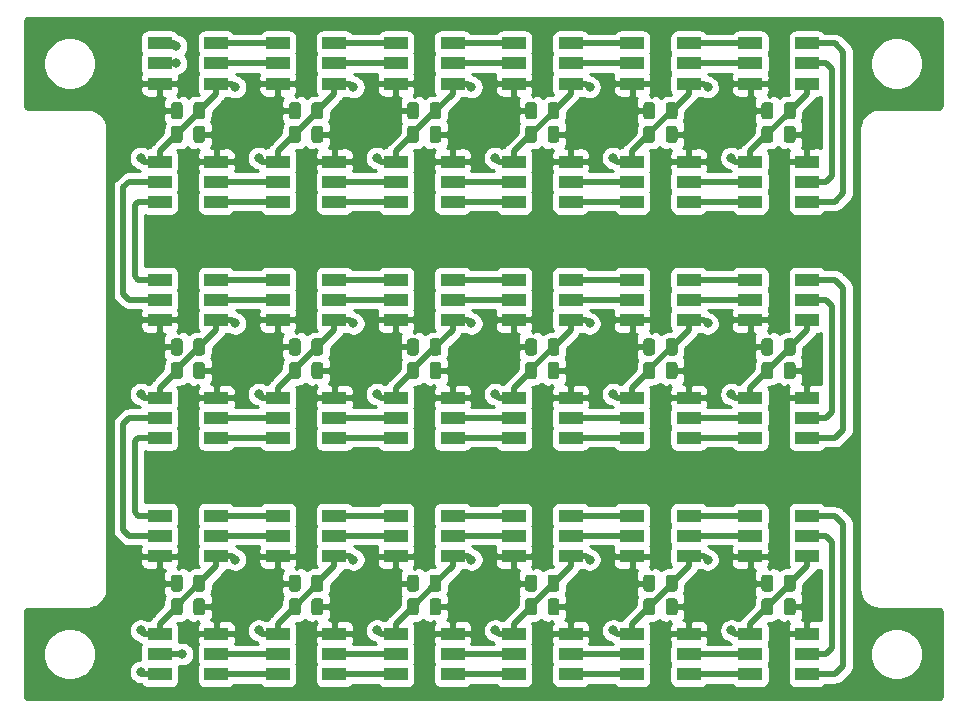
<source format=gbr>
%TF.GenerationSoftware,KiCad,Pcbnew,(5.1.9)-1*%
%TF.CreationDate,2021-05-23T18:39:07+01:00*%
%TF.ProjectId,LEDMaze,4c45444d-617a-4652-9e6b-696361645f70,rev?*%
%TF.SameCoordinates,Original*%
%TF.FileFunction,Copper,L1,Top*%
%TF.FilePolarity,Positive*%
%FSLAX46Y46*%
G04 Gerber Fmt 4.6, Leading zero omitted, Abs format (unit mm)*
G04 Created by KiCad (PCBNEW (5.1.9)-1) date 2021-05-23 18:39:07*
%MOMM*%
%LPD*%
G01*
G04 APERTURE LIST*
%TA.AperFunction,SMDPad,CuDef*%
%ADD10R,2.000000X1.100000*%
%TD*%
%TA.AperFunction,ViaPad*%
%ADD11C,0.800000*%
%TD*%
%TA.AperFunction,Conductor*%
%ADD12C,0.500000*%
%TD*%
%TA.AperFunction,Conductor*%
%ADD13C,0.254000*%
%TD*%
%TA.AperFunction,Conductor*%
%ADD14C,0.100000*%
%TD*%
G04 APERTURE END LIST*
D10*
%TO.P,D36,6*%
%TO.N,DO*%
X27600000Y-101700000D03*
%TO.P,D36,5*%
%TO.N,CO*%
X27600000Y-100000000D03*
%TO.P,D36,4*%
%TO.N,+5V*%
X27600000Y-98300000D03*
%TO.P,D36,3*%
%TO.N,GND*%
X32400000Y-98300000D03*
%TO.P,D36,2*%
%TO.N,Net-(D35-Pad5)*%
X32400000Y-100000000D03*
%TO.P,D36,1*%
%TO.N,Net-(D35-Pad6)*%
X32400000Y-101700000D03*
%TD*%
%TO.P,D35,6*%
%TO.N,Net-(D35-Pad6)*%
X37600000Y-101700000D03*
%TO.P,D35,5*%
%TO.N,Net-(D35-Pad5)*%
X37600000Y-100000000D03*
%TO.P,D35,4*%
%TO.N,+5V*%
X37600000Y-98300000D03*
%TO.P,D35,3*%
%TO.N,GND*%
X42400000Y-98300000D03*
%TO.P,D35,2*%
%TO.N,Net-(D34-Pad5)*%
X42400000Y-100000000D03*
%TO.P,D35,1*%
%TO.N,Net-(D34-Pad6)*%
X42400000Y-101700000D03*
%TD*%
%TO.P,D34,6*%
%TO.N,Net-(D34-Pad6)*%
X47600000Y-101700000D03*
%TO.P,D34,5*%
%TO.N,Net-(D34-Pad5)*%
X47600000Y-100000000D03*
%TO.P,D34,4*%
%TO.N,+5V*%
X47600000Y-98300000D03*
%TO.P,D34,3*%
%TO.N,GND*%
X52400000Y-98300000D03*
%TO.P,D34,2*%
%TO.N,Net-(D33-Pad5)*%
X52400000Y-100000000D03*
%TO.P,D34,1*%
%TO.N,Net-(D33-Pad6)*%
X52400000Y-101700000D03*
%TD*%
%TO.P,D33,6*%
%TO.N,Net-(D33-Pad6)*%
X57600000Y-101700000D03*
%TO.P,D33,5*%
%TO.N,Net-(D33-Pad5)*%
X57600000Y-100000000D03*
%TO.P,D33,4*%
%TO.N,+5V*%
X57600000Y-98300000D03*
%TO.P,D33,3*%
%TO.N,GND*%
X62400000Y-98300000D03*
%TO.P,D33,2*%
%TO.N,Net-(D32-Pad5)*%
X62400000Y-100000000D03*
%TO.P,D33,1*%
%TO.N,Net-(D32-Pad6)*%
X62400000Y-101700000D03*
%TD*%
%TO.P,D32,6*%
%TO.N,Net-(D32-Pad6)*%
X67600000Y-101700000D03*
%TO.P,D32,5*%
%TO.N,Net-(D32-Pad5)*%
X67600000Y-100000000D03*
%TO.P,D32,4*%
%TO.N,+5V*%
X67600000Y-98300000D03*
%TO.P,D32,3*%
%TO.N,GND*%
X72400000Y-98300000D03*
%TO.P,D32,2*%
%TO.N,Net-(D31-Pad5)*%
X72400000Y-100000000D03*
%TO.P,D32,1*%
%TO.N,Net-(D31-Pad6)*%
X72400000Y-101700000D03*
%TD*%
%TO.P,D31,6*%
%TO.N,Net-(D31-Pad6)*%
X77600000Y-101700000D03*
%TO.P,D31,5*%
%TO.N,Net-(D31-Pad5)*%
X77600000Y-100000000D03*
%TO.P,D31,4*%
%TO.N,+5V*%
X77600000Y-98300000D03*
%TO.P,D31,3*%
%TO.N,GND*%
X82400000Y-98300000D03*
%TO.P,D31,2*%
%TO.N,Net-(D30-Pad5)*%
X82400000Y-100000000D03*
%TO.P,D31,1*%
%TO.N,Net-(D30-Pad6)*%
X82400000Y-101700000D03*
%TD*%
%TO.P,D30,6*%
%TO.N,Net-(D30-Pad6)*%
X82400000Y-88300000D03*
%TO.P,D30,5*%
%TO.N,Net-(D30-Pad5)*%
X82400000Y-90000000D03*
%TO.P,D30,4*%
%TO.N,+5V*%
X82400000Y-91700000D03*
%TO.P,D30,3*%
%TO.N,GND*%
X77600000Y-91700000D03*
%TO.P,D30,2*%
%TO.N,Net-(D29-Pad5)*%
X77600000Y-90000000D03*
%TO.P,D30,1*%
%TO.N,Net-(D29-Pad6)*%
X77600000Y-88300000D03*
%TD*%
%TO.P,D29,6*%
%TO.N,Net-(D29-Pad6)*%
X72400000Y-88300000D03*
%TO.P,D29,5*%
%TO.N,Net-(D29-Pad5)*%
X72400000Y-90000000D03*
%TO.P,D29,4*%
%TO.N,+5V*%
X72400000Y-91700000D03*
%TO.P,D29,3*%
%TO.N,GND*%
X67600000Y-91700000D03*
%TO.P,D29,2*%
%TO.N,Net-(D28-Pad5)*%
X67600000Y-90000000D03*
%TO.P,D29,1*%
%TO.N,Net-(D28-Pad6)*%
X67600000Y-88300000D03*
%TD*%
%TO.P,D28,6*%
%TO.N,Net-(D28-Pad6)*%
X62400000Y-88300000D03*
%TO.P,D28,5*%
%TO.N,Net-(D28-Pad5)*%
X62400000Y-90000000D03*
%TO.P,D28,4*%
%TO.N,+5V*%
X62400000Y-91700000D03*
%TO.P,D28,3*%
%TO.N,GND*%
X57600000Y-91700000D03*
%TO.P,D28,2*%
%TO.N,Net-(D27-Pad5)*%
X57600000Y-90000000D03*
%TO.P,D28,1*%
%TO.N,Net-(D27-Pad6)*%
X57600000Y-88300000D03*
%TD*%
%TO.P,D27,6*%
%TO.N,Net-(D27-Pad6)*%
X52400000Y-88300000D03*
%TO.P,D27,5*%
%TO.N,Net-(D27-Pad5)*%
X52400000Y-90000000D03*
%TO.P,D27,4*%
%TO.N,+5V*%
X52400000Y-91700000D03*
%TO.P,D27,3*%
%TO.N,GND*%
X47600000Y-91700000D03*
%TO.P,D27,2*%
%TO.N,Net-(D26-Pad5)*%
X47600000Y-90000000D03*
%TO.P,D27,1*%
%TO.N,Net-(D26-Pad6)*%
X47600000Y-88300000D03*
%TD*%
%TO.P,D26,6*%
%TO.N,Net-(D26-Pad6)*%
X42400000Y-88300000D03*
%TO.P,D26,5*%
%TO.N,Net-(D26-Pad5)*%
X42400000Y-90000000D03*
%TO.P,D26,4*%
%TO.N,+5V*%
X42400000Y-91700000D03*
%TO.P,D26,3*%
%TO.N,GND*%
X37600000Y-91700000D03*
%TO.P,D26,2*%
%TO.N,Net-(D25-Pad5)*%
X37600000Y-90000000D03*
%TO.P,D26,1*%
%TO.N,Net-(D25-Pad6)*%
X37600000Y-88300000D03*
%TD*%
%TO.P,D25,6*%
%TO.N,Net-(D25-Pad6)*%
X32400000Y-88300000D03*
%TO.P,D25,5*%
%TO.N,Net-(D25-Pad5)*%
X32400000Y-90000000D03*
%TO.P,D25,4*%
%TO.N,+5V*%
X32400000Y-91700000D03*
%TO.P,D25,3*%
%TO.N,GND*%
X27600000Y-91700000D03*
%TO.P,D25,2*%
%TO.N,ROW2-CO*%
X27600000Y-90000000D03*
%TO.P,D25,1*%
%TO.N,ROW2-DO*%
X27600000Y-88300000D03*
%TD*%
%TO.P,D24,6*%
%TO.N,ROW2-DO*%
X27600000Y-81700000D03*
%TO.P,D24,5*%
%TO.N,ROW2-CO*%
X27600000Y-80000000D03*
%TO.P,D24,4*%
%TO.N,+5V*%
X27600000Y-78300000D03*
%TO.P,D24,3*%
%TO.N,GND*%
X32400000Y-78300000D03*
%TO.P,D24,2*%
%TO.N,Net-(D23-Pad5)*%
X32400000Y-80000000D03*
%TO.P,D24,1*%
%TO.N,Net-(D23-Pad6)*%
X32400000Y-81700000D03*
%TD*%
%TO.P,D23,6*%
%TO.N,Net-(D23-Pad6)*%
X37600000Y-81700000D03*
%TO.P,D23,5*%
%TO.N,Net-(D23-Pad5)*%
X37600000Y-80000000D03*
%TO.P,D23,4*%
%TO.N,+5V*%
X37600000Y-78300000D03*
%TO.P,D23,3*%
%TO.N,GND*%
X42400000Y-78300000D03*
%TO.P,D23,2*%
%TO.N,Net-(D22-Pad5)*%
X42400000Y-80000000D03*
%TO.P,D23,1*%
%TO.N,Net-(D22-Pad6)*%
X42400000Y-81700000D03*
%TD*%
%TO.P,D22,6*%
%TO.N,Net-(D22-Pad6)*%
X47600000Y-81700000D03*
%TO.P,D22,5*%
%TO.N,Net-(D22-Pad5)*%
X47600000Y-80000000D03*
%TO.P,D22,4*%
%TO.N,+5V*%
X47600000Y-78300000D03*
%TO.P,D22,3*%
%TO.N,GND*%
X52400000Y-78300000D03*
%TO.P,D22,2*%
%TO.N,Net-(D21-Pad5)*%
X52400000Y-80000000D03*
%TO.P,D22,1*%
%TO.N,Net-(D21-Pad6)*%
X52400000Y-81700000D03*
%TD*%
%TO.P,D21,6*%
%TO.N,Net-(D21-Pad6)*%
X57600000Y-81700000D03*
%TO.P,D21,5*%
%TO.N,Net-(D21-Pad5)*%
X57600000Y-80000000D03*
%TO.P,D21,4*%
%TO.N,+5V*%
X57600000Y-78300000D03*
%TO.P,D21,3*%
%TO.N,GND*%
X62400000Y-78300000D03*
%TO.P,D21,2*%
%TO.N,Net-(D20-Pad5)*%
X62400000Y-80000000D03*
%TO.P,D21,1*%
%TO.N,Net-(D20-Pad6)*%
X62400000Y-81700000D03*
%TD*%
%TO.P,D20,6*%
%TO.N,Net-(D20-Pad6)*%
X67600000Y-81700000D03*
%TO.P,D20,5*%
%TO.N,Net-(D20-Pad5)*%
X67600000Y-80000000D03*
%TO.P,D20,4*%
%TO.N,+5V*%
X67600000Y-78300000D03*
%TO.P,D20,3*%
%TO.N,GND*%
X72400000Y-78300000D03*
%TO.P,D20,2*%
%TO.N,Net-(D19-Pad5)*%
X72400000Y-80000000D03*
%TO.P,D20,1*%
%TO.N,Net-(D19-Pad6)*%
X72400000Y-81700000D03*
%TD*%
%TO.P,D19,6*%
%TO.N,Net-(D19-Pad6)*%
X77600000Y-81700000D03*
%TO.P,D19,5*%
%TO.N,Net-(D19-Pad5)*%
X77600000Y-80000000D03*
%TO.P,D19,4*%
%TO.N,+5V*%
X77600000Y-78300000D03*
%TO.P,D19,3*%
%TO.N,GND*%
X82400000Y-78300000D03*
%TO.P,D19,2*%
%TO.N,Net-(D18-Pad5)*%
X82400000Y-80000000D03*
%TO.P,D19,1*%
%TO.N,Net-(D18-Pad6)*%
X82400000Y-81700000D03*
%TD*%
%TO.P,D18,6*%
%TO.N,Net-(D18-Pad6)*%
X82400000Y-68300000D03*
%TO.P,D18,5*%
%TO.N,Net-(D18-Pad5)*%
X82400000Y-70000000D03*
%TO.P,D18,4*%
%TO.N,+5V*%
X82400000Y-71700000D03*
%TO.P,D18,3*%
%TO.N,GND*%
X77600000Y-71700000D03*
%TO.P,D18,2*%
%TO.N,Net-(D17-Pad5)*%
X77600000Y-70000000D03*
%TO.P,D18,1*%
%TO.N,Net-(D17-Pad6)*%
X77600000Y-68300000D03*
%TD*%
%TO.P,D17,6*%
%TO.N,Net-(D17-Pad6)*%
X72400000Y-68300000D03*
%TO.P,D17,5*%
%TO.N,Net-(D17-Pad5)*%
X72400000Y-70000000D03*
%TO.P,D17,4*%
%TO.N,+5V*%
X72400000Y-71700000D03*
%TO.P,D17,3*%
%TO.N,GND*%
X67600000Y-71700000D03*
%TO.P,D17,2*%
%TO.N,Net-(D16-Pad5)*%
X67600000Y-70000000D03*
%TO.P,D17,1*%
%TO.N,Net-(D16-Pad6)*%
X67600000Y-68300000D03*
%TD*%
%TO.P,D16,6*%
%TO.N,Net-(D16-Pad6)*%
X62400000Y-68300000D03*
%TO.P,D16,5*%
%TO.N,Net-(D16-Pad5)*%
X62400000Y-70000000D03*
%TO.P,D16,4*%
%TO.N,+5V*%
X62400000Y-71700000D03*
%TO.P,D16,3*%
%TO.N,GND*%
X57600000Y-71700000D03*
%TO.P,D16,2*%
%TO.N,Net-(D15-Pad5)*%
X57600000Y-70000000D03*
%TO.P,D16,1*%
%TO.N,Net-(D15-Pad6)*%
X57600000Y-68300000D03*
%TD*%
%TO.P,D15,6*%
%TO.N,Net-(D15-Pad6)*%
X52400000Y-68300000D03*
%TO.P,D15,5*%
%TO.N,Net-(D15-Pad5)*%
X52400000Y-70000000D03*
%TO.P,D15,4*%
%TO.N,+5V*%
X52400000Y-71700000D03*
%TO.P,D15,3*%
%TO.N,GND*%
X47600000Y-71700000D03*
%TO.P,D15,2*%
%TO.N,Net-(D14-Pad5)*%
X47600000Y-70000000D03*
%TO.P,D15,1*%
%TO.N,Net-(D14-Pad6)*%
X47600000Y-68300000D03*
%TD*%
%TO.P,D14,6*%
%TO.N,Net-(D14-Pad6)*%
X42400000Y-68300000D03*
%TO.P,D14,5*%
%TO.N,Net-(D14-Pad5)*%
X42400000Y-70000000D03*
%TO.P,D14,4*%
%TO.N,+5V*%
X42400000Y-71700000D03*
%TO.P,D14,3*%
%TO.N,GND*%
X37600000Y-71700000D03*
%TO.P,D14,2*%
%TO.N,Net-(D13-Pad5)*%
X37600000Y-70000000D03*
%TO.P,D14,1*%
%TO.N,Net-(D13-Pad6)*%
X37600000Y-68300000D03*
%TD*%
%TO.P,D13,6*%
%TO.N,Net-(D13-Pad6)*%
X32400000Y-68300000D03*
%TO.P,D13,5*%
%TO.N,Net-(D13-Pad5)*%
X32400000Y-70000000D03*
%TO.P,D13,4*%
%TO.N,+5V*%
X32400000Y-71700000D03*
%TO.P,D13,3*%
%TO.N,GND*%
X27600000Y-71700000D03*
%TO.P,D13,2*%
%TO.N,ROW1-CO*%
X27600000Y-70000000D03*
%TO.P,D13,1*%
%TO.N,ROW1-DO*%
X27600000Y-68300000D03*
%TD*%
%TO.P,D12,6*%
%TO.N,ROW1-DO*%
X27600000Y-61700000D03*
%TO.P,D12,5*%
%TO.N,ROW1-CO*%
X27600000Y-60000000D03*
%TO.P,D12,4*%
%TO.N,+5V*%
X27600000Y-58300000D03*
%TO.P,D12,3*%
%TO.N,GND*%
X32400000Y-58300000D03*
%TO.P,D12,2*%
%TO.N,Net-(D11-Pad5)*%
X32400000Y-60000000D03*
%TO.P,D12,1*%
%TO.N,Net-(D11-Pad6)*%
X32400000Y-61700000D03*
%TD*%
%TO.P,D11,6*%
%TO.N,Net-(D11-Pad6)*%
X37600000Y-61700000D03*
%TO.P,D11,5*%
%TO.N,Net-(D11-Pad5)*%
X37600000Y-60000000D03*
%TO.P,D11,4*%
%TO.N,+5V*%
X37600000Y-58300000D03*
%TO.P,D11,3*%
%TO.N,GND*%
X42400000Y-58300000D03*
%TO.P,D11,2*%
%TO.N,Net-(D10-Pad5)*%
X42400000Y-60000000D03*
%TO.P,D11,1*%
%TO.N,Net-(D10-Pad6)*%
X42400000Y-61700000D03*
%TD*%
%TO.P,D10,6*%
%TO.N,Net-(D10-Pad6)*%
X47600000Y-61700000D03*
%TO.P,D10,5*%
%TO.N,Net-(D10-Pad5)*%
X47600000Y-60000000D03*
%TO.P,D10,4*%
%TO.N,+5V*%
X47600000Y-58300000D03*
%TO.P,D10,3*%
%TO.N,GND*%
X52400000Y-58300000D03*
%TO.P,D10,2*%
%TO.N,Net-(D10-Pad2)*%
X52400000Y-60000000D03*
%TO.P,D10,1*%
%TO.N,Net-(D10-Pad1)*%
X52400000Y-61700000D03*
%TD*%
%TO.P,D9,6*%
%TO.N,Net-(D10-Pad1)*%
X57600000Y-61700000D03*
%TO.P,D9,5*%
%TO.N,Net-(D10-Pad2)*%
X57600000Y-60000000D03*
%TO.P,D9,4*%
%TO.N,+5V*%
X57600000Y-58300000D03*
%TO.P,D9,3*%
%TO.N,GND*%
X62400000Y-58300000D03*
%TO.P,D9,2*%
%TO.N,Net-(D8-Pad5)*%
X62400000Y-60000000D03*
%TO.P,D9,1*%
%TO.N,Net-(D8-Pad6)*%
X62400000Y-61700000D03*
%TD*%
%TO.P,D8,6*%
%TO.N,Net-(D8-Pad6)*%
X67600000Y-61700000D03*
%TO.P,D8,5*%
%TO.N,Net-(D8-Pad5)*%
X67600000Y-60000000D03*
%TO.P,D8,4*%
%TO.N,+5V*%
X67600000Y-58300000D03*
%TO.P,D8,3*%
%TO.N,GND*%
X72400000Y-58300000D03*
%TO.P,D8,2*%
%TO.N,Net-(D7-Pad5)*%
X72400000Y-60000000D03*
%TO.P,D8,1*%
%TO.N,Net-(D7-Pad6)*%
X72400000Y-61700000D03*
%TD*%
%TO.P,D7,6*%
%TO.N,Net-(D7-Pad6)*%
X77600000Y-61700000D03*
%TO.P,D7,5*%
%TO.N,Net-(D7-Pad5)*%
X77600000Y-60000000D03*
%TO.P,D7,4*%
%TO.N,+5V*%
X77600000Y-58300000D03*
%TO.P,D7,3*%
%TO.N,GND*%
X82400000Y-58300000D03*
%TO.P,D7,2*%
%TO.N,Net-(D6-Pad5)*%
X82400000Y-60000000D03*
%TO.P,D7,1*%
%TO.N,Net-(D6-Pad6)*%
X82400000Y-61700000D03*
%TD*%
%TO.P,C36,2*%
%TO.N,GND*%
%TA.AperFunction,SMDPad,CuDef*%
G36*
G01*
X30450000Y-96475000D02*
X30450000Y-95525000D01*
G75*
G02*
X30700000Y-95275000I250000J0D01*
G01*
X31200000Y-95275000D01*
G75*
G02*
X31450000Y-95525000I0J-250000D01*
G01*
X31450000Y-96475000D01*
G75*
G02*
X31200000Y-96725000I-250000J0D01*
G01*
X30700000Y-96725000D01*
G75*
G02*
X30450000Y-96475000I0J250000D01*
G01*
G37*
%TD.AperFunction*%
%TO.P,C36,1*%
%TO.N,+5V*%
%TA.AperFunction,SMDPad,CuDef*%
G36*
G01*
X28550000Y-96475000D02*
X28550000Y-95525000D01*
G75*
G02*
X28800000Y-95275000I250000J0D01*
G01*
X29300000Y-95275000D01*
G75*
G02*
X29550000Y-95525000I0J-250000D01*
G01*
X29550000Y-96475000D01*
G75*
G02*
X29300000Y-96725000I-250000J0D01*
G01*
X28800000Y-96725000D01*
G75*
G02*
X28550000Y-96475000I0J250000D01*
G01*
G37*
%TD.AperFunction*%
%TD*%
%TO.P,C35,2*%
%TO.N,GND*%
%TA.AperFunction,SMDPad,CuDef*%
G36*
G01*
X40450000Y-96475000D02*
X40450000Y-95525000D01*
G75*
G02*
X40700000Y-95275000I250000J0D01*
G01*
X41200000Y-95275000D01*
G75*
G02*
X41450000Y-95525000I0J-250000D01*
G01*
X41450000Y-96475000D01*
G75*
G02*
X41200000Y-96725000I-250000J0D01*
G01*
X40700000Y-96725000D01*
G75*
G02*
X40450000Y-96475000I0J250000D01*
G01*
G37*
%TD.AperFunction*%
%TO.P,C35,1*%
%TO.N,+5V*%
%TA.AperFunction,SMDPad,CuDef*%
G36*
G01*
X38550000Y-96475000D02*
X38550000Y-95525000D01*
G75*
G02*
X38800000Y-95275000I250000J0D01*
G01*
X39300000Y-95275000D01*
G75*
G02*
X39550000Y-95525000I0J-250000D01*
G01*
X39550000Y-96475000D01*
G75*
G02*
X39300000Y-96725000I-250000J0D01*
G01*
X38800000Y-96725000D01*
G75*
G02*
X38550000Y-96475000I0J250000D01*
G01*
G37*
%TD.AperFunction*%
%TD*%
%TO.P,C34,2*%
%TO.N,GND*%
%TA.AperFunction,SMDPad,CuDef*%
G36*
G01*
X50450000Y-96475000D02*
X50450000Y-95525000D01*
G75*
G02*
X50700000Y-95275000I250000J0D01*
G01*
X51200000Y-95275000D01*
G75*
G02*
X51450000Y-95525000I0J-250000D01*
G01*
X51450000Y-96475000D01*
G75*
G02*
X51200000Y-96725000I-250000J0D01*
G01*
X50700000Y-96725000D01*
G75*
G02*
X50450000Y-96475000I0J250000D01*
G01*
G37*
%TD.AperFunction*%
%TO.P,C34,1*%
%TO.N,+5V*%
%TA.AperFunction,SMDPad,CuDef*%
G36*
G01*
X48550000Y-96475000D02*
X48550000Y-95525000D01*
G75*
G02*
X48800000Y-95275000I250000J0D01*
G01*
X49300000Y-95275000D01*
G75*
G02*
X49550000Y-95525000I0J-250000D01*
G01*
X49550000Y-96475000D01*
G75*
G02*
X49300000Y-96725000I-250000J0D01*
G01*
X48800000Y-96725000D01*
G75*
G02*
X48550000Y-96475000I0J250000D01*
G01*
G37*
%TD.AperFunction*%
%TD*%
%TO.P,C33,2*%
%TO.N,GND*%
%TA.AperFunction,SMDPad,CuDef*%
G36*
G01*
X60450000Y-96475000D02*
X60450000Y-95525000D01*
G75*
G02*
X60700000Y-95275000I250000J0D01*
G01*
X61200000Y-95275000D01*
G75*
G02*
X61450000Y-95525000I0J-250000D01*
G01*
X61450000Y-96475000D01*
G75*
G02*
X61200000Y-96725000I-250000J0D01*
G01*
X60700000Y-96725000D01*
G75*
G02*
X60450000Y-96475000I0J250000D01*
G01*
G37*
%TD.AperFunction*%
%TO.P,C33,1*%
%TO.N,+5V*%
%TA.AperFunction,SMDPad,CuDef*%
G36*
G01*
X58550000Y-96475000D02*
X58550000Y-95525000D01*
G75*
G02*
X58800000Y-95275000I250000J0D01*
G01*
X59300000Y-95275000D01*
G75*
G02*
X59550000Y-95525000I0J-250000D01*
G01*
X59550000Y-96475000D01*
G75*
G02*
X59300000Y-96725000I-250000J0D01*
G01*
X58800000Y-96725000D01*
G75*
G02*
X58550000Y-96475000I0J250000D01*
G01*
G37*
%TD.AperFunction*%
%TD*%
%TO.P,C32,2*%
%TO.N,GND*%
%TA.AperFunction,SMDPad,CuDef*%
G36*
G01*
X70450000Y-96475000D02*
X70450000Y-95525000D01*
G75*
G02*
X70700000Y-95275000I250000J0D01*
G01*
X71200000Y-95275000D01*
G75*
G02*
X71450000Y-95525000I0J-250000D01*
G01*
X71450000Y-96475000D01*
G75*
G02*
X71200000Y-96725000I-250000J0D01*
G01*
X70700000Y-96725000D01*
G75*
G02*
X70450000Y-96475000I0J250000D01*
G01*
G37*
%TD.AperFunction*%
%TO.P,C32,1*%
%TO.N,+5V*%
%TA.AperFunction,SMDPad,CuDef*%
G36*
G01*
X68550000Y-96475000D02*
X68550000Y-95525000D01*
G75*
G02*
X68800000Y-95275000I250000J0D01*
G01*
X69300000Y-95275000D01*
G75*
G02*
X69550000Y-95525000I0J-250000D01*
G01*
X69550000Y-96475000D01*
G75*
G02*
X69300000Y-96725000I-250000J0D01*
G01*
X68800000Y-96725000D01*
G75*
G02*
X68550000Y-96475000I0J250000D01*
G01*
G37*
%TD.AperFunction*%
%TD*%
%TO.P,C31,2*%
%TO.N,GND*%
%TA.AperFunction,SMDPad,CuDef*%
G36*
G01*
X80450000Y-96475000D02*
X80450000Y-95525000D01*
G75*
G02*
X80700000Y-95275000I250000J0D01*
G01*
X81200000Y-95275000D01*
G75*
G02*
X81450000Y-95525000I0J-250000D01*
G01*
X81450000Y-96475000D01*
G75*
G02*
X81200000Y-96725000I-250000J0D01*
G01*
X80700000Y-96725000D01*
G75*
G02*
X80450000Y-96475000I0J250000D01*
G01*
G37*
%TD.AperFunction*%
%TO.P,C31,1*%
%TO.N,+5V*%
%TA.AperFunction,SMDPad,CuDef*%
G36*
G01*
X78550000Y-96475000D02*
X78550000Y-95525000D01*
G75*
G02*
X78800000Y-95275000I250000J0D01*
G01*
X79300000Y-95275000D01*
G75*
G02*
X79550000Y-95525000I0J-250000D01*
G01*
X79550000Y-96475000D01*
G75*
G02*
X79300000Y-96725000I-250000J0D01*
G01*
X78800000Y-96725000D01*
G75*
G02*
X78550000Y-96475000I0J250000D01*
G01*
G37*
%TD.AperFunction*%
%TD*%
%TO.P,C30,2*%
%TO.N,GND*%
%TA.AperFunction,SMDPad,CuDef*%
G36*
G01*
X79550000Y-93525000D02*
X79550000Y-94475000D01*
G75*
G02*
X79300000Y-94725000I-250000J0D01*
G01*
X78800000Y-94725000D01*
G75*
G02*
X78550000Y-94475000I0J250000D01*
G01*
X78550000Y-93525000D01*
G75*
G02*
X78800000Y-93275000I250000J0D01*
G01*
X79300000Y-93275000D01*
G75*
G02*
X79550000Y-93525000I0J-250000D01*
G01*
G37*
%TD.AperFunction*%
%TO.P,C30,1*%
%TO.N,+5V*%
%TA.AperFunction,SMDPad,CuDef*%
G36*
G01*
X81450000Y-93525000D02*
X81450000Y-94475000D01*
G75*
G02*
X81200000Y-94725000I-250000J0D01*
G01*
X80700000Y-94725000D01*
G75*
G02*
X80450000Y-94475000I0J250000D01*
G01*
X80450000Y-93525000D01*
G75*
G02*
X80700000Y-93275000I250000J0D01*
G01*
X81200000Y-93275000D01*
G75*
G02*
X81450000Y-93525000I0J-250000D01*
G01*
G37*
%TD.AperFunction*%
%TD*%
%TO.P,C29,2*%
%TO.N,GND*%
%TA.AperFunction,SMDPad,CuDef*%
G36*
G01*
X69550000Y-93525000D02*
X69550000Y-94475000D01*
G75*
G02*
X69300000Y-94725000I-250000J0D01*
G01*
X68800000Y-94725000D01*
G75*
G02*
X68550000Y-94475000I0J250000D01*
G01*
X68550000Y-93525000D01*
G75*
G02*
X68800000Y-93275000I250000J0D01*
G01*
X69300000Y-93275000D01*
G75*
G02*
X69550000Y-93525000I0J-250000D01*
G01*
G37*
%TD.AperFunction*%
%TO.P,C29,1*%
%TO.N,+5V*%
%TA.AperFunction,SMDPad,CuDef*%
G36*
G01*
X71450000Y-93525000D02*
X71450000Y-94475000D01*
G75*
G02*
X71200000Y-94725000I-250000J0D01*
G01*
X70700000Y-94725000D01*
G75*
G02*
X70450000Y-94475000I0J250000D01*
G01*
X70450000Y-93525000D01*
G75*
G02*
X70700000Y-93275000I250000J0D01*
G01*
X71200000Y-93275000D01*
G75*
G02*
X71450000Y-93525000I0J-250000D01*
G01*
G37*
%TD.AperFunction*%
%TD*%
%TO.P,C28,2*%
%TO.N,GND*%
%TA.AperFunction,SMDPad,CuDef*%
G36*
G01*
X59550000Y-93525000D02*
X59550000Y-94475000D01*
G75*
G02*
X59300000Y-94725000I-250000J0D01*
G01*
X58800000Y-94725000D01*
G75*
G02*
X58550000Y-94475000I0J250000D01*
G01*
X58550000Y-93525000D01*
G75*
G02*
X58800000Y-93275000I250000J0D01*
G01*
X59300000Y-93275000D01*
G75*
G02*
X59550000Y-93525000I0J-250000D01*
G01*
G37*
%TD.AperFunction*%
%TO.P,C28,1*%
%TO.N,+5V*%
%TA.AperFunction,SMDPad,CuDef*%
G36*
G01*
X61450000Y-93525000D02*
X61450000Y-94475000D01*
G75*
G02*
X61200000Y-94725000I-250000J0D01*
G01*
X60700000Y-94725000D01*
G75*
G02*
X60450000Y-94475000I0J250000D01*
G01*
X60450000Y-93525000D01*
G75*
G02*
X60700000Y-93275000I250000J0D01*
G01*
X61200000Y-93275000D01*
G75*
G02*
X61450000Y-93525000I0J-250000D01*
G01*
G37*
%TD.AperFunction*%
%TD*%
%TO.P,C27,2*%
%TO.N,GND*%
%TA.AperFunction,SMDPad,CuDef*%
G36*
G01*
X49550000Y-93525000D02*
X49550000Y-94475000D01*
G75*
G02*
X49300000Y-94725000I-250000J0D01*
G01*
X48800000Y-94725000D01*
G75*
G02*
X48550000Y-94475000I0J250000D01*
G01*
X48550000Y-93525000D01*
G75*
G02*
X48800000Y-93275000I250000J0D01*
G01*
X49300000Y-93275000D01*
G75*
G02*
X49550000Y-93525000I0J-250000D01*
G01*
G37*
%TD.AperFunction*%
%TO.P,C27,1*%
%TO.N,+5V*%
%TA.AperFunction,SMDPad,CuDef*%
G36*
G01*
X51450000Y-93525000D02*
X51450000Y-94475000D01*
G75*
G02*
X51200000Y-94725000I-250000J0D01*
G01*
X50700000Y-94725000D01*
G75*
G02*
X50450000Y-94475000I0J250000D01*
G01*
X50450000Y-93525000D01*
G75*
G02*
X50700000Y-93275000I250000J0D01*
G01*
X51200000Y-93275000D01*
G75*
G02*
X51450000Y-93525000I0J-250000D01*
G01*
G37*
%TD.AperFunction*%
%TD*%
%TO.P,C26,2*%
%TO.N,GND*%
%TA.AperFunction,SMDPad,CuDef*%
G36*
G01*
X39550000Y-93525000D02*
X39550000Y-94475000D01*
G75*
G02*
X39300000Y-94725000I-250000J0D01*
G01*
X38800000Y-94725000D01*
G75*
G02*
X38550000Y-94475000I0J250000D01*
G01*
X38550000Y-93525000D01*
G75*
G02*
X38800000Y-93275000I250000J0D01*
G01*
X39300000Y-93275000D01*
G75*
G02*
X39550000Y-93525000I0J-250000D01*
G01*
G37*
%TD.AperFunction*%
%TO.P,C26,1*%
%TO.N,+5V*%
%TA.AperFunction,SMDPad,CuDef*%
G36*
G01*
X41450000Y-93525000D02*
X41450000Y-94475000D01*
G75*
G02*
X41200000Y-94725000I-250000J0D01*
G01*
X40700000Y-94725000D01*
G75*
G02*
X40450000Y-94475000I0J250000D01*
G01*
X40450000Y-93525000D01*
G75*
G02*
X40700000Y-93275000I250000J0D01*
G01*
X41200000Y-93275000D01*
G75*
G02*
X41450000Y-93525000I0J-250000D01*
G01*
G37*
%TD.AperFunction*%
%TD*%
%TO.P,C25,2*%
%TO.N,GND*%
%TA.AperFunction,SMDPad,CuDef*%
G36*
G01*
X29550000Y-93525000D02*
X29550000Y-94475000D01*
G75*
G02*
X29300000Y-94725000I-250000J0D01*
G01*
X28800000Y-94725000D01*
G75*
G02*
X28550000Y-94475000I0J250000D01*
G01*
X28550000Y-93525000D01*
G75*
G02*
X28800000Y-93275000I250000J0D01*
G01*
X29300000Y-93275000D01*
G75*
G02*
X29550000Y-93525000I0J-250000D01*
G01*
G37*
%TD.AperFunction*%
%TO.P,C25,1*%
%TO.N,+5V*%
%TA.AperFunction,SMDPad,CuDef*%
G36*
G01*
X31450000Y-93525000D02*
X31450000Y-94475000D01*
G75*
G02*
X31200000Y-94725000I-250000J0D01*
G01*
X30700000Y-94725000D01*
G75*
G02*
X30450000Y-94475000I0J250000D01*
G01*
X30450000Y-93525000D01*
G75*
G02*
X30700000Y-93275000I250000J0D01*
G01*
X31200000Y-93275000D01*
G75*
G02*
X31450000Y-93525000I0J-250000D01*
G01*
G37*
%TD.AperFunction*%
%TD*%
%TO.P,C24,2*%
%TO.N,GND*%
%TA.AperFunction,SMDPad,CuDef*%
G36*
G01*
X30450000Y-76475000D02*
X30450000Y-75525000D01*
G75*
G02*
X30700000Y-75275000I250000J0D01*
G01*
X31200000Y-75275000D01*
G75*
G02*
X31450000Y-75525000I0J-250000D01*
G01*
X31450000Y-76475000D01*
G75*
G02*
X31200000Y-76725000I-250000J0D01*
G01*
X30700000Y-76725000D01*
G75*
G02*
X30450000Y-76475000I0J250000D01*
G01*
G37*
%TD.AperFunction*%
%TO.P,C24,1*%
%TO.N,+5V*%
%TA.AperFunction,SMDPad,CuDef*%
G36*
G01*
X28550000Y-76475000D02*
X28550000Y-75525000D01*
G75*
G02*
X28800000Y-75275000I250000J0D01*
G01*
X29300000Y-75275000D01*
G75*
G02*
X29550000Y-75525000I0J-250000D01*
G01*
X29550000Y-76475000D01*
G75*
G02*
X29300000Y-76725000I-250000J0D01*
G01*
X28800000Y-76725000D01*
G75*
G02*
X28550000Y-76475000I0J250000D01*
G01*
G37*
%TD.AperFunction*%
%TD*%
%TO.P,C23,2*%
%TO.N,GND*%
%TA.AperFunction,SMDPad,CuDef*%
G36*
G01*
X40450000Y-76475000D02*
X40450000Y-75525000D01*
G75*
G02*
X40700000Y-75275000I250000J0D01*
G01*
X41200000Y-75275000D01*
G75*
G02*
X41450000Y-75525000I0J-250000D01*
G01*
X41450000Y-76475000D01*
G75*
G02*
X41200000Y-76725000I-250000J0D01*
G01*
X40700000Y-76725000D01*
G75*
G02*
X40450000Y-76475000I0J250000D01*
G01*
G37*
%TD.AperFunction*%
%TO.P,C23,1*%
%TO.N,+5V*%
%TA.AperFunction,SMDPad,CuDef*%
G36*
G01*
X38550000Y-76475000D02*
X38550000Y-75525000D01*
G75*
G02*
X38800000Y-75275000I250000J0D01*
G01*
X39300000Y-75275000D01*
G75*
G02*
X39550000Y-75525000I0J-250000D01*
G01*
X39550000Y-76475000D01*
G75*
G02*
X39300000Y-76725000I-250000J0D01*
G01*
X38800000Y-76725000D01*
G75*
G02*
X38550000Y-76475000I0J250000D01*
G01*
G37*
%TD.AperFunction*%
%TD*%
%TO.P,C22,2*%
%TO.N,GND*%
%TA.AperFunction,SMDPad,CuDef*%
G36*
G01*
X50450000Y-76475000D02*
X50450000Y-75525000D01*
G75*
G02*
X50700000Y-75275000I250000J0D01*
G01*
X51200000Y-75275000D01*
G75*
G02*
X51450000Y-75525000I0J-250000D01*
G01*
X51450000Y-76475000D01*
G75*
G02*
X51200000Y-76725000I-250000J0D01*
G01*
X50700000Y-76725000D01*
G75*
G02*
X50450000Y-76475000I0J250000D01*
G01*
G37*
%TD.AperFunction*%
%TO.P,C22,1*%
%TO.N,+5V*%
%TA.AperFunction,SMDPad,CuDef*%
G36*
G01*
X48550000Y-76475000D02*
X48550000Y-75525000D01*
G75*
G02*
X48800000Y-75275000I250000J0D01*
G01*
X49300000Y-75275000D01*
G75*
G02*
X49550000Y-75525000I0J-250000D01*
G01*
X49550000Y-76475000D01*
G75*
G02*
X49300000Y-76725000I-250000J0D01*
G01*
X48800000Y-76725000D01*
G75*
G02*
X48550000Y-76475000I0J250000D01*
G01*
G37*
%TD.AperFunction*%
%TD*%
%TO.P,C21,2*%
%TO.N,GND*%
%TA.AperFunction,SMDPad,CuDef*%
G36*
G01*
X60450000Y-76475000D02*
X60450000Y-75525000D01*
G75*
G02*
X60700000Y-75275000I250000J0D01*
G01*
X61200000Y-75275000D01*
G75*
G02*
X61450000Y-75525000I0J-250000D01*
G01*
X61450000Y-76475000D01*
G75*
G02*
X61200000Y-76725000I-250000J0D01*
G01*
X60700000Y-76725000D01*
G75*
G02*
X60450000Y-76475000I0J250000D01*
G01*
G37*
%TD.AperFunction*%
%TO.P,C21,1*%
%TO.N,+5V*%
%TA.AperFunction,SMDPad,CuDef*%
G36*
G01*
X58550000Y-76475000D02*
X58550000Y-75525000D01*
G75*
G02*
X58800000Y-75275000I250000J0D01*
G01*
X59300000Y-75275000D01*
G75*
G02*
X59550000Y-75525000I0J-250000D01*
G01*
X59550000Y-76475000D01*
G75*
G02*
X59300000Y-76725000I-250000J0D01*
G01*
X58800000Y-76725000D01*
G75*
G02*
X58550000Y-76475000I0J250000D01*
G01*
G37*
%TD.AperFunction*%
%TD*%
%TO.P,C20,2*%
%TO.N,GND*%
%TA.AperFunction,SMDPad,CuDef*%
G36*
G01*
X70450000Y-76475000D02*
X70450000Y-75525000D01*
G75*
G02*
X70700000Y-75275000I250000J0D01*
G01*
X71200000Y-75275000D01*
G75*
G02*
X71450000Y-75525000I0J-250000D01*
G01*
X71450000Y-76475000D01*
G75*
G02*
X71200000Y-76725000I-250000J0D01*
G01*
X70700000Y-76725000D01*
G75*
G02*
X70450000Y-76475000I0J250000D01*
G01*
G37*
%TD.AperFunction*%
%TO.P,C20,1*%
%TO.N,+5V*%
%TA.AperFunction,SMDPad,CuDef*%
G36*
G01*
X68550000Y-76475000D02*
X68550000Y-75525000D01*
G75*
G02*
X68800000Y-75275000I250000J0D01*
G01*
X69300000Y-75275000D01*
G75*
G02*
X69550000Y-75525000I0J-250000D01*
G01*
X69550000Y-76475000D01*
G75*
G02*
X69300000Y-76725000I-250000J0D01*
G01*
X68800000Y-76725000D01*
G75*
G02*
X68550000Y-76475000I0J250000D01*
G01*
G37*
%TD.AperFunction*%
%TD*%
%TO.P,C19,2*%
%TO.N,GND*%
%TA.AperFunction,SMDPad,CuDef*%
G36*
G01*
X80450000Y-76475000D02*
X80450000Y-75525000D01*
G75*
G02*
X80700000Y-75275000I250000J0D01*
G01*
X81200000Y-75275000D01*
G75*
G02*
X81450000Y-75525000I0J-250000D01*
G01*
X81450000Y-76475000D01*
G75*
G02*
X81200000Y-76725000I-250000J0D01*
G01*
X80700000Y-76725000D01*
G75*
G02*
X80450000Y-76475000I0J250000D01*
G01*
G37*
%TD.AperFunction*%
%TO.P,C19,1*%
%TO.N,+5V*%
%TA.AperFunction,SMDPad,CuDef*%
G36*
G01*
X78550000Y-76475000D02*
X78550000Y-75525000D01*
G75*
G02*
X78800000Y-75275000I250000J0D01*
G01*
X79300000Y-75275000D01*
G75*
G02*
X79550000Y-75525000I0J-250000D01*
G01*
X79550000Y-76475000D01*
G75*
G02*
X79300000Y-76725000I-250000J0D01*
G01*
X78800000Y-76725000D01*
G75*
G02*
X78550000Y-76475000I0J250000D01*
G01*
G37*
%TD.AperFunction*%
%TD*%
%TO.P,C18,2*%
%TO.N,GND*%
%TA.AperFunction,SMDPad,CuDef*%
G36*
G01*
X79550000Y-73525000D02*
X79550000Y-74475000D01*
G75*
G02*
X79300000Y-74725000I-250000J0D01*
G01*
X78800000Y-74725000D01*
G75*
G02*
X78550000Y-74475000I0J250000D01*
G01*
X78550000Y-73525000D01*
G75*
G02*
X78800000Y-73275000I250000J0D01*
G01*
X79300000Y-73275000D01*
G75*
G02*
X79550000Y-73525000I0J-250000D01*
G01*
G37*
%TD.AperFunction*%
%TO.P,C18,1*%
%TO.N,+5V*%
%TA.AperFunction,SMDPad,CuDef*%
G36*
G01*
X81450000Y-73525000D02*
X81450000Y-74475000D01*
G75*
G02*
X81200000Y-74725000I-250000J0D01*
G01*
X80700000Y-74725000D01*
G75*
G02*
X80450000Y-74475000I0J250000D01*
G01*
X80450000Y-73525000D01*
G75*
G02*
X80700000Y-73275000I250000J0D01*
G01*
X81200000Y-73275000D01*
G75*
G02*
X81450000Y-73525000I0J-250000D01*
G01*
G37*
%TD.AperFunction*%
%TD*%
%TO.P,C17,2*%
%TO.N,GND*%
%TA.AperFunction,SMDPad,CuDef*%
G36*
G01*
X69550000Y-73525000D02*
X69550000Y-74475000D01*
G75*
G02*
X69300000Y-74725000I-250000J0D01*
G01*
X68800000Y-74725000D01*
G75*
G02*
X68550000Y-74475000I0J250000D01*
G01*
X68550000Y-73525000D01*
G75*
G02*
X68800000Y-73275000I250000J0D01*
G01*
X69300000Y-73275000D01*
G75*
G02*
X69550000Y-73525000I0J-250000D01*
G01*
G37*
%TD.AperFunction*%
%TO.P,C17,1*%
%TO.N,+5V*%
%TA.AperFunction,SMDPad,CuDef*%
G36*
G01*
X71450000Y-73525000D02*
X71450000Y-74475000D01*
G75*
G02*
X71200000Y-74725000I-250000J0D01*
G01*
X70700000Y-74725000D01*
G75*
G02*
X70450000Y-74475000I0J250000D01*
G01*
X70450000Y-73525000D01*
G75*
G02*
X70700000Y-73275000I250000J0D01*
G01*
X71200000Y-73275000D01*
G75*
G02*
X71450000Y-73525000I0J-250000D01*
G01*
G37*
%TD.AperFunction*%
%TD*%
%TO.P,C16,2*%
%TO.N,GND*%
%TA.AperFunction,SMDPad,CuDef*%
G36*
G01*
X59550000Y-73525000D02*
X59550000Y-74475000D01*
G75*
G02*
X59300000Y-74725000I-250000J0D01*
G01*
X58800000Y-74725000D01*
G75*
G02*
X58550000Y-74475000I0J250000D01*
G01*
X58550000Y-73525000D01*
G75*
G02*
X58800000Y-73275000I250000J0D01*
G01*
X59300000Y-73275000D01*
G75*
G02*
X59550000Y-73525000I0J-250000D01*
G01*
G37*
%TD.AperFunction*%
%TO.P,C16,1*%
%TO.N,+5V*%
%TA.AperFunction,SMDPad,CuDef*%
G36*
G01*
X61450000Y-73525000D02*
X61450000Y-74475000D01*
G75*
G02*
X61200000Y-74725000I-250000J0D01*
G01*
X60700000Y-74725000D01*
G75*
G02*
X60450000Y-74475000I0J250000D01*
G01*
X60450000Y-73525000D01*
G75*
G02*
X60700000Y-73275000I250000J0D01*
G01*
X61200000Y-73275000D01*
G75*
G02*
X61450000Y-73525000I0J-250000D01*
G01*
G37*
%TD.AperFunction*%
%TD*%
%TO.P,C15,2*%
%TO.N,GND*%
%TA.AperFunction,SMDPad,CuDef*%
G36*
G01*
X49550000Y-73525000D02*
X49550000Y-74475000D01*
G75*
G02*
X49300000Y-74725000I-250000J0D01*
G01*
X48800000Y-74725000D01*
G75*
G02*
X48550000Y-74475000I0J250000D01*
G01*
X48550000Y-73525000D01*
G75*
G02*
X48800000Y-73275000I250000J0D01*
G01*
X49300000Y-73275000D01*
G75*
G02*
X49550000Y-73525000I0J-250000D01*
G01*
G37*
%TD.AperFunction*%
%TO.P,C15,1*%
%TO.N,+5V*%
%TA.AperFunction,SMDPad,CuDef*%
G36*
G01*
X51450000Y-73525000D02*
X51450000Y-74475000D01*
G75*
G02*
X51200000Y-74725000I-250000J0D01*
G01*
X50700000Y-74725000D01*
G75*
G02*
X50450000Y-74475000I0J250000D01*
G01*
X50450000Y-73525000D01*
G75*
G02*
X50700000Y-73275000I250000J0D01*
G01*
X51200000Y-73275000D01*
G75*
G02*
X51450000Y-73525000I0J-250000D01*
G01*
G37*
%TD.AperFunction*%
%TD*%
%TO.P,C14,2*%
%TO.N,GND*%
%TA.AperFunction,SMDPad,CuDef*%
G36*
G01*
X39550000Y-73525000D02*
X39550000Y-74475000D01*
G75*
G02*
X39300000Y-74725000I-250000J0D01*
G01*
X38800000Y-74725000D01*
G75*
G02*
X38550000Y-74475000I0J250000D01*
G01*
X38550000Y-73525000D01*
G75*
G02*
X38800000Y-73275000I250000J0D01*
G01*
X39300000Y-73275000D01*
G75*
G02*
X39550000Y-73525000I0J-250000D01*
G01*
G37*
%TD.AperFunction*%
%TO.P,C14,1*%
%TO.N,+5V*%
%TA.AperFunction,SMDPad,CuDef*%
G36*
G01*
X41450000Y-73525000D02*
X41450000Y-74475000D01*
G75*
G02*
X41200000Y-74725000I-250000J0D01*
G01*
X40700000Y-74725000D01*
G75*
G02*
X40450000Y-74475000I0J250000D01*
G01*
X40450000Y-73525000D01*
G75*
G02*
X40700000Y-73275000I250000J0D01*
G01*
X41200000Y-73275000D01*
G75*
G02*
X41450000Y-73525000I0J-250000D01*
G01*
G37*
%TD.AperFunction*%
%TD*%
%TO.P,C13,2*%
%TO.N,GND*%
%TA.AperFunction,SMDPad,CuDef*%
G36*
G01*
X29550000Y-73525000D02*
X29550000Y-74475000D01*
G75*
G02*
X29300000Y-74725000I-250000J0D01*
G01*
X28800000Y-74725000D01*
G75*
G02*
X28550000Y-74475000I0J250000D01*
G01*
X28550000Y-73525000D01*
G75*
G02*
X28800000Y-73275000I250000J0D01*
G01*
X29300000Y-73275000D01*
G75*
G02*
X29550000Y-73525000I0J-250000D01*
G01*
G37*
%TD.AperFunction*%
%TO.P,C13,1*%
%TO.N,+5V*%
%TA.AperFunction,SMDPad,CuDef*%
G36*
G01*
X31450000Y-73525000D02*
X31450000Y-74475000D01*
G75*
G02*
X31200000Y-74725000I-250000J0D01*
G01*
X30700000Y-74725000D01*
G75*
G02*
X30450000Y-74475000I0J250000D01*
G01*
X30450000Y-73525000D01*
G75*
G02*
X30700000Y-73275000I250000J0D01*
G01*
X31200000Y-73275000D01*
G75*
G02*
X31450000Y-73525000I0J-250000D01*
G01*
G37*
%TD.AperFunction*%
%TD*%
%TO.P,C12,2*%
%TO.N,GND*%
%TA.AperFunction,SMDPad,CuDef*%
G36*
G01*
X30450000Y-56475000D02*
X30450000Y-55525000D01*
G75*
G02*
X30700000Y-55275000I250000J0D01*
G01*
X31200000Y-55275000D01*
G75*
G02*
X31450000Y-55525000I0J-250000D01*
G01*
X31450000Y-56475000D01*
G75*
G02*
X31200000Y-56725000I-250000J0D01*
G01*
X30700000Y-56725000D01*
G75*
G02*
X30450000Y-56475000I0J250000D01*
G01*
G37*
%TD.AperFunction*%
%TO.P,C12,1*%
%TO.N,+5V*%
%TA.AperFunction,SMDPad,CuDef*%
G36*
G01*
X28550000Y-56475000D02*
X28550000Y-55525000D01*
G75*
G02*
X28800000Y-55275000I250000J0D01*
G01*
X29300000Y-55275000D01*
G75*
G02*
X29550000Y-55525000I0J-250000D01*
G01*
X29550000Y-56475000D01*
G75*
G02*
X29300000Y-56725000I-250000J0D01*
G01*
X28800000Y-56725000D01*
G75*
G02*
X28550000Y-56475000I0J250000D01*
G01*
G37*
%TD.AperFunction*%
%TD*%
%TO.P,C11,2*%
%TO.N,GND*%
%TA.AperFunction,SMDPad,CuDef*%
G36*
G01*
X40450000Y-56475000D02*
X40450000Y-55525000D01*
G75*
G02*
X40700000Y-55275000I250000J0D01*
G01*
X41200000Y-55275000D01*
G75*
G02*
X41450000Y-55525000I0J-250000D01*
G01*
X41450000Y-56475000D01*
G75*
G02*
X41200000Y-56725000I-250000J0D01*
G01*
X40700000Y-56725000D01*
G75*
G02*
X40450000Y-56475000I0J250000D01*
G01*
G37*
%TD.AperFunction*%
%TO.P,C11,1*%
%TO.N,+5V*%
%TA.AperFunction,SMDPad,CuDef*%
G36*
G01*
X38550000Y-56475000D02*
X38550000Y-55525000D01*
G75*
G02*
X38800000Y-55275000I250000J0D01*
G01*
X39300000Y-55275000D01*
G75*
G02*
X39550000Y-55525000I0J-250000D01*
G01*
X39550000Y-56475000D01*
G75*
G02*
X39300000Y-56725000I-250000J0D01*
G01*
X38800000Y-56725000D01*
G75*
G02*
X38550000Y-56475000I0J250000D01*
G01*
G37*
%TD.AperFunction*%
%TD*%
%TO.P,C10,2*%
%TO.N,GND*%
%TA.AperFunction,SMDPad,CuDef*%
G36*
G01*
X50450000Y-56475000D02*
X50450000Y-55525000D01*
G75*
G02*
X50700000Y-55275000I250000J0D01*
G01*
X51200000Y-55275000D01*
G75*
G02*
X51450000Y-55525000I0J-250000D01*
G01*
X51450000Y-56475000D01*
G75*
G02*
X51200000Y-56725000I-250000J0D01*
G01*
X50700000Y-56725000D01*
G75*
G02*
X50450000Y-56475000I0J250000D01*
G01*
G37*
%TD.AperFunction*%
%TO.P,C10,1*%
%TO.N,+5V*%
%TA.AperFunction,SMDPad,CuDef*%
G36*
G01*
X48550000Y-56475000D02*
X48550000Y-55525000D01*
G75*
G02*
X48800000Y-55275000I250000J0D01*
G01*
X49300000Y-55275000D01*
G75*
G02*
X49550000Y-55525000I0J-250000D01*
G01*
X49550000Y-56475000D01*
G75*
G02*
X49300000Y-56725000I-250000J0D01*
G01*
X48800000Y-56725000D01*
G75*
G02*
X48550000Y-56475000I0J250000D01*
G01*
G37*
%TD.AperFunction*%
%TD*%
%TO.P,C9,2*%
%TO.N,GND*%
%TA.AperFunction,SMDPad,CuDef*%
G36*
G01*
X60450000Y-56475000D02*
X60450000Y-55525000D01*
G75*
G02*
X60700000Y-55275000I250000J0D01*
G01*
X61200000Y-55275000D01*
G75*
G02*
X61450000Y-55525000I0J-250000D01*
G01*
X61450000Y-56475000D01*
G75*
G02*
X61200000Y-56725000I-250000J0D01*
G01*
X60700000Y-56725000D01*
G75*
G02*
X60450000Y-56475000I0J250000D01*
G01*
G37*
%TD.AperFunction*%
%TO.P,C9,1*%
%TO.N,+5V*%
%TA.AperFunction,SMDPad,CuDef*%
G36*
G01*
X58550000Y-56475000D02*
X58550000Y-55525000D01*
G75*
G02*
X58800000Y-55275000I250000J0D01*
G01*
X59300000Y-55275000D01*
G75*
G02*
X59550000Y-55525000I0J-250000D01*
G01*
X59550000Y-56475000D01*
G75*
G02*
X59300000Y-56725000I-250000J0D01*
G01*
X58800000Y-56725000D01*
G75*
G02*
X58550000Y-56475000I0J250000D01*
G01*
G37*
%TD.AperFunction*%
%TD*%
%TO.P,C8,2*%
%TO.N,GND*%
%TA.AperFunction,SMDPad,CuDef*%
G36*
G01*
X70450000Y-56475000D02*
X70450000Y-55525000D01*
G75*
G02*
X70700000Y-55275000I250000J0D01*
G01*
X71200000Y-55275000D01*
G75*
G02*
X71450000Y-55525000I0J-250000D01*
G01*
X71450000Y-56475000D01*
G75*
G02*
X71200000Y-56725000I-250000J0D01*
G01*
X70700000Y-56725000D01*
G75*
G02*
X70450000Y-56475000I0J250000D01*
G01*
G37*
%TD.AperFunction*%
%TO.P,C8,1*%
%TO.N,+5V*%
%TA.AperFunction,SMDPad,CuDef*%
G36*
G01*
X68550000Y-56475000D02*
X68550000Y-55525000D01*
G75*
G02*
X68800000Y-55275000I250000J0D01*
G01*
X69300000Y-55275000D01*
G75*
G02*
X69550000Y-55525000I0J-250000D01*
G01*
X69550000Y-56475000D01*
G75*
G02*
X69300000Y-56725000I-250000J0D01*
G01*
X68800000Y-56725000D01*
G75*
G02*
X68550000Y-56475000I0J250000D01*
G01*
G37*
%TD.AperFunction*%
%TD*%
%TO.P,C7,2*%
%TO.N,GND*%
%TA.AperFunction,SMDPad,CuDef*%
G36*
G01*
X80450000Y-56475000D02*
X80450000Y-55525000D01*
G75*
G02*
X80700000Y-55275000I250000J0D01*
G01*
X81200000Y-55275000D01*
G75*
G02*
X81450000Y-55525000I0J-250000D01*
G01*
X81450000Y-56475000D01*
G75*
G02*
X81200000Y-56725000I-250000J0D01*
G01*
X80700000Y-56725000D01*
G75*
G02*
X80450000Y-56475000I0J250000D01*
G01*
G37*
%TD.AperFunction*%
%TO.P,C7,1*%
%TO.N,+5V*%
%TA.AperFunction,SMDPad,CuDef*%
G36*
G01*
X78550000Y-56475000D02*
X78550000Y-55525000D01*
G75*
G02*
X78800000Y-55275000I250000J0D01*
G01*
X79300000Y-55275000D01*
G75*
G02*
X79550000Y-55525000I0J-250000D01*
G01*
X79550000Y-56475000D01*
G75*
G02*
X79300000Y-56725000I-250000J0D01*
G01*
X78800000Y-56725000D01*
G75*
G02*
X78550000Y-56475000I0J250000D01*
G01*
G37*
%TD.AperFunction*%
%TD*%
%TO.P,D1,6*%
%TO.N,Net-(D1-Pad6)*%
X32400000Y-48300000D03*
%TO.P,D1,5*%
%TO.N,Net-(D1-Pad5)*%
X32400000Y-50000000D03*
%TO.P,D1,4*%
%TO.N,+5V*%
X32400000Y-51700000D03*
%TO.P,D1,3*%
%TO.N,GND*%
X27600000Y-51700000D03*
%TO.P,D1,2*%
%TO.N,CI*%
X27600000Y-50000000D03*
%TO.P,D1,1*%
%TO.N,DI*%
X27600000Y-48300000D03*
%TD*%
%TO.P,D6,6*%
%TO.N,Net-(D6-Pad6)*%
X82400000Y-48300000D03*
%TO.P,D6,5*%
%TO.N,Net-(D6-Pad5)*%
X82400000Y-50000000D03*
%TO.P,D6,4*%
%TO.N,+5V*%
X82400000Y-51700000D03*
%TO.P,D6,3*%
%TO.N,GND*%
X77600000Y-51700000D03*
%TO.P,D6,2*%
%TO.N,Net-(D5-Pad5)*%
X77600000Y-50000000D03*
%TO.P,D6,1*%
%TO.N,Net-(D5-Pad6)*%
X77600000Y-48300000D03*
%TD*%
%TO.P,D5,6*%
%TO.N,Net-(D5-Pad6)*%
X72400000Y-48300000D03*
%TO.P,D5,5*%
%TO.N,Net-(D5-Pad5)*%
X72400000Y-50000000D03*
%TO.P,D5,4*%
%TO.N,+5V*%
X72400000Y-51700000D03*
%TO.P,D5,3*%
%TO.N,GND*%
X67600000Y-51700000D03*
%TO.P,D5,2*%
%TO.N,Net-(D4-Pad5)*%
X67600000Y-50000000D03*
%TO.P,D5,1*%
%TO.N,Net-(D4-Pad6)*%
X67600000Y-48300000D03*
%TD*%
%TO.P,D4,6*%
%TO.N,Net-(D4-Pad6)*%
X62400000Y-48300000D03*
%TO.P,D4,5*%
%TO.N,Net-(D4-Pad5)*%
X62400000Y-50000000D03*
%TO.P,D4,4*%
%TO.N,+5V*%
X62400000Y-51700000D03*
%TO.P,D4,3*%
%TO.N,GND*%
X57600000Y-51700000D03*
%TO.P,D4,2*%
%TO.N,Net-(D3-Pad5)*%
X57600000Y-50000000D03*
%TO.P,D4,1*%
%TO.N,Net-(D3-Pad6)*%
X57600000Y-48300000D03*
%TD*%
%TO.P,D3,6*%
%TO.N,Net-(D3-Pad6)*%
X52400000Y-48300000D03*
%TO.P,D3,5*%
%TO.N,Net-(D3-Pad5)*%
X52400000Y-50000000D03*
%TO.P,D3,4*%
%TO.N,+5V*%
X52400000Y-51700000D03*
%TO.P,D3,3*%
%TO.N,GND*%
X47600000Y-51700000D03*
%TO.P,D3,2*%
%TO.N,Net-(D2-Pad5)*%
X47600000Y-50000000D03*
%TO.P,D3,1*%
%TO.N,Net-(D2-Pad6)*%
X47600000Y-48300000D03*
%TD*%
%TO.P,D2,6*%
%TO.N,Net-(D2-Pad6)*%
X42400000Y-48300000D03*
%TO.P,D2,5*%
%TO.N,Net-(D2-Pad5)*%
X42400000Y-50000000D03*
%TO.P,D2,4*%
%TO.N,+5V*%
X42400000Y-51700000D03*
%TO.P,D2,3*%
%TO.N,GND*%
X37600000Y-51700000D03*
%TO.P,D2,2*%
%TO.N,Net-(D1-Pad5)*%
X37600000Y-50000000D03*
%TO.P,D2,1*%
%TO.N,Net-(D1-Pad6)*%
X37600000Y-48300000D03*
%TD*%
%TO.P,C6,2*%
%TO.N,GND*%
%TA.AperFunction,SMDPad,CuDef*%
G36*
G01*
X79550000Y-53525000D02*
X79550000Y-54475000D01*
G75*
G02*
X79300000Y-54725000I-250000J0D01*
G01*
X78800000Y-54725000D01*
G75*
G02*
X78550000Y-54475000I0J250000D01*
G01*
X78550000Y-53525000D01*
G75*
G02*
X78800000Y-53275000I250000J0D01*
G01*
X79300000Y-53275000D01*
G75*
G02*
X79550000Y-53525000I0J-250000D01*
G01*
G37*
%TD.AperFunction*%
%TO.P,C6,1*%
%TO.N,+5V*%
%TA.AperFunction,SMDPad,CuDef*%
G36*
G01*
X81450000Y-53525000D02*
X81450000Y-54475000D01*
G75*
G02*
X81200000Y-54725000I-250000J0D01*
G01*
X80700000Y-54725000D01*
G75*
G02*
X80450000Y-54475000I0J250000D01*
G01*
X80450000Y-53525000D01*
G75*
G02*
X80700000Y-53275000I250000J0D01*
G01*
X81200000Y-53275000D01*
G75*
G02*
X81450000Y-53525000I0J-250000D01*
G01*
G37*
%TD.AperFunction*%
%TD*%
%TO.P,C5,2*%
%TO.N,GND*%
%TA.AperFunction,SMDPad,CuDef*%
G36*
G01*
X69550000Y-53525000D02*
X69550000Y-54475000D01*
G75*
G02*
X69300000Y-54725000I-250000J0D01*
G01*
X68800000Y-54725000D01*
G75*
G02*
X68550000Y-54475000I0J250000D01*
G01*
X68550000Y-53525000D01*
G75*
G02*
X68800000Y-53275000I250000J0D01*
G01*
X69300000Y-53275000D01*
G75*
G02*
X69550000Y-53525000I0J-250000D01*
G01*
G37*
%TD.AperFunction*%
%TO.P,C5,1*%
%TO.N,+5V*%
%TA.AperFunction,SMDPad,CuDef*%
G36*
G01*
X71450000Y-53525000D02*
X71450000Y-54475000D01*
G75*
G02*
X71200000Y-54725000I-250000J0D01*
G01*
X70700000Y-54725000D01*
G75*
G02*
X70450000Y-54475000I0J250000D01*
G01*
X70450000Y-53525000D01*
G75*
G02*
X70700000Y-53275000I250000J0D01*
G01*
X71200000Y-53275000D01*
G75*
G02*
X71450000Y-53525000I0J-250000D01*
G01*
G37*
%TD.AperFunction*%
%TD*%
%TO.P,C4,2*%
%TO.N,GND*%
%TA.AperFunction,SMDPad,CuDef*%
G36*
G01*
X59550000Y-53525000D02*
X59550000Y-54475000D01*
G75*
G02*
X59300000Y-54725000I-250000J0D01*
G01*
X58800000Y-54725000D01*
G75*
G02*
X58550000Y-54475000I0J250000D01*
G01*
X58550000Y-53525000D01*
G75*
G02*
X58800000Y-53275000I250000J0D01*
G01*
X59300000Y-53275000D01*
G75*
G02*
X59550000Y-53525000I0J-250000D01*
G01*
G37*
%TD.AperFunction*%
%TO.P,C4,1*%
%TO.N,+5V*%
%TA.AperFunction,SMDPad,CuDef*%
G36*
G01*
X61450000Y-53525000D02*
X61450000Y-54475000D01*
G75*
G02*
X61200000Y-54725000I-250000J0D01*
G01*
X60700000Y-54725000D01*
G75*
G02*
X60450000Y-54475000I0J250000D01*
G01*
X60450000Y-53525000D01*
G75*
G02*
X60700000Y-53275000I250000J0D01*
G01*
X61200000Y-53275000D01*
G75*
G02*
X61450000Y-53525000I0J-250000D01*
G01*
G37*
%TD.AperFunction*%
%TD*%
%TO.P,C3,2*%
%TO.N,GND*%
%TA.AperFunction,SMDPad,CuDef*%
G36*
G01*
X49550000Y-53525000D02*
X49550000Y-54475000D01*
G75*
G02*
X49300000Y-54725000I-250000J0D01*
G01*
X48800000Y-54725000D01*
G75*
G02*
X48550000Y-54475000I0J250000D01*
G01*
X48550000Y-53525000D01*
G75*
G02*
X48800000Y-53275000I250000J0D01*
G01*
X49300000Y-53275000D01*
G75*
G02*
X49550000Y-53525000I0J-250000D01*
G01*
G37*
%TD.AperFunction*%
%TO.P,C3,1*%
%TO.N,+5V*%
%TA.AperFunction,SMDPad,CuDef*%
G36*
G01*
X51450000Y-53525000D02*
X51450000Y-54475000D01*
G75*
G02*
X51200000Y-54725000I-250000J0D01*
G01*
X50700000Y-54725000D01*
G75*
G02*
X50450000Y-54475000I0J250000D01*
G01*
X50450000Y-53525000D01*
G75*
G02*
X50700000Y-53275000I250000J0D01*
G01*
X51200000Y-53275000D01*
G75*
G02*
X51450000Y-53525000I0J-250000D01*
G01*
G37*
%TD.AperFunction*%
%TD*%
%TO.P,C2,2*%
%TO.N,GND*%
%TA.AperFunction,SMDPad,CuDef*%
G36*
G01*
X39550000Y-53525000D02*
X39550000Y-54475000D01*
G75*
G02*
X39300000Y-54725000I-250000J0D01*
G01*
X38800000Y-54725000D01*
G75*
G02*
X38550000Y-54475000I0J250000D01*
G01*
X38550000Y-53525000D01*
G75*
G02*
X38800000Y-53275000I250000J0D01*
G01*
X39300000Y-53275000D01*
G75*
G02*
X39550000Y-53525000I0J-250000D01*
G01*
G37*
%TD.AperFunction*%
%TO.P,C2,1*%
%TO.N,+5V*%
%TA.AperFunction,SMDPad,CuDef*%
G36*
G01*
X41450000Y-53525000D02*
X41450000Y-54475000D01*
G75*
G02*
X41200000Y-54725000I-250000J0D01*
G01*
X40700000Y-54725000D01*
G75*
G02*
X40450000Y-54475000I0J250000D01*
G01*
X40450000Y-53525000D01*
G75*
G02*
X40700000Y-53275000I250000J0D01*
G01*
X41200000Y-53275000D01*
G75*
G02*
X41450000Y-53525000I0J-250000D01*
G01*
G37*
%TD.AperFunction*%
%TD*%
%TO.P,C1,2*%
%TO.N,GND*%
%TA.AperFunction,SMDPad,CuDef*%
G36*
G01*
X29550000Y-53525000D02*
X29550000Y-54475000D01*
G75*
G02*
X29300000Y-54725000I-250000J0D01*
G01*
X28800000Y-54725000D01*
G75*
G02*
X28550000Y-54475000I0J250000D01*
G01*
X28550000Y-53525000D01*
G75*
G02*
X28800000Y-53275000I250000J0D01*
G01*
X29300000Y-53275000D01*
G75*
G02*
X29550000Y-53525000I0J-250000D01*
G01*
G37*
%TD.AperFunction*%
%TO.P,C1,1*%
%TO.N,+5V*%
%TA.AperFunction,SMDPad,CuDef*%
G36*
G01*
X31450000Y-53525000D02*
X31450000Y-54475000D01*
G75*
G02*
X31200000Y-54725000I-250000J0D01*
G01*
X30700000Y-54725000D01*
G75*
G02*
X30450000Y-54475000I0J250000D01*
G01*
X30450000Y-53525000D01*
G75*
G02*
X30700000Y-53275000I250000J0D01*
G01*
X31200000Y-53275000D01*
G75*
G02*
X31450000Y-53525000I0J-250000D01*
G01*
G37*
%TD.AperFunction*%
%TD*%
D11*
%TO.N,GND*%
X31500000Y-64000000D03*
X31500000Y-84000000D03*
%TO.N,+5V*%
X34000000Y-52000000D03*
X44000000Y-52000000D03*
X54000000Y-52000000D03*
X64000000Y-52000000D03*
X74000000Y-52000000D03*
X76000000Y-58000000D03*
X66000000Y-58000000D03*
X56000000Y-58000000D03*
X46000000Y-58000000D03*
X36000000Y-58000000D03*
X26000000Y-58000000D03*
X74000000Y-72000000D03*
X76000000Y-78000000D03*
X66000000Y-78000000D03*
X64000000Y-72000000D03*
X56000000Y-78000000D03*
X54000000Y-72000000D03*
X46000000Y-78000000D03*
X44000000Y-72000000D03*
X36000000Y-78000000D03*
X34000000Y-72000000D03*
X26000000Y-78000000D03*
X74000000Y-92000000D03*
X76000000Y-98000000D03*
X64000000Y-92000000D03*
X66000000Y-98000000D03*
X56000000Y-98000000D03*
X54000000Y-92000000D03*
X44000000Y-92000000D03*
X46000000Y-98000000D03*
X34000000Y-92000000D03*
X36000000Y-98000000D03*
X26000000Y-98000000D03*
%TO.N,CI*%
X29000000Y-50000000D03*
%TO.N,DI*%
X29000000Y-48500000D03*
%TO.N,DO*%
X26000000Y-101500000D03*
%TO.N,CO*%
X29500000Y-100000000D03*
%TD*%
D12*
%TO.N,+5V*%
X32400000Y-52550000D02*
X30950000Y-54000000D01*
X32400000Y-51700000D02*
X32400000Y-52550000D01*
X30950000Y-54100000D02*
X29050000Y-56000000D01*
X30950000Y-54000000D02*
X30950000Y-54100000D01*
X27600000Y-57450000D02*
X29050000Y-56000000D01*
X27600000Y-58300000D02*
X27600000Y-57450000D01*
X42400000Y-52550000D02*
X40950000Y-54000000D01*
X42400000Y-51700000D02*
X42400000Y-52550000D01*
X40950000Y-54100000D02*
X39050000Y-56000000D01*
X40950000Y-54000000D02*
X40950000Y-54100000D01*
X37600000Y-57450000D02*
X39050000Y-56000000D01*
X37600000Y-58300000D02*
X37600000Y-57450000D01*
X47600000Y-57450000D02*
X49050000Y-56000000D01*
X47600000Y-58300000D02*
X47600000Y-57450000D01*
X49050000Y-55900000D02*
X50950000Y-54000000D01*
X49050000Y-56000000D02*
X49050000Y-55900000D01*
X52400000Y-52550000D02*
X50950000Y-54000000D01*
X52400000Y-51700000D02*
X52400000Y-52550000D01*
X57600000Y-57450000D02*
X59050000Y-56000000D01*
X57600000Y-58300000D02*
X57600000Y-57450000D01*
X62400000Y-52550000D02*
X60950000Y-54000000D01*
X62400000Y-51700000D02*
X62400000Y-52550000D01*
X60950000Y-54100000D02*
X59050000Y-56000000D01*
X60950000Y-54000000D02*
X60950000Y-54100000D01*
X72400000Y-52550000D02*
X70950000Y-54000000D01*
X72400000Y-51700000D02*
X72400000Y-52550000D01*
X67600000Y-57450000D02*
X69050000Y-56000000D01*
X67600000Y-58300000D02*
X67600000Y-57450000D01*
X69050000Y-55900000D02*
X70950000Y-54000000D01*
X69050000Y-56000000D02*
X69050000Y-55900000D01*
X82400000Y-52550000D02*
X80950000Y-54000000D01*
X82400000Y-51700000D02*
X82400000Y-52550000D01*
X80950000Y-54100000D02*
X79050000Y-56000000D01*
X80950000Y-54000000D02*
X80950000Y-54100000D01*
X77600000Y-57450000D02*
X79050000Y-56000000D01*
X77600000Y-58300000D02*
X77600000Y-57450000D01*
X32400000Y-72550000D02*
X30950000Y-74000000D01*
X32400000Y-71700000D02*
X32400000Y-72550000D01*
X27600000Y-77450000D02*
X29050000Y-76000000D01*
X27600000Y-78300000D02*
X27600000Y-77450000D01*
X29050000Y-75900000D02*
X30950000Y-74000000D01*
X29050000Y-76000000D02*
X29050000Y-75900000D01*
X42400000Y-72550000D02*
X40950000Y-74000000D01*
X42400000Y-71700000D02*
X42400000Y-72550000D01*
X37600000Y-77450000D02*
X39050000Y-76000000D01*
X37600000Y-78300000D02*
X37600000Y-77450000D01*
X39050000Y-75900000D02*
X40950000Y-74000000D01*
X39050000Y-76000000D02*
X39050000Y-75900000D01*
X52400000Y-72550000D02*
X50950000Y-74000000D01*
X52400000Y-71700000D02*
X52400000Y-72550000D01*
X47600000Y-77450000D02*
X49050000Y-76000000D01*
X47600000Y-78300000D02*
X47600000Y-77450000D01*
X49050000Y-75900000D02*
X50950000Y-74000000D01*
X49050000Y-76000000D02*
X49050000Y-75900000D01*
X62400000Y-72550000D02*
X60950000Y-74000000D01*
X62400000Y-71700000D02*
X62400000Y-72550000D01*
X57600000Y-77450000D02*
X59050000Y-76000000D01*
X57600000Y-78300000D02*
X57600000Y-77450000D01*
X59050000Y-75900000D02*
X60950000Y-74000000D01*
X59050000Y-76000000D02*
X59050000Y-75900000D01*
X72400000Y-72550000D02*
X70950000Y-74000000D01*
X72400000Y-71700000D02*
X72400000Y-72550000D01*
X67600000Y-77450000D02*
X69050000Y-76000000D01*
X67600000Y-78300000D02*
X67600000Y-77450000D01*
X69050000Y-75900000D02*
X70950000Y-74000000D01*
X69050000Y-76000000D02*
X69050000Y-75900000D01*
X82400000Y-72550000D02*
X80950000Y-74000000D01*
X82400000Y-71700000D02*
X82400000Y-72550000D01*
X80950000Y-74100000D02*
X79050000Y-76000000D01*
X80950000Y-74000000D02*
X80950000Y-74100000D01*
X77600000Y-77450000D02*
X79050000Y-76000000D01*
X77600000Y-78300000D02*
X77600000Y-77450000D01*
X32400000Y-92550000D02*
X30950000Y-94000000D01*
X32400000Y-91700000D02*
X32400000Y-92550000D01*
X27600000Y-97450000D02*
X29050000Y-96000000D01*
X27600000Y-98300000D02*
X27600000Y-97450000D01*
X29050000Y-95900000D02*
X30950000Y-94000000D01*
X29050000Y-96000000D02*
X29050000Y-95900000D01*
X42400000Y-92550000D02*
X40950000Y-94000000D01*
X42400000Y-91700000D02*
X42400000Y-92550000D01*
X37600000Y-97450000D02*
X39050000Y-96000000D01*
X37600000Y-98300000D02*
X37600000Y-97450000D01*
X40950000Y-94100000D02*
X39050000Y-96000000D01*
X40950000Y-94000000D02*
X40950000Y-94100000D01*
X52400000Y-92550000D02*
X50950000Y-94000000D01*
X52400000Y-91700000D02*
X52400000Y-92550000D01*
X50950000Y-94100000D02*
X49050000Y-96000000D01*
X50950000Y-94000000D02*
X50950000Y-94100000D01*
X47600000Y-97450000D02*
X49050000Y-96000000D01*
X47600000Y-98300000D02*
X47600000Y-97450000D01*
X62400000Y-92550000D02*
X60950000Y-94000000D01*
X62400000Y-91700000D02*
X62400000Y-92550000D01*
X57600000Y-97450000D02*
X59050000Y-96000000D01*
X57600000Y-98300000D02*
X57600000Y-97450000D01*
X59050000Y-95900000D02*
X60950000Y-94000000D01*
X59050000Y-96000000D02*
X59050000Y-95900000D01*
X72400000Y-92550000D02*
X70950000Y-94000000D01*
X72400000Y-91700000D02*
X72400000Y-92550000D01*
X67600000Y-97450000D02*
X69050000Y-96000000D01*
X67600000Y-98300000D02*
X67600000Y-97450000D01*
X70950000Y-94100000D02*
X69050000Y-96000000D01*
X70950000Y-94000000D02*
X70950000Y-94100000D01*
X82400000Y-92550000D02*
X80950000Y-94000000D01*
X82400000Y-91700000D02*
X82400000Y-92550000D01*
X77600000Y-97450000D02*
X79050000Y-96000000D01*
X77600000Y-98300000D02*
X77600000Y-97450000D01*
X80950000Y-94100000D02*
X79050000Y-96000000D01*
X80950000Y-94000000D02*
X80950000Y-94100000D01*
X33700000Y-51700000D02*
X34000000Y-52000000D01*
X32400000Y-51700000D02*
X33700000Y-51700000D01*
X43700000Y-51700000D02*
X44000000Y-52000000D01*
X42400000Y-51700000D02*
X43700000Y-51700000D01*
X53700000Y-51700000D02*
X54000000Y-52000000D01*
X52400000Y-51700000D02*
X53700000Y-51700000D01*
X63700000Y-51700000D02*
X64000000Y-52000000D01*
X62400000Y-51700000D02*
X63700000Y-51700000D01*
X73700000Y-51700000D02*
X74000000Y-52000000D01*
X72400000Y-51700000D02*
X73700000Y-51700000D01*
X76300000Y-58300000D02*
X76000000Y-58000000D01*
X77600000Y-58300000D02*
X76300000Y-58300000D01*
X66300000Y-58300000D02*
X66000000Y-58000000D01*
X67600000Y-58300000D02*
X66300000Y-58300000D01*
X56300000Y-58300000D02*
X56000000Y-58000000D01*
X57600000Y-58300000D02*
X56300000Y-58300000D01*
X46300000Y-58300000D02*
X46000000Y-58000000D01*
X47600000Y-58300000D02*
X46300000Y-58300000D01*
X36300000Y-58300000D02*
X36000000Y-58000000D01*
X37600000Y-58300000D02*
X36300000Y-58300000D01*
X26300000Y-58300000D02*
X26000000Y-58000000D01*
X27600000Y-58300000D02*
X26300000Y-58300000D01*
X73700000Y-71700000D02*
X74000000Y-72000000D01*
X72400000Y-71700000D02*
X73700000Y-71700000D01*
X76300000Y-78300000D02*
X76000000Y-78000000D01*
X77600000Y-78300000D02*
X76300000Y-78300000D01*
X66300000Y-78300000D02*
X66000000Y-78000000D01*
X67600000Y-78300000D02*
X66300000Y-78300000D01*
X63700000Y-71700000D02*
X64000000Y-72000000D01*
X62400000Y-71700000D02*
X63700000Y-71700000D01*
X56300000Y-78300000D02*
X56000000Y-78000000D01*
X57600000Y-78300000D02*
X56300000Y-78300000D01*
X53700000Y-71700000D02*
X54000000Y-72000000D01*
X52400000Y-71700000D02*
X53700000Y-71700000D01*
X46300000Y-78300000D02*
X46000000Y-78000000D01*
X47600000Y-78300000D02*
X46300000Y-78300000D01*
X43700000Y-71700000D02*
X44000000Y-72000000D01*
X42400000Y-71700000D02*
X43700000Y-71700000D01*
X36300000Y-78300000D02*
X36000000Y-78000000D01*
X37600000Y-78300000D02*
X36300000Y-78300000D01*
X33700000Y-71700000D02*
X34000000Y-72000000D01*
X32400000Y-71700000D02*
X33700000Y-71700000D01*
X26300000Y-78300000D02*
X26000000Y-78000000D01*
X27600000Y-78300000D02*
X26300000Y-78300000D01*
X73700000Y-91700000D02*
X74000000Y-92000000D01*
X72400000Y-91700000D02*
X73700000Y-91700000D01*
X76300000Y-98300000D02*
X76000000Y-98000000D01*
X77600000Y-98300000D02*
X76300000Y-98300000D01*
X63700000Y-91700000D02*
X64000000Y-92000000D01*
X62400000Y-91700000D02*
X63700000Y-91700000D01*
X66300000Y-98300000D02*
X66000000Y-98000000D01*
X67600000Y-98300000D02*
X66300000Y-98300000D01*
X56300000Y-98300000D02*
X56000000Y-98000000D01*
X57600000Y-98300000D02*
X56300000Y-98300000D01*
X53700000Y-91700000D02*
X54000000Y-92000000D01*
X52400000Y-91700000D02*
X53700000Y-91700000D01*
X43700000Y-91700000D02*
X44000000Y-92000000D01*
X42400000Y-91700000D02*
X43700000Y-91700000D01*
X46300000Y-98300000D02*
X46000000Y-98000000D01*
X47600000Y-98300000D02*
X46300000Y-98300000D01*
X33700000Y-91700000D02*
X34000000Y-92000000D01*
X32400000Y-91700000D02*
X33700000Y-91700000D01*
X36300000Y-98300000D02*
X36000000Y-98000000D01*
X37600000Y-98300000D02*
X36300000Y-98300000D01*
X26300000Y-98300000D02*
X26000000Y-98000000D01*
X27600000Y-98300000D02*
X26300000Y-98300000D01*
%TO.N,Net-(D1-Pad6)*%
X32400000Y-48300000D02*
X37600000Y-48300000D01*
%TO.N,Net-(D1-Pad5)*%
X32400000Y-50000000D02*
X37600000Y-50000000D01*
%TO.N,CI*%
X27600000Y-50000000D02*
X29000000Y-50000000D01*
%TO.N,DI*%
X28800000Y-48300000D02*
X29000000Y-48500000D01*
X27600000Y-48300000D02*
X28800000Y-48300000D01*
%TO.N,Net-(D2-Pad6)*%
X42400000Y-48300000D02*
X47600000Y-48300000D01*
%TO.N,Net-(D2-Pad5)*%
X42400000Y-50000000D02*
X47600000Y-50000000D01*
%TO.N,Net-(D3-Pad6)*%
X52400000Y-48300000D02*
X57600000Y-48300000D01*
%TO.N,Net-(D3-Pad5)*%
X52400000Y-50000000D02*
X57600000Y-50000000D01*
%TO.N,Net-(D4-Pad6)*%
X62400000Y-48300000D02*
X67600000Y-48300000D01*
%TO.N,Net-(D4-Pad5)*%
X62400000Y-50000000D02*
X67600000Y-50000000D01*
%TO.N,Net-(D5-Pad6)*%
X72400000Y-48300000D02*
X77600000Y-48300000D01*
%TO.N,Net-(D5-Pad5)*%
X72400000Y-50000000D02*
X77600000Y-50000000D01*
%TO.N,DO*%
X26200000Y-101700000D02*
X26000000Y-101500000D01*
X27600000Y-101700000D02*
X26200000Y-101700000D01*
%TO.N,CO*%
X27600000Y-100000000D02*
X29500000Y-100000000D01*
%TO.N,Net-(D6-Pad6)*%
X82400000Y-48300000D02*
X84800000Y-48300000D01*
X84800000Y-48300000D02*
X85500000Y-49000000D01*
X82400000Y-61700000D02*
X84800000Y-61700000D01*
X85500000Y-61000000D02*
X85500000Y-55000000D01*
X84800000Y-61700000D02*
X85500000Y-61000000D01*
X85500000Y-55000000D02*
X85500000Y-55500000D01*
X85500000Y-49000000D02*
X85500000Y-55000000D01*
%TO.N,Net-(D6-Pad5)*%
X82400000Y-50000000D02*
X84000000Y-50000000D01*
X84000000Y-50000000D02*
X84500000Y-50500000D01*
X84500000Y-50500000D02*
X84500000Y-59500000D01*
X84000000Y-60000000D02*
X82400000Y-60000000D01*
X84500000Y-59500000D02*
X84000000Y-60000000D01*
%TO.N,Net-(D7-Pad6)*%
X77600000Y-61700000D02*
X72400000Y-61700000D01*
%TO.N,Net-(D7-Pad5)*%
X77600000Y-60000000D02*
X72400000Y-60000000D01*
%TO.N,Net-(D8-Pad6)*%
X67600000Y-61700000D02*
X62400000Y-61700000D01*
%TO.N,Net-(D8-Pad5)*%
X62400000Y-60000000D02*
X67600000Y-60000000D01*
%TO.N,Net-(D10-Pad1)*%
X52400000Y-61700000D02*
X57600000Y-61700000D01*
%TO.N,Net-(D10-Pad2)*%
X57600000Y-60000000D02*
X52400000Y-60000000D01*
%TO.N,Net-(D10-Pad6)*%
X42400000Y-61700000D02*
X47600000Y-61700000D01*
%TO.N,Net-(D10-Pad5)*%
X47600000Y-60000000D02*
X42400000Y-60000000D01*
%TO.N,Net-(D11-Pad6)*%
X37600000Y-61700000D02*
X32400000Y-61700000D01*
%TO.N,Net-(D11-Pad5)*%
X32400000Y-60000000D02*
X37600000Y-60000000D01*
%TO.N,ROW1-DO*%
X25800000Y-61700000D02*
X27600000Y-61700000D01*
X25500000Y-62000000D02*
X25800000Y-61700000D01*
X25500000Y-68000000D02*
X25500000Y-62000000D01*
X25800000Y-68300000D02*
X25500000Y-68000000D01*
X27600000Y-68300000D02*
X25800000Y-68300000D01*
%TO.N,ROW1-CO*%
X25000000Y-60000000D02*
X27600000Y-60000000D01*
X24500000Y-60500000D02*
X25000000Y-60000000D01*
X24500000Y-69500000D02*
X24500000Y-60500000D01*
X25000000Y-70000000D02*
X24500000Y-69500000D01*
X27600000Y-70000000D02*
X25000000Y-70000000D01*
%TO.N,Net-(D13-Pad6)*%
X32400000Y-68300000D02*
X37600000Y-68300000D01*
%TO.N,Net-(D13-Pad5)*%
X37600000Y-70000000D02*
X32400000Y-70000000D01*
%TO.N,Net-(D14-Pad6)*%
X42400000Y-68300000D02*
X47600000Y-68300000D01*
%TO.N,Net-(D14-Pad5)*%
X47600000Y-70000000D02*
X42400000Y-70000000D01*
%TO.N,Net-(D15-Pad6)*%
X52400000Y-68300000D02*
X57600000Y-68300000D01*
%TO.N,Net-(D15-Pad5)*%
X57600000Y-70000000D02*
X52400000Y-70000000D01*
%TO.N,Net-(D16-Pad6)*%
X62400000Y-68300000D02*
X67600000Y-68300000D01*
%TO.N,Net-(D16-Pad5)*%
X67600000Y-70000000D02*
X62400000Y-70000000D01*
%TO.N,Net-(D17-Pad6)*%
X72400000Y-68300000D02*
X77600000Y-68300000D01*
%TO.N,Net-(D17-Pad5)*%
X77600000Y-70000000D02*
X72400000Y-70000000D01*
%TO.N,Net-(D18-Pad6)*%
X84800000Y-68300000D02*
X82400000Y-68300000D01*
X85500000Y-69000000D02*
X84800000Y-68300000D01*
X85500000Y-81000000D02*
X85500000Y-69000000D01*
X84800000Y-81700000D02*
X85500000Y-81000000D01*
X82400000Y-81700000D02*
X84800000Y-81700000D01*
%TO.N,Net-(D18-Pad5)*%
X84000000Y-70000000D02*
X82400000Y-70000000D01*
X84500000Y-79500000D02*
X84500000Y-70500000D01*
X84500000Y-70500000D02*
X84000000Y-70000000D01*
X84000000Y-80000000D02*
X84500000Y-79500000D01*
X82400000Y-80000000D02*
X84000000Y-80000000D01*
%TO.N,Net-(D19-Pad6)*%
X77600000Y-81700000D02*
X72400000Y-81700000D01*
%TO.N,Net-(D19-Pad5)*%
X72400000Y-80000000D02*
X77600000Y-80000000D01*
%TO.N,Net-(D20-Pad6)*%
X62400000Y-81700000D02*
X67600000Y-81700000D01*
%TO.N,Net-(D20-Pad5)*%
X62400000Y-80000000D02*
X67600000Y-80000000D01*
%TO.N,Net-(D21-Pad6)*%
X57600000Y-81700000D02*
X52400000Y-81700000D01*
%TO.N,Net-(D21-Pad5)*%
X52400000Y-80000000D02*
X57600000Y-80000000D01*
%TO.N,Net-(D22-Pad6)*%
X42400000Y-81700000D02*
X47600000Y-81700000D01*
%TO.N,Net-(D22-Pad5)*%
X42400000Y-80000000D02*
X47600000Y-80000000D01*
%TO.N,Net-(D23-Pad6)*%
X32400000Y-81700000D02*
X37600000Y-81700000D01*
%TO.N,Net-(D23-Pad5)*%
X37600000Y-80000000D02*
X32400000Y-80000000D01*
%TO.N,ROW2-DO*%
X27600000Y-81700000D02*
X25800000Y-81700000D01*
X25800000Y-81700000D02*
X25500000Y-82000000D01*
X27600000Y-88300000D02*
X25800000Y-88300000D01*
X25800000Y-88300000D02*
X25500000Y-88000000D01*
X25500000Y-88000000D02*
X25500000Y-82000000D01*
%TO.N,ROW2-CO*%
X27600000Y-80000000D02*
X25000000Y-80000000D01*
X25000000Y-80000000D02*
X24500000Y-80500000D01*
X27600000Y-90000000D02*
X25000000Y-90000000D01*
X24500000Y-89500000D02*
X24500000Y-86000000D01*
X25000000Y-90000000D02*
X24500000Y-89500000D01*
X24500000Y-86000000D02*
X24500000Y-86500000D01*
X24500000Y-80500000D02*
X24500000Y-86000000D01*
%TO.N,Net-(D25-Pad6)*%
X32400000Y-88300000D02*
X37600000Y-88300000D01*
%TO.N,Net-(D25-Pad5)*%
X32400000Y-90000000D02*
X37600000Y-90000000D01*
%TO.N,Net-(D26-Pad6)*%
X42400000Y-88300000D02*
X47600000Y-88300000D01*
%TO.N,Net-(D26-Pad5)*%
X47600000Y-90000000D02*
X42400000Y-90000000D01*
%TO.N,Net-(D27-Pad6)*%
X57600000Y-88300000D02*
X52400000Y-88300000D01*
%TO.N,Net-(D27-Pad5)*%
X52400000Y-90000000D02*
X57600000Y-90000000D01*
%TO.N,Net-(D28-Pad6)*%
X62400000Y-88300000D02*
X67600000Y-88300000D01*
%TO.N,Net-(D28-Pad5)*%
X67600000Y-90000000D02*
X62400000Y-90000000D01*
%TO.N,Net-(D29-Pad6)*%
X77600000Y-88300000D02*
X72400000Y-88300000D01*
%TO.N,Net-(D29-Pad5)*%
X77600000Y-90000000D02*
X72400000Y-90000000D01*
%TO.N,Net-(D30-Pad6)*%
X84800000Y-88300000D02*
X82400000Y-88300000D01*
X85500000Y-89000000D02*
X84800000Y-88300000D01*
X85500000Y-101000000D02*
X85500000Y-89000000D01*
X84800000Y-101700000D02*
X85500000Y-101000000D01*
X82400000Y-101700000D02*
X84800000Y-101700000D01*
%TO.N,Net-(D30-Pad5)*%
X82400000Y-90000000D02*
X84000000Y-90000000D01*
X84000000Y-90000000D02*
X84500000Y-90500000D01*
X82400000Y-100000000D02*
X84000000Y-100000000D01*
X84000000Y-100000000D02*
X84500000Y-99500000D01*
X84500000Y-99500000D02*
X84500000Y-90500000D01*
%TO.N,Net-(D31-Pad6)*%
X72400000Y-101700000D02*
X77600000Y-101700000D01*
%TO.N,Net-(D31-Pad5)*%
X77600000Y-100000000D02*
X72400000Y-100000000D01*
%TO.N,Net-(D32-Pad6)*%
X62400000Y-101700000D02*
X67600000Y-101700000D01*
%TO.N,Net-(D32-Pad5)*%
X62400000Y-100000000D02*
X67600000Y-100000000D01*
%TO.N,Net-(D33-Pad6)*%
X52400000Y-101700000D02*
X57600000Y-101700000D01*
%TO.N,Net-(D33-Pad5)*%
X52400000Y-100000000D02*
X57600000Y-100000000D01*
%TO.N,Net-(D34-Pad6)*%
X42400000Y-101700000D02*
X47600000Y-101700000D01*
%TO.N,Net-(D34-Pad5)*%
X42400000Y-100000000D02*
X47600000Y-100000000D01*
%TO.N,Net-(D35-Pad6)*%
X32400000Y-101700000D02*
X37600000Y-101700000D01*
%TO.N,Net-(D35-Pad5)*%
X32400000Y-100000000D02*
X37600000Y-100000000D01*
%TD*%
D13*
%TO.N,GND*%
X93565424Y-46169580D02*
X93628356Y-46188580D01*
X93686405Y-46219445D01*
X93737343Y-46260989D01*
X93779248Y-46311644D01*
X93810515Y-46369471D01*
X93829956Y-46432272D01*
X93840000Y-46527835D01*
X93840001Y-53467711D01*
X93830420Y-53565424D01*
X93811420Y-53628357D01*
X93780554Y-53686406D01*
X93739011Y-53737343D01*
X93688356Y-53779248D01*
X93630529Y-53810515D01*
X93567728Y-53829956D01*
X93472165Y-53840000D01*
X88467581Y-53840000D01*
X88439326Y-53842783D01*
X88433199Y-53842740D01*
X88424028Y-53843640D01*
X88229931Y-53864041D01*
X88171348Y-53876066D01*
X88112577Y-53887277D01*
X88103755Y-53889941D01*
X87917317Y-53947653D01*
X87862162Y-53970838D01*
X87806709Y-53993242D01*
X87798573Y-53997568D01*
X87626896Y-54090393D01*
X87577278Y-54123861D01*
X87527247Y-54156600D01*
X87520106Y-54162424D01*
X87369728Y-54286828D01*
X87327589Y-54329263D01*
X87284839Y-54371126D01*
X87278966Y-54378227D01*
X87155616Y-54529469D01*
X87122534Y-54579262D01*
X87088716Y-54628651D01*
X87084333Y-54636757D01*
X86992708Y-54809079D01*
X86969909Y-54864394D01*
X86946348Y-54919366D01*
X86943623Y-54928169D01*
X86887214Y-55115005D01*
X86875594Y-55173693D01*
X86863158Y-55232196D01*
X86862195Y-55241361D01*
X86843150Y-55435595D01*
X86840000Y-55467582D01*
X86840001Y-94532419D01*
X86842783Y-94560664D01*
X86842740Y-94566801D01*
X86843640Y-94575972D01*
X86864041Y-94770069D01*
X86876068Y-94828658D01*
X86887277Y-94887423D01*
X86889941Y-94896245D01*
X86947653Y-95082683D01*
X86970838Y-95137838D01*
X86993242Y-95193291D01*
X86997568Y-95201427D01*
X87090393Y-95373104D01*
X87123846Y-95422699D01*
X87156600Y-95472753D01*
X87162424Y-95479894D01*
X87286828Y-95630272D01*
X87329263Y-95672411D01*
X87371126Y-95715161D01*
X87378227Y-95721034D01*
X87529469Y-95844384D01*
X87579277Y-95877477D01*
X87628651Y-95911284D01*
X87636757Y-95915667D01*
X87809080Y-96007292D01*
X87864392Y-96030090D01*
X87919366Y-96053652D01*
X87928169Y-96056377D01*
X88115006Y-96112786D01*
X88173686Y-96124405D01*
X88232196Y-96136842D01*
X88241361Y-96137805D01*
X88435594Y-96156850D01*
X88435598Y-96156850D01*
X88467581Y-96160000D01*
X93467721Y-96160000D01*
X93565424Y-96169580D01*
X93628356Y-96188580D01*
X93686405Y-96219445D01*
X93737343Y-96260989D01*
X93779248Y-96311644D01*
X93810515Y-96369471D01*
X93829956Y-96432272D01*
X93840001Y-96527845D01*
X93840000Y-103467721D01*
X93830420Y-103565424D01*
X93811420Y-103628357D01*
X93780554Y-103686406D01*
X93739011Y-103737343D01*
X93688356Y-103779248D01*
X93630529Y-103810515D01*
X93567728Y-103829956D01*
X93472165Y-103840000D01*
X16532279Y-103840000D01*
X16434576Y-103830420D01*
X16371643Y-103811420D01*
X16313594Y-103780554D01*
X16262657Y-103739011D01*
X16220752Y-103688356D01*
X16189485Y-103630529D01*
X16170044Y-103567728D01*
X16160000Y-103472165D01*
X16160000Y-99779872D01*
X17765000Y-99779872D01*
X17765000Y-100220128D01*
X17850890Y-100651925D01*
X18019369Y-101058669D01*
X18263962Y-101424729D01*
X18575271Y-101736038D01*
X18941331Y-101980631D01*
X19348075Y-102149110D01*
X19779872Y-102235000D01*
X20220128Y-102235000D01*
X20651925Y-102149110D01*
X21058669Y-101980631D01*
X21424729Y-101736038D01*
X21736038Y-101424729D01*
X21980631Y-101058669D01*
X22149110Y-100651925D01*
X22235000Y-100220128D01*
X22235000Y-99779872D01*
X22149110Y-99348075D01*
X21980631Y-98941331D01*
X21736038Y-98575271D01*
X21424729Y-98263962D01*
X21058669Y-98019369D01*
X20765806Y-97898061D01*
X24965000Y-97898061D01*
X24965000Y-98101939D01*
X25004774Y-98301898D01*
X25082795Y-98490256D01*
X25196063Y-98659774D01*
X25340226Y-98803937D01*
X25509744Y-98917205D01*
X25698102Y-98995226D01*
X25769377Y-99009403D01*
X25805941Y-99039411D01*
X25959687Y-99121589D01*
X26037817Y-99145290D01*
X26040335Y-99150000D01*
X26010498Y-99205820D01*
X25974188Y-99325518D01*
X25961928Y-99450000D01*
X25961928Y-100465000D01*
X25898061Y-100465000D01*
X25698102Y-100504774D01*
X25509744Y-100582795D01*
X25340226Y-100696063D01*
X25196063Y-100840226D01*
X25082795Y-101009744D01*
X25004774Y-101198102D01*
X24965000Y-101398061D01*
X24965000Y-101601939D01*
X25004774Y-101801898D01*
X25082795Y-101990256D01*
X25196063Y-102159774D01*
X25340226Y-102303937D01*
X25509744Y-102417205D01*
X25698102Y-102495226D01*
X25898061Y-102535000D01*
X25903896Y-102535000D01*
X26026510Y-102572195D01*
X26053626Y-102574866D01*
X26069463Y-102604494D01*
X26148815Y-102701185D01*
X26245506Y-102780537D01*
X26355820Y-102839502D01*
X26475518Y-102875812D01*
X26600000Y-102888072D01*
X28600000Y-102888072D01*
X28724482Y-102875812D01*
X28844180Y-102839502D01*
X28954494Y-102780537D01*
X29051185Y-102701185D01*
X29130537Y-102604494D01*
X29189502Y-102494180D01*
X29225812Y-102374482D01*
X29238072Y-102250000D01*
X29238072Y-101150000D01*
X29225812Y-101025518D01*
X29217812Y-100999147D01*
X29398061Y-101035000D01*
X29601939Y-101035000D01*
X29801898Y-100995226D01*
X29990256Y-100917205D01*
X30159774Y-100803937D01*
X30303937Y-100659774D01*
X30417205Y-100490256D01*
X30495226Y-100301898D01*
X30535000Y-100101939D01*
X30535000Y-99898061D01*
X30495226Y-99698102D01*
X30417205Y-99509744D01*
X30303937Y-99340226D01*
X30159774Y-99196063D01*
X29990256Y-99082795D01*
X29801898Y-99004774D01*
X29601939Y-98965000D01*
X29398061Y-98965000D01*
X29217812Y-99000853D01*
X29225812Y-98974482D01*
X29238072Y-98850000D01*
X30761928Y-98850000D01*
X30774188Y-98974482D01*
X30810498Y-99094180D01*
X30840335Y-99150000D01*
X30810498Y-99205820D01*
X30774188Y-99325518D01*
X30761928Y-99450000D01*
X30761928Y-100550000D01*
X30774188Y-100674482D01*
X30810498Y-100794180D01*
X30840335Y-100850000D01*
X30810498Y-100905820D01*
X30774188Y-101025518D01*
X30761928Y-101150000D01*
X30761928Y-102250000D01*
X30774188Y-102374482D01*
X30810498Y-102494180D01*
X30869463Y-102604494D01*
X30948815Y-102701185D01*
X31045506Y-102780537D01*
X31155820Y-102839502D01*
X31275518Y-102875812D01*
X31400000Y-102888072D01*
X33400000Y-102888072D01*
X33524482Y-102875812D01*
X33644180Y-102839502D01*
X33754494Y-102780537D01*
X33851185Y-102701185D01*
X33930537Y-102604494D01*
X33940957Y-102585000D01*
X36059043Y-102585000D01*
X36069463Y-102604494D01*
X36148815Y-102701185D01*
X36245506Y-102780537D01*
X36355820Y-102839502D01*
X36475518Y-102875812D01*
X36600000Y-102888072D01*
X38600000Y-102888072D01*
X38724482Y-102875812D01*
X38844180Y-102839502D01*
X38954494Y-102780537D01*
X39051185Y-102701185D01*
X39130537Y-102604494D01*
X39189502Y-102494180D01*
X39225812Y-102374482D01*
X39238072Y-102250000D01*
X39238072Y-101150000D01*
X39225812Y-101025518D01*
X39189502Y-100905820D01*
X39159665Y-100850000D01*
X39189502Y-100794180D01*
X39225812Y-100674482D01*
X39238072Y-100550000D01*
X39238072Y-99450000D01*
X39225812Y-99325518D01*
X39189502Y-99205820D01*
X39159665Y-99150000D01*
X39189502Y-99094180D01*
X39225812Y-98974482D01*
X39238072Y-98850000D01*
X40761928Y-98850000D01*
X40774188Y-98974482D01*
X40810498Y-99094180D01*
X40840335Y-99150000D01*
X40810498Y-99205820D01*
X40774188Y-99325518D01*
X40761928Y-99450000D01*
X40761928Y-100550000D01*
X40774188Y-100674482D01*
X40810498Y-100794180D01*
X40840335Y-100850000D01*
X40810498Y-100905820D01*
X40774188Y-101025518D01*
X40761928Y-101150000D01*
X40761928Y-102250000D01*
X40774188Y-102374482D01*
X40810498Y-102494180D01*
X40869463Y-102604494D01*
X40948815Y-102701185D01*
X41045506Y-102780537D01*
X41155820Y-102839502D01*
X41275518Y-102875812D01*
X41400000Y-102888072D01*
X43400000Y-102888072D01*
X43524482Y-102875812D01*
X43644180Y-102839502D01*
X43754494Y-102780537D01*
X43851185Y-102701185D01*
X43930537Y-102604494D01*
X43940957Y-102585000D01*
X46059043Y-102585000D01*
X46069463Y-102604494D01*
X46148815Y-102701185D01*
X46245506Y-102780537D01*
X46355820Y-102839502D01*
X46475518Y-102875812D01*
X46600000Y-102888072D01*
X48600000Y-102888072D01*
X48724482Y-102875812D01*
X48844180Y-102839502D01*
X48954494Y-102780537D01*
X49051185Y-102701185D01*
X49130537Y-102604494D01*
X49189502Y-102494180D01*
X49225812Y-102374482D01*
X49238072Y-102250000D01*
X49238072Y-101150000D01*
X49225812Y-101025518D01*
X49189502Y-100905820D01*
X49159665Y-100850000D01*
X49189502Y-100794180D01*
X49225812Y-100674482D01*
X49238072Y-100550000D01*
X49238072Y-99450000D01*
X49225812Y-99325518D01*
X49189502Y-99205820D01*
X49159665Y-99150000D01*
X49189502Y-99094180D01*
X49225812Y-98974482D01*
X49238072Y-98850000D01*
X50761928Y-98850000D01*
X50774188Y-98974482D01*
X50810498Y-99094180D01*
X50840335Y-99150000D01*
X50810498Y-99205820D01*
X50774188Y-99325518D01*
X50761928Y-99450000D01*
X50761928Y-100550000D01*
X50774188Y-100674482D01*
X50810498Y-100794180D01*
X50840335Y-100850000D01*
X50810498Y-100905820D01*
X50774188Y-101025518D01*
X50761928Y-101150000D01*
X50761928Y-102250000D01*
X50774188Y-102374482D01*
X50810498Y-102494180D01*
X50869463Y-102604494D01*
X50948815Y-102701185D01*
X51045506Y-102780537D01*
X51155820Y-102839502D01*
X51275518Y-102875812D01*
X51400000Y-102888072D01*
X53400000Y-102888072D01*
X53524482Y-102875812D01*
X53644180Y-102839502D01*
X53754494Y-102780537D01*
X53851185Y-102701185D01*
X53930537Y-102604494D01*
X53940957Y-102585000D01*
X56059043Y-102585000D01*
X56069463Y-102604494D01*
X56148815Y-102701185D01*
X56245506Y-102780537D01*
X56355820Y-102839502D01*
X56475518Y-102875812D01*
X56600000Y-102888072D01*
X58600000Y-102888072D01*
X58724482Y-102875812D01*
X58844180Y-102839502D01*
X58954494Y-102780537D01*
X59051185Y-102701185D01*
X59130537Y-102604494D01*
X59189502Y-102494180D01*
X59225812Y-102374482D01*
X59238072Y-102250000D01*
X59238072Y-101150000D01*
X59225812Y-101025518D01*
X59189502Y-100905820D01*
X59159665Y-100850000D01*
X59189502Y-100794180D01*
X59225812Y-100674482D01*
X59238072Y-100550000D01*
X59238072Y-99450000D01*
X59225812Y-99325518D01*
X59189502Y-99205820D01*
X59159665Y-99150000D01*
X59189502Y-99094180D01*
X59225812Y-98974482D01*
X59238072Y-98850000D01*
X60761928Y-98850000D01*
X60774188Y-98974482D01*
X60810498Y-99094180D01*
X60840335Y-99150000D01*
X60810498Y-99205820D01*
X60774188Y-99325518D01*
X60761928Y-99450000D01*
X60761928Y-100550000D01*
X60774188Y-100674482D01*
X60810498Y-100794180D01*
X60840335Y-100850000D01*
X60810498Y-100905820D01*
X60774188Y-101025518D01*
X60761928Y-101150000D01*
X60761928Y-102250000D01*
X60774188Y-102374482D01*
X60810498Y-102494180D01*
X60869463Y-102604494D01*
X60948815Y-102701185D01*
X61045506Y-102780537D01*
X61155820Y-102839502D01*
X61275518Y-102875812D01*
X61400000Y-102888072D01*
X63400000Y-102888072D01*
X63524482Y-102875812D01*
X63644180Y-102839502D01*
X63754494Y-102780537D01*
X63851185Y-102701185D01*
X63930537Y-102604494D01*
X63940957Y-102585000D01*
X66059043Y-102585000D01*
X66069463Y-102604494D01*
X66148815Y-102701185D01*
X66245506Y-102780537D01*
X66355820Y-102839502D01*
X66475518Y-102875812D01*
X66600000Y-102888072D01*
X68600000Y-102888072D01*
X68724482Y-102875812D01*
X68844180Y-102839502D01*
X68954494Y-102780537D01*
X69051185Y-102701185D01*
X69130537Y-102604494D01*
X69189502Y-102494180D01*
X69225812Y-102374482D01*
X69238072Y-102250000D01*
X69238072Y-101150000D01*
X69225812Y-101025518D01*
X69189502Y-100905820D01*
X69159665Y-100850000D01*
X69189502Y-100794180D01*
X69225812Y-100674482D01*
X69238072Y-100550000D01*
X69238072Y-99450000D01*
X69225812Y-99325518D01*
X69189502Y-99205820D01*
X69159665Y-99150000D01*
X69189502Y-99094180D01*
X69225812Y-98974482D01*
X69238072Y-98850000D01*
X70761928Y-98850000D01*
X70774188Y-98974482D01*
X70810498Y-99094180D01*
X70840335Y-99150000D01*
X70810498Y-99205820D01*
X70774188Y-99325518D01*
X70761928Y-99450000D01*
X70761928Y-100550000D01*
X70774188Y-100674482D01*
X70810498Y-100794180D01*
X70840335Y-100850000D01*
X70810498Y-100905820D01*
X70774188Y-101025518D01*
X70761928Y-101150000D01*
X70761928Y-102250000D01*
X70774188Y-102374482D01*
X70810498Y-102494180D01*
X70869463Y-102604494D01*
X70948815Y-102701185D01*
X71045506Y-102780537D01*
X71155820Y-102839502D01*
X71275518Y-102875812D01*
X71400000Y-102888072D01*
X73400000Y-102888072D01*
X73524482Y-102875812D01*
X73644180Y-102839502D01*
X73754494Y-102780537D01*
X73851185Y-102701185D01*
X73930537Y-102604494D01*
X73940957Y-102585000D01*
X76059043Y-102585000D01*
X76069463Y-102604494D01*
X76148815Y-102701185D01*
X76245506Y-102780537D01*
X76355820Y-102839502D01*
X76475518Y-102875812D01*
X76600000Y-102888072D01*
X78600000Y-102888072D01*
X78724482Y-102875812D01*
X78844180Y-102839502D01*
X78954494Y-102780537D01*
X79051185Y-102701185D01*
X79130537Y-102604494D01*
X79189502Y-102494180D01*
X79225812Y-102374482D01*
X79238072Y-102250000D01*
X79238072Y-101150000D01*
X79225812Y-101025518D01*
X79189502Y-100905820D01*
X79159665Y-100850000D01*
X79189502Y-100794180D01*
X79225812Y-100674482D01*
X79238072Y-100550000D01*
X79238072Y-99450000D01*
X79225812Y-99325518D01*
X79189502Y-99205820D01*
X79159665Y-99150000D01*
X79189502Y-99094180D01*
X79225812Y-98974482D01*
X79238072Y-98850000D01*
X79238072Y-97750000D01*
X79225812Y-97625518D01*
X79189502Y-97505820D01*
X79130537Y-97395506D01*
X79103919Y-97363072D01*
X79300000Y-97363072D01*
X79473254Y-97346008D01*
X79639850Y-97295472D01*
X79793386Y-97213405D01*
X79927962Y-97102962D01*
X79933342Y-97096406D01*
X79998815Y-97176185D01*
X80095506Y-97255537D01*
X80205820Y-97314502D01*
X80325518Y-97350812D01*
X80450000Y-97363072D01*
X80664250Y-97360000D01*
X80822998Y-97201252D01*
X80822998Y-97360000D01*
X80898602Y-97360000D01*
X80869463Y-97395506D01*
X80810498Y-97505820D01*
X80774188Y-97625518D01*
X80761928Y-97750000D01*
X80765000Y-98014250D01*
X80923750Y-98173000D01*
X82273000Y-98173000D01*
X82273000Y-97273750D01*
X82114250Y-97115000D01*
X81951971Y-97114302D01*
X81980537Y-97079494D01*
X82039502Y-96969180D01*
X82075812Y-96849482D01*
X82088072Y-96725000D01*
X82085000Y-96285750D01*
X81926250Y-96127000D01*
X81077000Y-96127000D01*
X81077000Y-96147000D01*
X80823000Y-96147000D01*
X80823000Y-96127000D01*
X80803000Y-96127000D01*
X80803000Y-95873000D01*
X80823000Y-95873000D01*
X80823000Y-95853000D01*
X81077000Y-95853000D01*
X81077000Y-95873000D01*
X81926250Y-95873000D01*
X82085000Y-95714250D01*
X82088072Y-95275000D01*
X82075812Y-95150518D01*
X82039502Y-95030820D01*
X81980537Y-94920506D01*
X81970521Y-94908301D01*
X82020472Y-94814850D01*
X82071008Y-94648254D01*
X82088072Y-94475000D01*
X82088072Y-94113506D01*
X82995049Y-93206530D01*
X83028817Y-93178817D01*
X83139411Y-93044059D01*
X83146487Y-93030820D01*
X83221589Y-92890314D01*
X83222269Y-92888072D01*
X83400000Y-92888072D01*
X83524482Y-92875812D01*
X83615001Y-92848353D01*
X83615000Y-97151646D01*
X83524482Y-97124188D01*
X83400000Y-97111928D01*
X82685750Y-97115000D01*
X82527000Y-97273750D01*
X82527000Y-98173000D01*
X82547000Y-98173000D01*
X82547000Y-98427000D01*
X82527000Y-98427000D01*
X82527000Y-98447000D01*
X82273000Y-98447000D01*
X82273000Y-98427000D01*
X80923750Y-98427000D01*
X80765000Y-98585750D01*
X80761928Y-98850000D01*
X80774188Y-98974482D01*
X80810498Y-99094180D01*
X80840335Y-99150000D01*
X80810498Y-99205820D01*
X80774188Y-99325518D01*
X80761928Y-99450000D01*
X80761928Y-100550000D01*
X80774188Y-100674482D01*
X80810498Y-100794180D01*
X80840335Y-100850000D01*
X80810498Y-100905820D01*
X80774188Y-101025518D01*
X80761928Y-101150000D01*
X80761928Y-102250000D01*
X80774188Y-102374482D01*
X80810498Y-102494180D01*
X80869463Y-102604494D01*
X80948815Y-102701185D01*
X81045506Y-102780537D01*
X81155820Y-102839502D01*
X81275518Y-102875812D01*
X81400000Y-102888072D01*
X83400000Y-102888072D01*
X83524482Y-102875812D01*
X83644180Y-102839502D01*
X83754494Y-102780537D01*
X83851185Y-102701185D01*
X83930537Y-102604494D01*
X83940957Y-102585000D01*
X84756531Y-102585000D01*
X84800000Y-102589281D01*
X84843469Y-102585000D01*
X84843477Y-102585000D01*
X84973490Y-102572195D01*
X85140313Y-102521589D01*
X85294059Y-102439411D01*
X85428817Y-102328817D01*
X85456534Y-102295044D01*
X86095050Y-101656529D01*
X86128817Y-101628817D01*
X86239411Y-101494059D01*
X86321589Y-101340313D01*
X86372195Y-101173490D01*
X86385000Y-101043477D01*
X86385000Y-101043467D01*
X86389281Y-101000001D01*
X86385000Y-100956535D01*
X86385000Y-99779872D01*
X87765000Y-99779872D01*
X87765000Y-100220128D01*
X87850890Y-100651925D01*
X88019369Y-101058669D01*
X88263962Y-101424729D01*
X88575271Y-101736038D01*
X88941331Y-101980631D01*
X89348075Y-102149110D01*
X89779872Y-102235000D01*
X90220128Y-102235000D01*
X90651925Y-102149110D01*
X91058669Y-101980631D01*
X91424729Y-101736038D01*
X91736038Y-101424729D01*
X91980631Y-101058669D01*
X92149110Y-100651925D01*
X92235000Y-100220128D01*
X92235000Y-99779872D01*
X92149110Y-99348075D01*
X91980631Y-98941331D01*
X91736038Y-98575271D01*
X91424729Y-98263962D01*
X91058669Y-98019369D01*
X90651925Y-97850890D01*
X90220128Y-97765000D01*
X89779872Y-97765000D01*
X89348075Y-97850890D01*
X88941331Y-98019369D01*
X88575271Y-98263962D01*
X88263962Y-98575271D01*
X88019369Y-98941331D01*
X87850890Y-99348075D01*
X87765000Y-99779872D01*
X86385000Y-99779872D01*
X86385000Y-89043465D01*
X86389281Y-88999999D01*
X86385000Y-88956532D01*
X86385000Y-88956523D01*
X86372195Y-88826510D01*
X86321589Y-88659687D01*
X86239411Y-88505941D01*
X86128817Y-88371183D01*
X86095049Y-88343470D01*
X85456532Y-87704954D01*
X85428817Y-87671183D01*
X85294059Y-87560589D01*
X85140313Y-87478411D01*
X84973490Y-87427805D01*
X84843477Y-87415000D01*
X84843469Y-87415000D01*
X84800000Y-87410719D01*
X84756531Y-87415000D01*
X83940957Y-87415000D01*
X83930537Y-87395506D01*
X83851185Y-87298815D01*
X83754494Y-87219463D01*
X83644180Y-87160498D01*
X83524482Y-87124188D01*
X83400000Y-87111928D01*
X81400000Y-87111928D01*
X81275518Y-87124188D01*
X81155820Y-87160498D01*
X81045506Y-87219463D01*
X80948815Y-87298815D01*
X80869463Y-87395506D01*
X80810498Y-87505820D01*
X80774188Y-87625518D01*
X80761928Y-87750000D01*
X80761928Y-88850000D01*
X80774188Y-88974482D01*
X80810498Y-89094180D01*
X80840335Y-89150000D01*
X80810498Y-89205820D01*
X80774188Y-89325518D01*
X80761928Y-89450000D01*
X80761928Y-90550000D01*
X80774188Y-90674482D01*
X80810498Y-90794180D01*
X80840335Y-90850000D01*
X80810498Y-90905820D01*
X80774188Y-91025518D01*
X80761928Y-91150000D01*
X80761928Y-92250000D01*
X80774188Y-92374482D01*
X80810498Y-92494180D01*
X80869463Y-92604494D01*
X80896081Y-92636928D01*
X80700000Y-92636928D01*
X80526746Y-92653992D01*
X80360150Y-92704528D01*
X80206614Y-92786595D01*
X80072038Y-92897038D01*
X80066658Y-92903594D01*
X80001185Y-92823815D01*
X79904494Y-92744463D01*
X79794180Y-92685498D01*
X79674482Y-92649188D01*
X79550000Y-92636928D01*
X79335750Y-92640000D01*
X79177002Y-92798748D01*
X79177002Y-92640000D01*
X79101398Y-92640000D01*
X79130537Y-92604494D01*
X79189502Y-92494180D01*
X79225812Y-92374482D01*
X79238072Y-92250000D01*
X79235000Y-91985750D01*
X79076250Y-91827000D01*
X77727000Y-91827000D01*
X77727000Y-92726250D01*
X77885750Y-92885000D01*
X78048029Y-92885698D01*
X78019463Y-92920506D01*
X77960498Y-93030820D01*
X77924188Y-93150518D01*
X77911928Y-93275000D01*
X77915000Y-93714250D01*
X78073750Y-93873000D01*
X78923000Y-93873000D01*
X78923000Y-93853000D01*
X79177000Y-93853000D01*
X79177000Y-93873000D01*
X79197000Y-93873000D01*
X79197000Y-94127000D01*
X79177000Y-94127000D01*
X79177000Y-94147000D01*
X78923000Y-94147000D01*
X78923000Y-94127000D01*
X78073750Y-94127000D01*
X77915000Y-94285750D01*
X77911928Y-94725000D01*
X77924188Y-94849482D01*
X77960498Y-94969180D01*
X78019463Y-95079494D01*
X78029479Y-95091699D01*
X77979528Y-95185150D01*
X77928992Y-95351746D01*
X77911928Y-95525000D01*
X77911928Y-95886493D01*
X77004951Y-96793471D01*
X76971184Y-96821183D01*
X76943471Y-96854951D01*
X76943468Y-96854954D01*
X76860590Y-96955941D01*
X76778412Y-97109687D01*
X76777732Y-97111928D01*
X76600000Y-97111928D01*
X76542354Y-97117605D01*
X76490256Y-97082795D01*
X76301898Y-97004774D01*
X76101939Y-96965000D01*
X75898061Y-96965000D01*
X75698102Y-97004774D01*
X75509744Y-97082795D01*
X75340226Y-97196063D01*
X75196063Y-97340226D01*
X75082795Y-97509744D01*
X75004774Y-97698102D01*
X74965000Y-97898061D01*
X74965000Y-98101939D01*
X75004774Y-98301898D01*
X75082795Y-98490256D01*
X75196063Y-98659774D01*
X75340226Y-98803937D01*
X75509744Y-98917205D01*
X75698102Y-98995226D01*
X75769377Y-99009403D01*
X75805941Y-99039411D01*
X75947360Y-99115000D01*
X73978373Y-99115000D01*
X73989502Y-99094180D01*
X74025812Y-98974482D01*
X74038072Y-98850000D01*
X74035000Y-98585750D01*
X73876250Y-98427000D01*
X72527000Y-98427000D01*
X72527000Y-98447000D01*
X72273000Y-98447000D01*
X72273000Y-98427000D01*
X70923750Y-98427000D01*
X70765000Y-98585750D01*
X70761928Y-98850000D01*
X69238072Y-98850000D01*
X69238072Y-97750000D01*
X69225812Y-97625518D01*
X69189502Y-97505820D01*
X69130537Y-97395506D01*
X69103919Y-97363072D01*
X69300000Y-97363072D01*
X69473254Y-97346008D01*
X69639850Y-97295472D01*
X69793386Y-97213405D01*
X69927962Y-97102962D01*
X69933342Y-97096406D01*
X69998815Y-97176185D01*
X70095506Y-97255537D01*
X70205820Y-97314502D01*
X70325518Y-97350812D01*
X70450000Y-97363072D01*
X70664250Y-97360000D01*
X70822998Y-97201252D01*
X70822998Y-97360000D01*
X70898602Y-97360000D01*
X70869463Y-97395506D01*
X70810498Y-97505820D01*
X70774188Y-97625518D01*
X70761928Y-97750000D01*
X70765000Y-98014250D01*
X70923750Y-98173000D01*
X72273000Y-98173000D01*
X72273000Y-97273750D01*
X72527000Y-97273750D01*
X72527000Y-98173000D01*
X73876250Y-98173000D01*
X74035000Y-98014250D01*
X74038072Y-97750000D01*
X74025812Y-97625518D01*
X73989502Y-97505820D01*
X73930537Y-97395506D01*
X73851185Y-97298815D01*
X73754494Y-97219463D01*
X73644180Y-97160498D01*
X73524482Y-97124188D01*
X73400000Y-97111928D01*
X72685750Y-97115000D01*
X72527000Y-97273750D01*
X72273000Y-97273750D01*
X72114250Y-97115000D01*
X71951971Y-97114302D01*
X71980537Y-97079494D01*
X72039502Y-96969180D01*
X72075812Y-96849482D01*
X72088072Y-96725000D01*
X72085000Y-96285750D01*
X71926250Y-96127000D01*
X71077000Y-96127000D01*
X71077000Y-96147000D01*
X70823000Y-96147000D01*
X70823000Y-96127000D01*
X70803000Y-96127000D01*
X70803000Y-95873000D01*
X70823000Y-95873000D01*
X70823000Y-95853000D01*
X71077000Y-95853000D01*
X71077000Y-95873000D01*
X71926250Y-95873000D01*
X72085000Y-95714250D01*
X72088072Y-95275000D01*
X72075812Y-95150518D01*
X72039502Y-95030820D01*
X71980537Y-94920506D01*
X71970521Y-94908301D01*
X72020472Y-94814850D01*
X72071008Y-94648254D01*
X72088072Y-94475000D01*
X72088072Y-94113506D01*
X72995049Y-93206530D01*
X73028817Y-93178817D01*
X73139411Y-93044059D01*
X73146487Y-93030820D01*
X73221589Y-92890314D01*
X73222269Y-92888072D01*
X73400000Y-92888072D01*
X73457646Y-92882395D01*
X73509744Y-92917205D01*
X73698102Y-92995226D01*
X73898061Y-93035000D01*
X74101939Y-93035000D01*
X74301898Y-92995226D01*
X74490256Y-92917205D01*
X74659774Y-92803937D01*
X74803937Y-92659774D01*
X74917205Y-92490256D01*
X74995226Y-92301898D01*
X75005549Y-92250000D01*
X75961928Y-92250000D01*
X75974188Y-92374482D01*
X76010498Y-92494180D01*
X76069463Y-92604494D01*
X76148815Y-92701185D01*
X76245506Y-92780537D01*
X76355820Y-92839502D01*
X76475518Y-92875812D01*
X76600000Y-92888072D01*
X77314250Y-92885000D01*
X77473000Y-92726250D01*
X77473000Y-91827000D01*
X76123750Y-91827000D01*
X75965000Y-91985750D01*
X75961928Y-92250000D01*
X75005549Y-92250000D01*
X75035000Y-92101939D01*
X75035000Y-91898061D01*
X74995226Y-91698102D01*
X74917205Y-91509744D01*
X74803937Y-91340226D01*
X74659774Y-91196063D01*
X74490256Y-91082795D01*
X74301898Y-91004774D01*
X74230623Y-90990597D01*
X74194059Y-90960589D01*
X74052640Y-90885000D01*
X76021627Y-90885000D01*
X76010498Y-90905820D01*
X75974188Y-91025518D01*
X75961928Y-91150000D01*
X75965000Y-91414250D01*
X76123750Y-91573000D01*
X77473000Y-91573000D01*
X77473000Y-91553000D01*
X77727000Y-91553000D01*
X77727000Y-91573000D01*
X79076250Y-91573000D01*
X79235000Y-91414250D01*
X79238072Y-91150000D01*
X79225812Y-91025518D01*
X79189502Y-90905820D01*
X79159665Y-90850000D01*
X79189502Y-90794180D01*
X79225812Y-90674482D01*
X79238072Y-90550000D01*
X79238072Y-89450000D01*
X79225812Y-89325518D01*
X79189502Y-89205820D01*
X79159665Y-89150000D01*
X79189502Y-89094180D01*
X79225812Y-88974482D01*
X79238072Y-88850000D01*
X79238072Y-87750000D01*
X79225812Y-87625518D01*
X79189502Y-87505820D01*
X79130537Y-87395506D01*
X79051185Y-87298815D01*
X78954494Y-87219463D01*
X78844180Y-87160498D01*
X78724482Y-87124188D01*
X78600000Y-87111928D01*
X76600000Y-87111928D01*
X76475518Y-87124188D01*
X76355820Y-87160498D01*
X76245506Y-87219463D01*
X76148815Y-87298815D01*
X76069463Y-87395506D01*
X76059043Y-87415000D01*
X73940957Y-87415000D01*
X73930537Y-87395506D01*
X73851185Y-87298815D01*
X73754494Y-87219463D01*
X73644180Y-87160498D01*
X73524482Y-87124188D01*
X73400000Y-87111928D01*
X71400000Y-87111928D01*
X71275518Y-87124188D01*
X71155820Y-87160498D01*
X71045506Y-87219463D01*
X70948815Y-87298815D01*
X70869463Y-87395506D01*
X70810498Y-87505820D01*
X70774188Y-87625518D01*
X70761928Y-87750000D01*
X70761928Y-88850000D01*
X70774188Y-88974482D01*
X70810498Y-89094180D01*
X70840335Y-89150000D01*
X70810498Y-89205820D01*
X70774188Y-89325518D01*
X70761928Y-89450000D01*
X70761928Y-90550000D01*
X70774188Y-90674482D01*
X70810498Y-90794180D01*
X70840335Y-90850000D01*
X70810498Y-90905820D01*
X70774188Y-91025518D01*
X70761928Y-91150000D01*
X70761928Y-92250000D01*
X70774188Y-92374482D01*
X70810498Y-92494180D01*
X70869463Y-92604494D01*
X70896081Y-92636928D01*
X70700000Y-92636928D01*
X70526746Y-92653992D01*
X70360150Y-92704528D01*
X70206614Y-92786595D01*
X70072038Y-92897038D01*
X70066658Y-92903594D01*
X70001185Y-92823815D01*
X69904494Y-92744463D01*
X69794180Y-92685498D01*
X69674482Y-92649188D01*
X69550000Y-92636928D01*
X69335750Y-92640000D01*
X69177002Y-92798748D01*
X69177002Y-92640000D01*
X69101398Y-92640000D01*
X69130537Y-92604494D01*
X69189502Y-92494180D01*
X69225812Y-92374482D01*
X69238072Y-92250000D01*
X69235000Y-91985750D01*
X69076250Y-91827000D01*
X67727000Y-91827000D01*
X67727000Y-92726250D01*
X67885750Y-92885000D01*
X68048029Y-92885698D01*
X68019463Y-92920506D01*
X67960498Y-93030820D01*
X67924188Y-93150518D01*
X67911928Y-93275000D01*
X67915000Y-93714250D01*
X68073750Y-93873000D01*
X68923000Y-93873000D01*
X68923000Y-93853000D01*
X69177000Y-93853000D01*
X69177000Y-93873000D01*
X69197000Y-93873000D01*
X69197000Y-94127000D01*
X69177000Y-94127000D01*
X69177000Y-94147000D01*
X68923000Y-94147000D01*
X68923000Y-94127000D01*
X68073750Y-94127000D01*
X67915000Y-94285750D01*
X67911928Y-94725000D01*
X67924188Y-94849482D01*
X67960498Y-94969180D01*
X68019463Y-95079494D01*
X68029479Y-95091699D01*
X67979528Y-95185150D01*
X67928992Y-95351746D01*
X67911928Y-95525000D01*
X67911928Y-95886493D01*
X67004951Y-96793471D01*
X66971184Y-96821183D01*
X66943471Y-96854951D01*
X66943468Y-96854954D01*
X66860590Y-96955941D01*
X66778412Y-97109687D01*
X66777732Y-97111928D01*
X66600000Y-97111928D01*
X66542354Y-97117605D01*
X66490256Y-97082795D01*
X66301898Y-97004774D01*
X66101939Y-96965000D01*
X65898061Y-96965000D01*
X65698102Y-97004774D01*
X65509744Y-97082795D01*
X65340226Y-97196063D01*
X65196063Y-97340226D01*
X65082795Y-97509744D01*
X65004774Y-97698102D01*
X64965000Y-97898061D01*
X64965000Y-98101939D01*
X65004774Y-98301898D01*
X65082795Y-98490256D01*
X65196063Y-98659774D01*
X65340226Y-98803937D01*
X65509744Y-98917205D01*
X65698102Y-98995226D01*
X65769377Y-99009403D01*
X65805941Y-99039411D01*
X65947360Y-99115000D01*
X63978373Y-99115000D01*
X63989502Y-99094180D01*
X64025812Y-98974482D01*
X64038072Y-98850000D01*
X64035000Y-98585750D01*
X63876250Y-98427000D01*
X62527000Y-98427000D01*
X62527000Y-98447000D01*
X62273000Y-98447000D01*
X62273000Y-98427000D01*
X60923750Y-98427000D01*
X60765000Y-98585750D01*
X60761928Y-98850000D01*
X59238072Y-98850000D01*
X59238072Y-97750000D01*
X59225812Y-97625518D01*
X59189502Y-97505820D01*
X59130537Y-97395506D01*
X59103919Y-97363072D01*
X59300000Y-97363072D01*
X59473254Y-97346008D01*
X59639850Y-97295472D01*
X59793386Y-97213405D01*
X59927962Y-97102962D01*
X59933342Y-97096406D01*
X59998815Y-97176185D01*
X60095506Y-97255537D01*
X60205820Y-97314502D01*
X60325518Y-97350812D01*
X60450000Y-97363072D01*
X60664250Y-97360000D01*
X60822998Y-97201252D01*
X60822998Y-97360000D01*
X60898602Y-97360000D01*
X60869463Y-97395506D01*
X60810498Y-97505820D01*
X60774188Y-97625518D01*
X60761928Y-97750000D01*
X60765000Y-98014250D01*
X60923750Y-98173000D01*
X62273000Y-98173000D01*
X62273000Y-97273750D01*
X62527000Y-97273750D01*
X62527000Y-98173000D01*
X63876250Y-98173000D01*
X64035000Y-98014250D01*
X64038072Y-97750000D01*
X64025812Y-97625518D01*
X63989502Y-97505820D01*
X63930537Y-97395506D01*
X63851185Y-97298815D01*
X63754494Y-97219463D01*
X63644180Y-97160498D01*
X63524482Y-97124188D01*
X63400000Y-97111928D01*
X62685750Y-97115000D01*
X62527000Y-97273750D01*
X62273000Y-97273750D01*
X62114250Y-97115000D01*
X61951971Y-97114302D01*
X61980537Y-97079494D01*
X62039502Y-96969180D01*
X62075812Y-96849482D01*
X62088072Y-96725000D01*
X62085000Y-96285750D01*
X61926250Y-96127000D01*
X61077000Y-96127000D01*
X61077000Y-96147000D01*
X60823000Y-96147000D01*
X60823000Y-96127000D01*
X60803000Y-96127000D01*
X60803000Y-95873000D01*
X60823000Y-95873000D01*
X60823000Y-95853000D01*
X61077000Y-95853000D01*
X61077000Y-95873000D01*
X61926250Y-95873000D01*
X62085000Y-95714250D01*
X62088072Y-95275000D01*
X62075812Y-95150518D01*
X62039502Y-95030820D01*
X61980537Y-94920506D01*
X61970521Y-94908301D01*
X62020472Y-94814850D01*
X62071008Y-94648254D01*
X62088072Y-94475000D01*
X62088072Y-94113506D01*
X62995049Y-93206530D01*
X63028817Y-93178817D01*
X63139411Y-93044059D01*
X63146487Y-93030820D01*
X63221589Y-92890314D01*
X63222269Y-92888072D01*
X63400000Y-92888072D01*
X63457646Y-92882395D01*
X63509744Y-92917205D01*
X63698102Y-92995226D01*
X63898061Y-93035000D01*
X64101939Y-93035000D01*
X64301898Y-92995226D01*
X64490256Y-92917205D01*
X64659774Y-92803937D01*
X64803937Y-92659774D01*
X64917205Y-92490256D01*
X64995226Y-92301898D01*
X65005549Y-92250000D01*
X65961928Y-92250000D01*
X65974188Y-92374482D01*
X66010498Y-92494180D01*
X66069463Y-92604494D01*
X66148815Y-92701185D01*
X66245506Y-92780537D01*
X66355820Y-92839502D01*
X66475518Y-92875812D01*
X66600000Y-92888072D01*
X67314250Y-92885000D01*
X67473000Y-92726250D01*
X67473000Y-91827000D01*
X66123750Y-91827000D01*
X65965000Y-91985750D01*
X65961928Y-92250000D01*
X65005549Y-92250000D01*
X65035000Y-92101939D01*
X65035000Y-91898061D01*
X64995226Y-91698102D01*
X64917205Y-91509744D01*
X64803937Y-91340226D01*
X64659774Y-91196063D01*
X64490256Y-91082795D01*
X64301898Y-91004774D01*
X64230623Y-90990597D01*
X64194059Y-90960589D01*
X64052640Y-90885000D01*
X66021627Y-90885000D01*
X66010498Y-90905820D01*
X65974188Y-91025518D01*
X65961928Y-91150000D01*
X65965000Y-91414250D01*
X66123750Y-91573000D01*
X67473000Y-91573000D01*
X67473000Y-91553000D01*
X67727000Y-91553000D01*
X67727000Y-91573000D01*
X69076250Y-91573000D01*
X69235000Y-91414250D01*
X69238072Y-91150000D01*
X69225812Y-91025518D01*
X69189502Y-90905820D01*
X69159665Y-90850000D01*
X69189502Y-90794180D01*
X69225812Y-90674482D01*
X69238072Y-90550000D01*
X69238072Y-89450000D01*
X69225812Y-89325518D01*
X69189502Y-89205820D01*
X69159665Y-89150000D01*
X69189502Y-89094180D01*
X69225812Y-88974482D01*
X69238072Y-88850000D01*
X69238072Y-87750000D01*
X69225812Y-87625518D01*
X69189502Y-87505820D01*
X69130537Y-87395506D01*
X69051185Y-87298815D01*
X68954494Y-87219463D01*
X68844180Y-87160498D01*
X68724482Y-87124188D01*
X68600000Y-87111928D01*
X66600000Y-87111928D01*
X66475518Y-87124188D01*
X66355820Y-87160498D01*
X66245506Y-87219463D01*
X66148815Y-87298815D01*
X66069463Y-87395506D01*
X66059043Y-87415000D01*
X63940957Y-87415000D01*
X63930537Y-87395506D01*
X63851185Y-87298815D01*
X63754494Y-87219463D01*
X63644180Y-87160498D01*
X63524482Y-87124188D01*
X63400000Y-87111928D01*
X61400000Y-87111928D01*
X61275518Y-87124188D01*
X61155820Y-87160498D01*
X61045506Y-87219463D01*
X60948815Y-87298815D01*
X60869463Y-87395506D01*
X60810498Y-87505820D01*
X60774188Y-87625518D01*
X60761928Y-87750000D01*
X60761928Y-88850000D01*
X60774188Y-88974482D01*
X60810498Y-89094180D01*
X60840335Y-89150000D01*
X60810498Y-89205820D01*
X60774188Y-89325518D01*
X60761928Y-89450000D01*
X60761928Y-90550000D01*
X60774188Y-90674482D01*
X60810498Y-90794180D01*
X60840335Y-90850000D01*
X60810498Y-90905820D01*
X60774188Y-91025518D01*
X60761928Y-91150000D01*
X60761928Y-92250000D01*
X60774188Y-92374482D01*
X60810498Y-92494180D01*
X60869463Y-92604494D01*
X60896081Y-92636928D01*
X60700000Y-92636928D01*
X60526746Y-92653992D01*
X60360150Y-92704528D01*
X60206614Y-92786595D01*
X60072038Y-92897038D01*
X60066658Y-92903594D01*
X60001185Y-92823815D01*
X59904494Y-92744463D01*
X59794180Y-92685498D01*
X59674482Y-92649188D01*
X59550000Y-92636928D01*
X59335750Y-92640000D01*
X59177002Y-92798748D01*
X59177002Y-92640000D01*
X59101398Y-92640000D01*
X59130537Y-92604494D01*
X59189502Y-92494180D01*
X59225812Y-92374482D01*
X59238072Y-92250000D01*
X59235000Y-91985750D01*
X59076250Y-91827000D01*
X57727000Y-91827000D01*
X57727000Y-92726250D01*
X57885750Y-92885000D01*
X58048029Y-92885698D01*
X58019463Y-92920506D01*
X57960498Y-93030820D01*
X57924188Y-93150518D01*
X57911928Y-93275000D01*
X57915000Y-93714250D01*
X58073750Y-93873000D01*
X58923000Y-93873000D01*
X58923000Y-93853000D01*
X59177000Y-93853000D01*
X59177000Y-93873000D01*
X59197000Y-93873000D01*
X59197000Y-94127000D01*
X59177000Y-94127000D01*
X59177000Y-94147000D01*
X58923000Y-94147000D01*
X58923000Y-94127000D01*
X58073750Y-94127000D01*
X57915000Y-94285750D01*
X57911928Y-94725000D01*
X57924188Y-94849482D01*
X57960498Y-94969180D01*
X58019463Y-95079494D01*
X58029479Y-95091699D01*
X57979528Y-95185150D01*
X57928992Y-95351746D01*
X57911928Y-95525000D01*
X57911928Y-95886493D01*
X57004951Y-96793471D01*
X56971184Y-96821183D01*
X56943471Y-96854951D01*
X56943468Y-96854954D01*
X56860590Y-96955941D01*
X56778412Y-97109687D01*
X56777732Y-97111928D01*
X56600000Y-97111928D01*
X56542354Y-97117605D01*
X56490256Y-97082795D01*
X56301898Y-97004774D01*
X56101939Y-96965000D01*
X55898061Y-96965000D01*
X55698102Y-97004774D01*
X55509744Y-97082795D01*
X55340226Y-97196063D01*
X55196063Y-97340226D01*
X55082795Y-97509744D01*
X55004774Y-97698102D01*
X54965000Y-97898061D01*
X54965000Y-98101939D01*
X55004774Y-98301898D01*
X55082795Y-98490256D01*
X55196063Y-98659774D01*
X55340226Y-98803937D01*
X55509744Y-98917205D01*
X55698102Y-98995226D01*
X55769377Y-99009403D01*
X55805941Y-99039411D01*
X55947360Y-99115000D01*
X53978373Y-99115000D01*
X53989502Y-99094180D01*
X54025812Y-98974482D01*
X54038072Y-98850000D01*
X54035000Y-98585750D01*
X53876250Y-98427000D01*
X52527000Y-98427000D01*
X52527000Y-98447000D01*
X52273000Y-98447000D01*
X52273000Y-98427000D01*
X50923750Y-98427000D01*
X50765000Y-98585750D01*
X50761928Y-98850000D01*
X49238072Y-98850000D01*
X49238072Y-97750000D01*
X49225812Y-97625518D01*
X49189502Y-97505820D01*
X49130537Y-97395506D01*
X49103919Y-97363072D01*
X49300000Y-97363072D01*
X49473254Y-97346008D01*
X49639850Y-97295472D01*
X49793386Y-97213405D01*
X49927962Y-97102962D01*
X49933342Y-97096406D01*
X49998815Y-97176185D01*
X50095506Y-97255537D01*
X50205820Y-97314502D01*
X50325518Y-97350812D01*
X50450000Y-97363072D01*
X50664250Y-97360000D01*
X50822998Y-97201252D01*
X50822998Y-97360000D01*
X50898602Y-97360000D01*
X50869463Y-97395506D01*
X50810498Y-97505820D01*
X50774188Y-97625518D01*
X50761928Y-97750000D01*
X50765000Y-98014250D01*
X50923750Y-98173000D01*
X52273000Y-98173000D01*
X52273000Y-97273750D01*
X52527000Y-97273750D01*
X52527000Y-98173000D01*
X53876250Y-98173000D01*
X54035000Y-98014250D01*
X54038072Y-97750000D01*
X54025812Y-97625518D01*
X53989502Y-97505820D01*
X53930537Y-97395506D01*
X53851185Y-97298815D01*
X53754494Y-97219463D01*
X53644180Y-97160498D01*
X53524482Y-97124188D01*
X53400000Y-97111928D01*
X52685750Y-97115000D01*
X52527000Y-97273750D01*
X52273000Y-97273750D01*
X52114250Y-97115000D01*
X51951971Y-97114302D01*
X51980537Y-97079494D01*
X52039502Y-96969180D01*
X52075812Y-96849482D01*
X52088072Y-96725000D01*
X52085000Y-96285750D01*
X51926250Y-96127000D01*
X51077000Y-96127000D01*
X51077000Y-96147000D01*
X50823000Y-96147000D01*
X50823000Y-96127000D01*
X50803000Y-96127000D01*
X50803000Y-95873000D01*
X50823000Y-95873000D01*
X50823000Y-95853000D01*
X51077000Y-95853000D01*
X51077000Y-95873000D01*
X51926250Y-95873000D01*
X52085000Y-95714250D01*
X52088072Y-95275000D01*
X52075812Y-95150518D01*
X52039502Y-95030820D01*
X51980537Y-94920506D01*
X51970521Y-94908301D01*
X52020472Y-94814850D01*
X52071008Y-94648254D01*
X52088072Y-94475000D01*
X52088072Y-94113506D01*
X52995049Y-93206530D01*
X53028817Y-93178817D01*
X53139411Y-93044059D01*
X53146487Y-93030820D01*
X53221589Y-92890314D01*
X53222269Y-92888072D01*
X53400000Y-92888072D01*
X53457646Y-92882395D01*
X53509744Y-92917205D01*
X53698102Y-92995226D01*
X53898061Y-93035000D01*
X54101939Y-93035000D01*
X54301898Y-92995226D01*
X54490256Y-92917205D01*
X54659774Y-92803937D01*
X54803937Y-92659774D01*
X54917205Y-92490256D01*
X54995226Y-92301898D01*
X55005549Y-92250000D01*
X55961928Y-92250000D01*
X55974188Y-92374482D01*
X56010498Y-92494180D01*
X56069463Y-92604494D01*
X56148815Y-92701185D01*
X56245506Y-92780537D01*
X56355820Y-92839502D01*
X56475518Y-92875812D01*
X56600000Y-92888072D01*
X57314250Y-92885000D01*
X57473000Y-92726250D01*
X57473000Y-91827000D01*
X56123750Y-91827000D01*
X55965000Y-91985750D01*
X55961928Y-92250000D01*
X55005549Y-92250000D01*
X55035000Y-92101939D01*
X55035000Y-91898061D01*
X54995226Y-91698102D01*
X54917205Y-91509744D01*
X54803937Y-91340226D01*
X54659774Y-91196063D01*
X54490256Y-91082795D01*
X54301898Y-91004774D01*
X54230623Y-90990597D01*
X54194059Y-90960589D01*
X54052640Y-90885000D01*
X56021627Y-90885000D01*
X56010498Y-90905820D01*
X55974188Y-91025518D01*
X55961928Y-91150000D01*
X55965000Y-91414250D01*
X56123750Y-91573000D01*
X57473000Y-91573000D01*
X57473000Y-91553000D01*
X57727000Y-91553000D01*
X57727000Y-91573000D01*
X59076250Y-91573000D01*
X59235000Y-91414250D01*
X59238072Y-91150000D01*
X59225812Y-91025518D01*
X59189502Y-90905820D01*
X59159665Y-90850000D01*
X59189502Y-90794180D01*
X59225812Y-90674482D01*
X59238072Y-90550000D01*
X59238072Y-89450000D01*
X59225812Y-89325518D01*
X59189502Y-89205820D01*
X59159665Y-89150000D01*
X59189502Y-89094180D01*
X59225812Y-88974482D01*
X59238072Y-88850000D01*
X59238072Y-87750000D01*
X59225812Y-87625518D01*
X59189502Y-87505820D01*
X59130537Y-87395506D01*
X59051185Y-87298815D01*
X58954494Y-87219463D01*
X58844180Y-87160498D01*
X58724482Y-87124188D01*
X58600000Y-87111928D01*
X56600000Y-87111928D01*
X56475518Y-87124188D01*
X56355820Y-87160498D01*
X56245506Y-87219463D01*
X56148815Y-87298815D01*
X56069463Y-87395506D01*
X56059043Y-87415000D01*
X53940957Y-87415000D01*
X53930537Y-87395506D01*
X53851185Y-87298815D01*
X53754494Y-87219463D01*
X53644180Y-87160498D01*
X53524482Y-87124188D01*
X53400000Y-87111928D01*
X51400000Y-87111928D01*
X51275518Y-87124188D01*
X51155820Y-87160498D01*
X51045506Y-87219463D01*
X50948815Y-87298815D01*
X50869463Y-87395506D01*
X50810498Y-87505820D01*
X50774188Y-87625518D01*
X50761928Y-87750000D01*
X50761928Y-88850000D01*
X50774188Y-88974482D01*
X50810498Y-89094180D01*
X50840335Y-89150000D01*
X50810498Y-89205820D01*
X50774188Y-89325518D01*
X50761928Y-89450000D01*
X50761928Y-90550000D01*
X50774188Y-90674482D01*
X50810498Y-90794180D01*
X50840335Y-90850000D01*
X50810498Y-90905820D01*
X50774188Y-91025518D01*
X50761928Y-91150000D01*
X50761928Y-92250000D01*
X50774188Y-92374482D01*
X50810498Y-92494180D01*
X50869463Y-92604494D01*
X50896081Y-92636928D01*
X50700000Y-92636928D01*
X50526746Y-92653992D01*
X50360150Y-92704528D01*
X50206614Y-92786595D01*
X50072038Y-92897038D01*
X50066658Y-92903594D01*
X50001185Y-92823815D01*
X49904494Y-92744463D01*
X49794180Y-92685498D01*
X49674482Y-92649188D01*
X49550000Y-92636928D01*
X49335750Y-92640000D01*
X49177002Y-92798748D01*
X49177002Y-92640000D01*
X49101398Y-92640000D01*
X49130537Y-92604494D01*
X49189502Y-92494180D01*
X49225812Y-92374482D01*
X49238072Y-92250000D01*
X49235000Y-91985750D01*
X49076250Y-91827000D01*
X47727000Y-91827000D01*
X47727000Y-92726250D01*
X47885750Y-92885000D01*
X48048029Y-92885698D01*
X48019463Y-92920506D01*
X47960498Y-93030820D01*
X47924188Y-93150518D01*
X47911928Y-93275000D01*
X47915000Y-93714250D01*
X48073750Y-93873000D01*
X48923000Y-93873000D01*
X48923000Y-93853000D01*
X49177000Y-93853000D01*
X49177000Y-93873000D01*
X49197000Y-93873000D01*
X49197000Y-94127000D01*
X49177000Y-94127000D01*
X49177000Y-94147000D01*
X48923000Y-94147000D01*
X48923000Y-94127000D01*
X48073750Y-94127000D01*
X47915000Y-94285750D01*
X47911928Y-94725000D01*
X47924188Y-94849482D01*
X47960498Y-94969180D01*
X48019463Y-95079494D01*
X48029479Y-95091699D01*
X47979528Y-95185150D01*
X47928992Y-95351746D01*
X47911928Y-95525000D01*
X47911928Y-95886493D01*
X47004951Y-96793471D01*
X46971184Y-96821183D01*
X46943471Y-96854951D01*
X46943468Y-96854954D01*
X46860590Y-96955941D01*
X46778412Y-97109687D01*
X46777732Y-97111928D01*
X46600000Y-97111928D01*
X46542354Y-97117605D01*
X46490256Y-97082795D01*
X46301898Y-97004774D01*
X46101939Y-96965000D01*
X45898061Y-96965000D01*
X45698102Y-97004774D01*
X45509744Y-97082795D01*
X45340226Y-97196063D01*
X45196063Y-97340226D01*
X45082795Y-97509744D01*
X45004774Y-97698102D01*
X44965000Y-97898061D01*
X44965000Y-98101939D01*
X45004774Y-98301898D01*
X45082795Y-98490256D01*
X45196063Y-98659774D01*
X45340226Y-98803937D01*
X45509744Y-98917205D01*
X45698102Y-98995226D01*
X45769377Y-99009403D01*
X45805941Y-99039411D01*
X45947360Y-99115000D01*
X43978373Y-99115000D01*
X43989502Y-99094180D01*
X44025812Y-98974482D01*
X44038072Y-98850000D01*
X44035000Y-98585750D01*
X43876250Y-98427000D01*
X42527000Y-98427000D01*
X42527000Y-98447000D01*
X42273000Y-98447000D01*
X42273000Y-98427000D01*
X40923750Y-98427000D01*
X40765000Y-98585750D01*
X40761928Y-98850000D01*
X39238072Y-98850000D01*
X39238072Y-97750000D01*
X39225812Y-97625518D01*
X39189502Y-97505820D01*
X39130537Y-97395506D01*
X39103919Y-97363072D01*
X39300000Y-97363072D01*
X39473254Y-97346008D01*
X39639850Y-97295472D01*
X39793386Y-97213405D01*
X39927962Y-97102962D01*
X39933342Y-97096406D01*
X39998815Y-97176185D01*
X40095506Y-97255537D01*
X40205820Y-97314502D01*
X40325518Y-97350812D01*
X40450000Y-97363072D01*
X40664250Y-97360000D01*
X40822998Y-97201252D01*
X40822998Y-97360000D01*
X40898602Y-97360000D01*
X40869463Y-97395506D01*
X40810498Y-97505820D01*
X40774188Y-97625518D01*
X40761928Y-97750000D01*
X40765000Y-98014250D01*
X40923750Y-98173000D01*
X42273000Y-98173000D01*
X42273000Y-97273750D01*
X42527000Y-97273750D01*
X42527000Y-98173000D01*
X43876250Y-98173000D01*
X44035000Y-98014250D01*
X44038072Y-97750000D01*
X44025812Y-97625518D01*
X43989502Y-97505820D01*
X43930537Y-97395506D01*
X43851185Y-97298815D01*
X43754494Y-97219463D01*
X43644180Y-97160498D01*
X43524482Y-97124188D01*
X43400000Y-97111928D01*
X42685750Y-97115000D01*
X42527000Y-97273750D01*
X42273000Y-97273750D01*
X42114250Y-97115000D01*
X41951971Y-97114302D01*
X41980537Y-97079494D01*
X42039502Y-96969180D01*
X42075812Y-96849482D01*
X42088072Y-96725000D01*
X42085000Y-96285750D01*
X41926250Y-96127000D01*
X41077000Y-96127000D01*
X41077000Y-96147000D01*
X40823000Y-96147000D01*
X40823000Y-96127000D01*
X40803000Y-96127000D01*
X40803000Y-95873000D01*
X40823000Y-95873000D01*
X40823000Y-95853000D01*
X41077000Y-95853000D01*
X41077000Y-95873000D01*
X41926250Y-95873000D01*
X42085000Y-95714250D01*
X42088072Y-95275000D01*
X42075812Y-95150518D01*
X42039502Y-95030820D01*
X41980537Y-94920506D01*
X41970521Y-94908301D01*
X42020472Y-94814850D01*
X42071008Y-94648254D01*
X42088072Y-94475000D01*
X42088072Y-94113506D01*
X42995049Y-93206530D01*
X43028817Y-93178817D01*
X43139411Y-93044059D01*
X43146487Y-93030820D01*
X43221589Y-92890314D01*
X43222269Y-92888072D01*
X43400000Y-92888072D01*
X43457646Y-92882395D01*
X43509744Y-92917205D01*
X43698102Y-92995226D01*
X43898061Y-93035000D01*
X44101939Y-93035000D01*
X44301898Y-92995226D01*
X44490256Y-92917205D01*
X44659774Y-92803937D01*
X44803937Y-92659774D01*
X44917205Y-92490256D01*
X44995226Y-92301898D01*
X45005549Y-92250000D01*
X45961928Y-92250000D01*
X45974188Y-92374482D01*
X46010498Y-92494180D01*
X46069463Y-92604494D01*
X46148815Y-92701185D01*
X46245506Y-92780537D01*
X46355820Y-92839502D01*
X46475518Y-92875812D01*
X46600000Y-92888072D01*
X47314250Y-92885000D01*
X47473000Y-92726250D01*
X47473000Y-91827000D01*
X46123750Y-91827000D01*
X45965000Y-91985750D01*
X45961928Y-92250000D01*
X45005549Y-92250000D01*
X45035000Y-92101939D01*
X45035000Y-91898061D01*
X44995226Y-91698102D01*
X44917205Y-91509744D01*
X44803937Y-91340226D01*
X44659774Y-91196063D01*
X44490256Y-91082795D01*
X44301898Y-91004774D01*
X44230623Y-90990597D01*
X44194059Y-90960589D01*
X44052640Y-90885000D01*
X46021627Y-90885000D01*
X46010498Y-90905820D01*
X45974188Y-91025518D01*
X45961928Y-91150000D01*
X45965000Y-91414250D01*
X46123750Y-91573000D01*
X47473000Y-91573000D01*
X47473000Y-91553000D01*
X47727000Y-91553000D01*
X47727000Y-91573000D01*
X49076250Y-91573000D01*
X49235000Y-91414250D01*
X49238072Y-91150000D01*
X49225812Y-91025518D01*
X49189502Y-90905820D01*
X49159665Y-90850000D01*
X49189502Y-90794180D01*
X49225812Y-90674482D01*
X49238072Y-90550000D01*
X49238072Y-89450000D01*
X49225812Y-89325518D01*
X49189502Y-89205820D01*
X49159665Y-89150000D01*
X49189502Y-89094180D01*
X49225812Y-88974482D01*
X49238072Y-88850000D01*
X49238072Y-87750000D01*
X49225812Y-87625518D01*
X49189502Y-87505820D01*
X49130537Y-87395506D01*
X49051185Y-87298815D01*
X48954494Y-87219463D01*
X48844180Y-87160498D01*
X48724482Y-87124188D01*
X48600000Y-87111928D01*
X46600000Y-87111928D01*
X46475518Y-87124188D01*
X46355820Y-87160498D01*
X46245506Y-87219463D01*
X46148815Y-87298815D01*
X46069463Y-87395506D01*
X46059043Y-87415000D01*
X43940957Y-87415000D01*
X43930537Y-87395506D01*
X43851185Y-87298815D01*
X43754494Y-87219463D01*
X43644180Y-87160498D01*
X43524482Y-87124188D01*
X43400000Y-87111928D01*
X41400000Y-87111928D01*
X41275518Y-87124188D01*
X41155820Y-87160498D01*
X41045506Y-87219463D01*
X40948815Y-87298815D01*
X40869463Y-87395506D01*
X40810498Y-87505820D01*
X40774188Y-87625518D01*
X40761928Y-87750000D01*
X40761928Y-88850000D01*
X40774188Y-88974482D01*
X40810498Y-89094180D01*
X40840335Y-89150000D01*
X40810498Y-89205820D01*
X40774188Y-89325518D01*
X40761928Y-89450000D01*
X40761928Y-90550000D01*
X40774188Y-90674482D01*
X40810498Y-90794180D01*
X40840335Y-90850000D01*
X40810498Y-90905820D01*
X40774188Y-91025518D01*
X40761928Y-91150000D01*
X40761928Y-92250000D01*
X40774188Y-92374482D01*
X40810498Y-92494180D01*
X40869463Y-92604494D01*
X40896081Y-92636928D01*
X40700000Y-92636928D01*
X40526746Y-92653992D01*
X40360150Y-92704528D01*
X40206614Y-92786595D01*
X40072038Y-92897038D01*
X40066658Y-92903594D01*
X40001185Y-92823815D01*
X39904494Y-92744463D01*
X39794180Y-92685498D01*
X39674482Y-92649188D01*
X39550000Y-92636928D01*
X39335750Y-92640000D01*
X39177002Y-92798748D01*
X39177002Y-92640000D01*
X39101398Y-92640000D01*
X39130537Y-92604494D01*
X39189502Y-92494180D01*
X39225812Y-92374482D01*
X39238072Y-92250000D01*
X39235000Y-91985750D01*
X39076250Y-91827000D01*
X37727000Y-91827000D01*
X37727000Y-92726250D01*
X37885750Y-92885000D01*
X38048029Y-92885698D01*
X38019463Y-92920506D01*
X37960498Y-93030820D01*
X37924188Y-93150518D01*
X37911928Y-93275000D01*
X37915000Y-93714250D01*
X38073750Y-93873000D01*
X38923000Y-93873000D01*
X38923000Y-93853000D01*
X39177000Y-93853000D01*
X39177000Y-93873000D01*
X39197000Y-93873000D01*
X39197000Y-94127000D01*
X39177000Y-94127000D01*
X39177000Y-94147000D01*
X38923000Y-94147000D01*
X38923000Y-94127000D01*
X38073750Y-94127000D01*
X37915000Y-94285750D01*
X37911928Y-94725000D01*
X37924188Y-94849482D01*
X37960498Y-94969180D01*
X38019463Y-95079494D01*
X38029479Y-95091699D01*
X37979528Y-95185150D01*
X37928992Y-95351746D01*
X37911928Y-95525000D01*
X37911928Y-95886493D01*
X37004951Y-96793471D01*
X36971184Y-96821183D01*
X36943471Y-96854951D01*
X36943468Y-96854954D01*
X36860590Y-96955941D01*
X36778412Y-97109687D01*
X36777732Y-97111928D01*
X36600000Y-97111928D01*
X36542354Y-97117605D01*
X36490256Y-97082795D01*
X36301898Y-97004774D01*
X36101939Y-96965000D01*
X35898061Y-96965000D01*
X35698102Y-97004774D01*
X35509744Y-97082795D01*
X35340226Y-97196063D01*
X35196063Y-97340226D01*
X35082795Y-97509744D01*
X35004774Y-97698102D01*
X34965000Y-97898061D01*
X34965000Y-98101939D01*
X35004774Y-98301898D01*
X35082795Y-98490256D01*
X35196063Y-98659774D01*
X35340226Y-98803937D01*
X35509744Y-98917205D01*
X35698102Y-98995226D01*
X35769377Y-99009403D01*
X35805941Y-99039411D01*
X35947360Y-99115000D01*
X33978373Y-99115000D01*
X33989502Y-99094180D01*
X34025812Y-98974482D01*
X34038072Y-98850000D01*
X34035000Y-98585750D01*
X33876250Y-98427000D01*
X32527000Y-98427000D01*
X32527000Y-98447000D01*
X32273000Y-98447000D01*
X32273000Y-98427000D01*
X30923750Y-98427000D01*
X30765000Y-98585750D01*
X30761928Y-98850000D01*
X29238072Y-98850000D01*
X29238072Y-97750000D01*
X29225812Y-97625518D01*
X29189502Y-97505820D01*
X29130537Y-97395506D01*
X29103919Y-97363072D01*
X29300000Y-97363072D01*
X29473254Y-97346008D01*
X29639850Y-97295472D01*
X29793386Y-97213405D01*
X29927962Y-97102962D01*
X29933342Y-97096406D01*
X29998815Y-97176185D01*
X30095506Y-97255537D01*
X30205820Y-97314502D01*
X30325518Y-97350812D01*
X30450000Y-97363072D01*
X30664250Y-97360000D01*
X30822998Y-97201252D01*
X30822998Y-97360000D01*
X30898602Y-97360000D01*
X30869463Y-97395506D01*
X30810498Y-97505820D01*
X30774188Y-97625518D01*
X30761928Y-97750000D01*
X30765000Y-98014250D01*
X30923750Y-98173000D01*
X32273000Y-98173000D01*
X32273000Y-97273750D01*
X32527000Y-97273750D01*
X32527000Y-98173000D01*
X33876250Y-98173000D01*
X34035000Y-98014250D01*
X34038072Y-97750000D01*
X34025812Y-97625518D01*
X33989502Y-97505820D01*
X33930537Y-97395506D01*
X33851185Y-97298815D01*
X33754494Y-97219463D01*
X33644180Y-97160498D01*
X33524482Y-97124188D01*
X33400000Y-97111928D01*
X32685750Y-97115000D01*
X32527000Y-97273750D01*
X32273000Y-97273750D01*
X32114250Y-97115000D01*
X31951971Y-97114302D01*
X31980537Y-97079494D01*
X32039502Y-96969180D01*
X32075812Y-96849482D01*
X32088072Y-96725000D01*
X32085000Y-96285750D01*
X31926250Y-96127000D01*
X31077000Y-96127000D01*
X31077000Y-96147000D01*
X30823000Y-96147000D01*
X30823000Y-96127000D01*
X30803000Y-96127000D01*
X30803000Y-95873000D01*
X30823000Y-95873000D01*
X30823000Y-95853000D01*
X31077000Y-95853000D01*
X31077000Y-95873000D01*
X31926250Y-95873000D01*
X32085000Y-95714250D01*
X32088072Y-95275000D01*
X32075812Y-95150518D01*
X32039502Y-95030820D01*
X31980537Y-94920506D01*
X31970521Y-94908301D01*
X32020472Y-94814850D01*
X32071008Y-94648254D01*
X32088072Y-94475000D01*
X32088072Y-94113506D01*
X32995049Y-93206530D01*
X33028817Y-93178817D01*
X33139411Y-93044059D01*
X33146487Y-93030820D01*
X33221589Y-92890314D01*
X33222269Y-92888072D01*
X33400000Y-92888072D01*
X33457646Y-92882395D01*
X33509744Y-92917205D01*
X33698102Y-92995226D01*
X33898061Y-93035000D01*
X34101939Y-93035000D01*
X34301898Y-92995226D01*
X34490256Y-92917205D01*
X34659774Y-92803937D01*
X34803937Y-92659774D01*
X34917205Y-92490256D01*
X34995226Y-92301898D01*
X35005549Y-92250000D01*
X35961928Y-92250000D01*
X35974188Y-92374482D01*
X36010498Y-92494180D01*
X36069463Y-92604494D01*
X36148815Y-92701185D01*
X36245506Y-92780537D01*
X36355820Y-92839502D01*
X36475518Y-92875812D01*
X36600000Y-92888072D01*
X37314250Y-92885000D01*
X37473000Y-92726250D01*
X37473000Y-91827000D01*
X36123750Y-91827000D01*
X35965000Y-91985750D01*
X35961928Y-92250000D01*
X35005549Y-92250000D01*
X35035000Y-92101939D01*
X35035000Y-91898061D01*
X34995226Y-91698102D01*
X34917205Y-91509744D01*
X34803937Y-91340226D01*
X34659774Y-91196063D01*
X34490256Y-91082795D01*
X34301898Y-91004774D01*
X34230623Y-90990597D01*
X34194059Y-90960589D01*
X34052640Y-90885000D01*
X36021627Y-90885000D01*
X36010498Y-90905820D01*
X35974188Y-91025518D01*
X35961928Y-91150000D01*
X35965000Y-91414250D01*
X36123750Y-91573000D01*
X37473000Y-91573000D01*
X37473000Y-91553000D01*
X37727000Y-91553000D01*
X37727000Y-91573000D01*
X39076250Y-91573000D01*
X39235000Y-91414250D01*
X39238072Y-91150000D01*
X39225812Y-91025518D01*
X39189502Y-90905820D01*
X39159665Y-90850000D01*
X39189502Y-90794180D01*
X39225812Y-90674482D01*
X39238072Y-90550000D01*
X39238072Y-89450000D01*
X39225812Y-89325518D01*
X39189502Y-89205820D01*
X39159665Y-89150000D01*
X39189502Y-89094180D01*
X39225812Y-88974482D01*
X39238072Y-88850000D01*
X39238072Y-87750000D01*
X39225812Y-87625518D01*
X39189502Y-87505820D01*
X39130537Y-87395506D01*
X39051185Y-87298815D01*
X38954494Y-87219463D01*
X38844180Y-87160498D01*
X38724482Y-87124188D01*
X38600000Y-87111928D01*
X36600000Y-87111928D01*
X36475518Y-87124188D01*
X36355820Y-87160498D01*
X36245506Y-87219463D01*
X36148815Y-87298815D01*
X36069463Y-87395506D01*
X36059043Y-87415000D01*
X33940957Y-87415000D01*
X33930537Y-87395506D01*
X33851185Y-87298815D01*
X33754494Y-87219463D01*
X33644180Y-87160498D01*
X33524482Y-87124188D01*
X33400000Y-87111928D01*
X31400000Y-87111928D01*
X31275518Y-87124188D01*
X31155820Y-87160498D01*
X31045506Y-87219463D01*
X30948815Y-87298815D01*
X30869463Y-87395506D01*
X30810498Y-87505820D01*
X30774188Y-87625518D01*
X30761928Y-87750000D01*
X30761928Y-88850000D01*
X30774188Y-88974482D01*
X30810498Y-89094180D01*
X30840335Y-89150000D01*
X30810498Y-89205820D01*
X30774188Y-89325518D01*
X30761928Y-89450000D01*
X30761928Y-90550000D01*
X30774188Y-90674482D01*
X30810498Y-90794180D01*
X30840335Y-90850000D01*
X30810498Y-90905820D01*
X30774188Y-91025518D01*
X30761928Y-91150000D01*
X30761928Y-92250000D01*
X30774188Y-92374482D01*
X30810498Y-92494180D01*
X30869463Y-92604494D01*
X30896081Y-92636928D01*
X30700000Y-92636928D01*
X30526746Y-92653992D01*
X30360150Y-92704528D01*
X30206614Y-92786595D01*
X30072038Y-92897038D01*
X30066658Y-92903594D01*
X30001185Y-92823815D01*
X29904494Y-92744463D01*
X29794180Y-92685498D01*
X29674482Y-92649188D01*
X29550000Y-92636928D01*
X29335750Y-92640000D01*
X29177002Y-92798748D01*
X29177002Y-92640000D01*
X29101398Y-92640000D01*
X29130537Y-92604494D01*
X29189502Y-92494180D01*
X29225812Y-92374482D01*
X29238072Y-92250000D01*
X29235000Y-91985750D01*
X29076250Y-91827000D01*
X27727000Y-91827000D01*
X27727000Y-92726250D01*
X27885750Y-92885000D01*
X28048029Y-92885698D01*
X28019463Y-92920506D01*
X27960498Y-93030820D01*
X27924188Y-93150518D01*
X27911928Y-93275000D01*
X27915000Y-93714250D01*
X28073750Y-93873000D01*
X28923000Y-93873000D01*
X28923000Y-93853000D01*
X29177000Y-93853000D01*
X29177000Y-93873000D01*
X29197000Y-93873000D01*
X29197000Y-94127000D01*
X29177000Y-94127000D01*
X29177000Y-94147000D01*
X28923000Y-94147000D01*
X28923000Y-94127000D01*
X28073750Y-94127000D01*
X27915000Y-94285750D01*
X27911928Y-94725000D01*
X27924188Y-94849482D01*
X27960498Y-94969180D01*
X28019463Y-95079494D01*
X28029479Y-95091699D01*
X27979528Y-95185150D01*
X27928992Y-95351746D01*
X27911928Y-95525000D01*
X27911928Y-95886493D01*
X27004951Y-96793471D01*
X26971184Y-96821183D01*
X26943471Y-96854951D01*
X26943468Y-96854954D01*
X26860590Y-96955941D01*
X26778412Y-97109687D01*
X26777732Y-97111928D01*
X26600000Y-97111928D01*
X26542354Y-97117605D01*
X26490256Y-97082795D01*
X26301898Y-97004774D01*
X26101939Y-96965000D01*
X25898061Y-96965000D01*
X25698102Y-97004774D01*
X25509744Y-97082795D01*
X25340226Y-97196063D01*
X25196063Y-97340226D01*
X25082795Y-97509744D01*
X25004774Y-97698102D01*
X24965000Y-97898061D01*
X20765806Y-97898061D01*
X20651925Y-97850890D01*
X20220128Y-97765000D01*
X19779872Y-97765000D01*
X19348075Y-97850890D01*
X18941331Y-98019369D01*
X18575271Y-98263962D01*
X18263962Y-98575271D01*
X18019369Y-98941331D01*
X17850890Y-99348075D01*
X17765000Y-99779872D01*
X16160000Y-99779872D01*
X16160000Y-96532279D01*
X16169580Y-96434576D01*
X16188580Y-96371644D01*
X16219445Y-96313595D01*
X16260989Y-96262657D01*
X16311644Y-96220752D01*
X16369471Y-96189485D01*
X16432272Y-96170044D01*
X16527835Y-96160000D01*
X21532419Y-96160000D01*
X21560674Y-96157217D01*
X21566801Y-96157260D01*
X21575972Y-96156360D01*
X21770069Y-96135959D01*
X21828658Y-96123932D01*
X21887423Y-96112723D01*
X21896245Y-96110059D01*
X22082683Y-96052347D01*
X22137838Y-96029162D01*
X22193291Y-96006758D01*
X22201427Y-96002432D01*
X22373104Y-95909607D01*
X22422699Y-95876154D01*
X22472753Y-95843400D01*
X22479894Y-95837576D01*
X22630272Y-95713172D01*
X22672411Y-95670737D01*
X22715161Y-95628874D01*
X22721034Y-95621773D01*
X22844384Y-95470531D01*
X22877477Y-95420723D01*
X22911284Y-95371349D01*
X22915667Y-95363243D01*
X23007292Y-95190920D01*
X23030090Y-95135608D01*
X23053652Y-95080634D01*
X23056377Y-95071831D01*
X23112786Y-94884994D01*
X23124405Y-94826314D01*
X23136842Y-94767804D01*
X23137805Y-94758639D01*
X23156850Y-94564406D01*
X23156850Y-94564402D01*
X23160000Y-94532419D01*
X23160000Y-92250000D01*
X25961928Y-92250000D01*
X25974188Y-92374482D01*
X26010498Y-92494180D01*
X26069463Y-92604494D01*
X26148815Y-92701185D01*
X26245506Y-92780537D01*
X26355820Y-92839502D01*
X26475518Y-92875812D01*
X26600000Y-92888072D01*
X27314250Y-92885000D01*
X27473000Y-92726250D01*
X27473000Y-91827000D01*
X26123750Y-91827000D01*
X25965000Y-91985750D01*
X25961928Y-92250000D01*
X23160000Y-92250000D01*
X23160000Y-80500000D01*
X23610719Y-80500000D01*
X23615000Y-80543469D01*
X23615001Y-85956514D01*
X23615000Y-85956524D01*
X23615000Y-86543477D01*
X23615001Y-86543485D01*
X23615000Y-89456531D01*
X23610719Y-89500000D01*
X23615000Y-89543469D01*
X23615000Y-89543476D01*
X23627805Y-89673489D01*
X23678411Y-89840312D01*
X23760589Y-89994058D01*
X23871183Y-90128817D01*
X23904956Y-90156534D01*
X24343466Y-90595044D01*
X24371183Y-90628817D01*
X24505941Y-90739411D01*
X24659687Y-90821589D01*
X24826510Y-90872195D01*
X24956523Y-90885000D01*
X24956531Y-90885000D01*
X25000000Y-90889281D01*
X25043469Y-90885000D01*
X26021627Y-90885000D01*
X26010498Y-90905820D01*
X25974188Y-91025518D01*
X25961928Y-91150000D01*
X25965000Y-91414250D01*
X26123750Y-91573000D01*
X27473000Y-91573000D01*
X27473000Y-91553000D01*
X27727000Y-91553000D01*
X27727000Y-91573000D01*
X29076250Y-91573000D01*
X29235000Y-91414250D01*
X29238072Y-91150000D01*
X29225812Y-91025518D01*
X29189502Y-90905820D01*
X29159665Y-90850000D01*
X29189502Y-90794180D01*
X29225812Y-90674482D01*
X29238072Y-90550000D01*
X29238072Y-89450000D01*
X29225812Y-89325518D01*
X29189502Y-89205820D01*
X29159665Y-89150000D01*
X29189502Y-89094180D01*
X29225812Y-88974482D01*
X29238072Y-88850000D01*
X29238072Y-87750000D01*
X29225812Y-87625518D01*
X29189502Y-87505820D01*
X29130537Y-87395506D01*
X29051185Y-87298815D01*
X28954494Y-87219463D01*
X28844180Y-87160498D01*
X28724482Y-87124188D01*
X28600000Y-87111928D01*
X26600000Y-87111928D01*
X26475518Y-87124188D01*
X26385000Y-87151646D01*
X26385000Y-82848354D01*
X26475518Y-82875812D01*
X26600000Y-82888072D01*
X28600000Y-82888072D01*
X28724482Y-82875812D01*
X28844180Y-82839502D01*
X28954494Y-82780537D01*
X29051185Y-82701185D01*
X29130537Y-82604494D01*
X29189502Y-82494180D01*
X29225812Y-82374482D01*
X29238072Y-82250000D01*
X29238072Y-81150000D01*
X29225812Y-81025518D01*
X29189502Y-80905820D01*
X29159665Y-80850000D01*
X29189502Y-80794180D01*
X29225812Y-80674482D01*
X29238072Y-80550000D01*
X29238072Y-79450000D01*
X29225812Y-79325518D01*
X29189502Y-79205820D01*
X29159665Y-79150000D01*
X29189502Y-79094180D01*
X29225812Y-78974482D01*
X29238072Y-78850000D01*
X30761928Y-78850000D01*
X30774188Y-78974482D01*
X30810498Y-79094180D01*
X30840335Y-79150000D01*
X30810498Y-79205820D01*
X30774188Y-79325518D01*
X30761928Y-79450000D01*
X30761928Y-80550000D01*
X30774188Y-80674482D01*
X30810498Y-80794180D01*
X30840335Y-80850000D01*
X30810498Y-80905820D01*
X30774188Y-81025518D01*
X30761928Y-81150000D01*
X30761928Y-82250000D01*
X30774188Y-82374482D01*
X30810498Y-82494180D01*
X30869463Y-82604494D01*
X30948815Y-82701185D01*
X31045506Y-82780537D01*
X31155820Y-82839502D01*
X31275518Y-82875812D01*
X31400000Y-82888072D01*
X33400000Y-82888072D01*
X33524482Y-82875812D01*
X33644180Y-82839502D01*
X33754494Y-82780537D01*
X33851185Y-82701185D01*
X33930537Y-82604494D01*
X33940957Y-82585000D01*
X36059043Y-82585000D01*
X36069463Y-82604494D01*
X36148815Y-82701185D01*
X36245506Y-82780537D01*
X36355820Y-82839502D01*
X36475518Y-82875812D01*
X36600000Y-82888072D01*
X38600000Y-82888072D01*
X38724482Y-82875812D01*
X38844180Y-82839502D01*
X38954494Y-82780537D01*
X39051185Y-82701185D01*
X39130537Y-82604494D01*
X39189502Y-82494180D01*
X39225812Y-82374482D01*
X39238072Y-82250000D01*
X39238072Y-81150000D01*
X39225812Y-81025518D01*
X39189502Y-80905820D01*
X39159665Y-80850000D01*
X39189502Y-80794180D01*
X39225812Y-80674482D01*
X39238072Y-80550000D01*
X39238072Y-79450000D01*
X39225812Y-79325518D01*
X39189502Y-79205820D01*
X39159665Y-79150000D01*
X39189502Y-79094180D01*
X39225812Y-78974482D01*
X39238072Y-78850000D01*
X40761928Y-78850000D01*
X40774188Y-78974482D01*
X40810498Y-79094180D01*
X40840335Y-79150000D01*
X40810498Y-79205820D01*
X40774188Y-79325518D01*
X40761928Y-79450000D01*
X40761928Y-80550000D01*
X40774188Y-80674482D01*
X40810498Y-80794180D01*
X40840335Y-80850000D01*
X40810498Y-80905820D01*
X40774188Y-81025518D01*
X40761928Y-81150000D01*
X40761928Y-82250000D01*
X40774188Y-82374482D01*
X40810498Y-82494180D01*
X40869463Y-82604494D01*
X40948815Y-82701185D01*
X41045506Y-82780537D01*
X41155820Y-82839502D01*
X41275518Y-82875812D01*
X41400000Y-82888072D01*
X43400000Y-82888072D01*
X43524482Y-82875812D01*
X43644180Y-82839502D01*
X43754494Y-82780537D01*
X43851185Y-82701185D01*
X43930537Y-82604494D01*
X43940957Y-82585000D01*
X46059043Y-82585000D01*
X46069463Y-82604494D01*
X46148815Y-82701185D01*
X46245506Y-82780537D01*
X46355820Y-82839502D01*
X46475518Y-82875812D01*
X46600000Y-82888072D01*
X48600000Y-82888072D01*
X48724482Y-82875812D01*
X48844180Y-82839502D01*
X48954494Y-82780537D01*
X49051185Y-82701185D01*
X49130537Y-82604494D01*
X49189502Y-82494180D01*
X49225812Y-82374482D01*
X49238072Y-82250000D01*
X49238072Y-81150000D01*
X49225812Y-81025518D01*
X49189502Y-80905820D01*
X49159665Y-80850000D01*
X49189502Y-80794180D01*
X49225812Y-80674482D01*
X49238072Y-80550000D01*
X49238072Y-79450000D01*
X49225812Y-79325518D01*
X49189502Y-79205820D01*
X49159665Y-79150000D01*
X49189502Y-79094180D01*
X49225812Y-78974482D01*
X49238072Y-78850000D01*
X50761928Y-78850000D01*
X50774188Y-78974482D01*
X50810498Y-79094180D01*
X50840335Y-79150000D01*
X50810498Y-79205820D01*
X50774188Y-79325518D01*
X50761928Y-79450000D01*
X50761928Y-80550000D01*
X50774188Y-80674482D01*
X50810498Y-80794180D01*
X50840335Y-80850000D01*
X50810498Y-80905820D01*
X50774188Y-81025518D01*
X50761928Y-81150000D01*
X50761928Y-82250000D01*
X50774188Y-82374482D01*
X50810498Y-82494180D01*
X50869463Y-82604494D01*
X50948815Y-82701185D01*
X51045506Y-82780537D01*
X51155820Y-82839502D01*
X51275518Y-82875812D01*
X51400000Y-82888072D01*
X53400000Y-82888072D01*
X53524482Y-82875812D01*
X53644180Y-82839502D01*
X53754494Y-82780537D01*
X53851185Y-82701185D01*
X53930537Y-82604494D01*
X53940957Y-82585000D01*
X56059043Y-82585000D01*
X56069463Y-82604494D01*
X56148815Y-82701185D01*
X56245506Y-82780537D01*
X56355820Y-82839502D01*
X56475518Y-82875812D01*
X56600000Y-82888072D01*
X58600000Y-82888072D01*
X58724482Y-82875812D01*
X58844180Y-82839502D01*
X58954494Y-82780537D01*
X59051185Y-82701185D01*
X59130537Y-82604494D01*
X59189502Y-82494180D01*
X59225812Y-82374482D01*
X59238072Y-82250000D01*
X59238072Y-81150000D01*
X59225812Y-81025518D01*
X59189502Y-80905820D01*
X59159665Y-80850000D01*
X59189502Y-80794180D01*
X59225812Y-80674482D01*
X59238072Y-80550000D01*
X59238072Y-79450000D01*
X59225812Y-79325518D01*
X59189502Y-79205820D01*
X59159665Y-79150000D01*
X59189502Y-79094180D01*
X59225812Y-78974482D01*
X59238072Y-78850000D01*
X60761928Y-78850000D01*
X60774188Y-78974482D01*
X60810498Y-79094180D01*
X60840335Y-79150000D01*
X60810498Y-79205820D01*
X60774188Y-79325518D01*
X60761928Y-79450000D01*
X60761928Y-80550000D01*
X60774188Y-80674482D01*
X60810498Y-80794180D01*
X60840335Y-80850000D01*
X60810498Y-80905820D01*
X60774188Y-81025518D01*
X60761928Y-81150000D01*
X60761928Y-82250000D01*
X60774188Y-82374482D01*
X60810498Y-82494180D01*
X60869463Y-82604494D01*
X60948815Y-82701185D01*
X61045506Y-82780537D01*
X61155820Y-82839502D01*
X61275518Y-82875812D01*
X61400000Y-82888072D01*
X63400000Y-82888072D01*
X63524482Y-82875812D01*
X63644180Y-82839502D01*
X63754494Y-82780537D01*
X63851185Y-82701185D01*
X63930537Y-82604494D01*
X63940957Y-82585000D01*
X66059043Y-82585000D01*
X66069463Y-82604494D01*
X66148815Y-82701185D01*
X66245506Y-82780537D01*
X66355820Y-82839502D01*
X66475518Y-82875812D01*
X66600000Y-82888072D01*
X68600000Y-82888072D01*
X68724482Y-82875812D01*
X68844180Y-82839502D01*
X68954494Y-82780537D01*
X69051185Y-82701185D01*
X69130537Y-82604494D01*
X69189502Y-82494180D01*
X69225812Y-82374482D01*
X69238072Y-82250000D01*
X69238072Y-81150000D01*
X69225812Y-81025518D01*
X69189502Y-80905820D01*
X69159665Y-80850000D01*
X69189502Y-80794180D01*
X69225812Y-80674482D01*
X69238072Y-80550000D01*
X69238072Y-79450000D01*
X69225812Y-79325518D01*
X69189502Y-79205820D01*
X69159665Y-79150000D01*
X69189502Y-79094180D01*
X69225812Y-78974482D01*
X69238072Y-78850000D01*
X70761928Y-78850000D01*
X70774188Y-78974482D01*
X70810498Y-79094180D01*
X70840335Y-79150000D01*
X70810498Y-79205820D01*
X70774188Y-79325518D01*
X70761928Y-79450000D01*
X70761928Y-80550000D01*
X70774188Y-80674482D01*
X70810498Y-80794180D01*
X70840335Y-80850000D01*
X70810498Y-80905820D01*
X70774188Y-81025518D01*
X70761928Y-81150000D01*
X70761928Y-82250000D01*
X70774188Y-82374482D01*
X70810498Y-82494180D01*
X70869463Y-82604494D01*
X70948815Y-82701185D01*
X71045506Y-82780537D01*
X71155820Y-82839502D01*
X71275518Y-82875812D01*
X71400000Y-82888072D01*
X73400000Y-82888072D01*
X73524482Y-82875812D01*
X73644180Y-82839502D01*
X73754494Y-82780537D01*
X73851185Y-82701185D01*
X73930537Y-82604494D01*
X73940957Y-82585000D01*
X76059043Y-82585000D01*
X76069463Y-82604494D01*
X76148815Y-82701185D01*
X76245506Y-82780537D01*
X76355820Y-82839502D01*
X76475518Y-82875812D01*
X76600000Y-82888072D01*
X78600000Y-82888072D01*
X78724482Y-82875812D01*
X78844180Y-82839502D01*
X78954494Y-82780537D01*
X79051185Y-82701185D01*
X79130537Y-82604494D01*
X79189502Y-82494180D01*
X79225812Y-82374482D01*
X79238072Y-82250000D01*
X79238072Y-81150000D01*
X79225812Y-81025518D01*
X79189502Y-80905820D01*
X79159665Y-80850000D01*
X79189502Y-80794180D01*
X79225812Y-80674482D01*
X79238072Y-80550000D01*
X79238072Y-79450000D01*
X79225812Y-79325518D01*
X79189502Y-79205820D01*
X79159665Y-79150000D01*
X79189502Y-79094180D01*
X79225812Y-78974482D01*
X79238072Y-78850000D01*
X79238072Y-77750000D01*
X79225812Y-77625518D01*
X79189502Y-77505820D01*
X79130537Y-77395506D01*
X79103919Y-77363072D01*
X79300000Y-77363072D01*
X79473254Y-77346008D01*
X79639850Y-77295472D01*
X79793386Y-77213405D01*
X79927962Y-77102962D01*
X79933342Y-77096406D01*
X79998815Y-77176185D01*
X80095506Y-77255537D01*
X80205820Y-77314502D01*
X80325518Y-77350812D01*
X80450000Y-77363072D01*
X80664250Y-77360000D01*
X80822998Y-77201252D01*
X80822998Y-77360000D01*
X80898602Y-77360000D01*
X80869463Y-77395506D01*
X80810498Y-77505820D01*
X80774188Y-77625518D01*
X80761928Y-77750000D01*
X80765000Y-78014250D01*
X80923750Y-78173000D01*
X82273000Y-78173000D01*
X82273000Y-77273750D01*
X82114250Y-77115000D01*
X81951971Y-77114302D01*
X81980537Y-77079494D01*
X82039502Y-76969180D01*
X82075812Y-76849482D01*
X82088072Y-76725000D01*
X82085000Y-76285750D01*
X81926250Y-76127000D01*
X81077000Y-76127000D01*
X81077000Y-76147000D01*
X80823000Y-76147000D01*
X80823000Y-76127000D01*
X80803000Y-76127000D01*
X80803000Y-75873000D01*
X80823000Y-75873000D01*
X80823000Y-75853000D01*
X81077000Y-75853000D01*
X81077000Y-75873000D01*
X81926250Y-75873000D01*
X82085000Y-75714250D01*
X82088072Y-75275000D01*
X82075812Y-75150518D01*
X82039502Y-75030820D01*
X81980537Y-74920506D01*
X81970521Y-74908301D01*
X82020472Y-74814850D01*
X82071008Y-74648254D01*
X82088072Y-74475000D01*
X82088072Y-74113506D01*
X82995049Y-73206530D01*
X83028817Y-73178817D01*
X83139411Y-73044059D01*
X83146487Y-73030820D01*
X83221589Y-72890314D01*
X83222269Y-72888072D01*
X83400000Y-72888072D01*
X83524482Y-72875812D01*
X83615001Y-72848353D01*
X83615000Y-77151646D01*
X83524482Y-77124188D01*
X83400000Y-77111928D01*
X82685750Y-77115000D01*
X82527000Y-77273750D01*
X82527000Y-78173000D01*
X82547000Y-78173000D01*
X82547000Y-78427000D01*
X82527000Y-78427000D01*
X82527000Y-78447000D01*
X82273000Y-78447000D01*
X82273000Y-78427000D01*
X80923750Y-78427000D01*
X80765000Y-78585750D01*
X80761928Y-78850000D01*
X80774188Y-78974482D01*
X80810498Y-79094180D01*
X80840335Y-79150000D01*
X80810498Y-79205820D01*
X80774188Y-79325518D01*
X80761928Y-79450000D01*
X80761928Y-80550000D01*
X80774188Y-80674482D01*
X80810498Y-80794180D01*
X80840335Y-80850000D01*
X80810498Y-80905820D01*
X80774188Y-81025518D01*
X80761928Y-81150000D01*
X80761928Y-82250000D01*
X80774188Y-82374482D01*
X80810498Y-82494180D01*
X80869463Y-82604494D01*
X80948815Y-82701185D01*
X81045506Y-82780537D01*
X81155820Y-82839502D01*
X81275518Y-82875812D01*
X81400000Y-82888072D01*
X83400000Y-82888072D01*
X83524482Y-82875812D01*
X83644180Y-82839502D01*
X83754494Y-82780537D01*
X83851185Y-82701185D01*
X83930537Y-82604494D01*
X83940957Y-82585000D01*
X84756531Y-82585000D01*
X84800000Y-82589281D01*
X84843469Y-82585000D01*
X84843477Y-82585000D01*
X84973490Y-82572195D01*
X85140313Y-82521589D01*
X85294059Y-82439411D01*
X85428817Y-82328817D01*
X85456534Y-82295044D01*
X86095050Y-81656529D01*
X86128817Y-81628817D01*
X86239411Y-81494059D01*
X86321589Y-81340313D01*
X86372195Y-81173490D01*
X86385000Y-81043477D01*
X86385000Y-81043467D01*
X86389281Y-81000001D01*
X86385000Y-80956535D01*
X86385000Y-69043465D01*
X86389281Y-68999999D01*
X86385000Y-68956532D01*
X86385000Y-68956523D01*
X86372195Y-68826510D01*
X86321589Y-68659687D01*
X86239411Y-68505941D01*
X86128817Y-68371183D01*
X86095049Y-68343470D01*
X85456532Y-67704954D01*
X85428817Y-67671183D01*
X85294059Y-67560589D01*
X85140313Y-67478411D01*
X84973490Y-67427805D01*
X84843477Y-67415000D01*
X84843469Y-67415000D01*
X84800000Y-67410719D01*
X84756531Y-67415000D01*
X83940957Y-67415000D01*
X83930537Y-67395506D01*
X83851185Y-67298815D01*
X83754494Y-67219463D01*
X83644180Y-67160498D01*
X83524482Y-67124188D01*
X83400000Y-67111928D01*
X81400000Y-67111928D01*
X81275518Y-67124188D01*
X81155820Y-67160498D01*
X81045506Y-67219463D01*
X80948815Y-67298815D01*
X80869463Y-67395506D01*
X80810498Y-67505820D01*
X80774188Y-67625518D01*
X80761928Y-67750000D01*
X80761928Y-68850000D01*
X80774188Y-68974482D01*
X80810498Y-69094180D01*
X80840335Y-69150000D01*
X80810498Y-69205820D01*
X80774188Y-69325518D01*
X80761928Y-69450000D01*
X80761928Y-70550000D01*
X80774188Y-70674482D01*
X80810498Y-70794180D01*
X80840335Y-70850000D01*
X80810498Y-70905820D01*
X80774188Y-71025518D01*
X80761928Y-71150000D01*
X80761928Y-72250000D01*
X80774188Y-72374482D01*
X80810498Y-72494180D01*
X80869463Y-72604494D01*
X80896081Y-72636928D01*
X80700000Y-72636928D01*
X80526746Y-72653992D01*
X80360150Y-72704528D01*
X80206614Y-72786595D01*
X80072038Y-72897038D01*
X80066658Y-72903594D01*
X80001185Y-72823815D01*
X79904494Y-72744463D01*
X79794180Y-72685498D01*
X79674482Y-72649188D01*
X79550000Y-72636928D01*
X79335750Y-72640000D01*
X79177002Y-72798748D01*
X79177002Y-72640000D01*
X79101398Y-72640000D01*
X79130537Y-72604494D01*
X79189502Y-72494180D01*
X79225812Y-72374482D01*
X79238072Y-72250000D01*
X79235000Y-71985750D01*
X79076250Y-71827000D01*
X77727000Y-71827000D01*
X77727000Y-72726250D01*
X77885750Y-72885000D01*
X78048029Y-72885698D01*
X78019463Y-72920506D01*
X77960498Y-73030820D01*
X77924188Y-73150518D01*
X77911928Y-73275000D01*
X77915000Y-73714250D01*
X78073750Y-73873000D01*
X78923000Y-73873000D01*
X78923000Y-73853000D01*
X79177000Y-73853000D01*
X79177000Y-73873000D01*
X79197000Y-73873000D01*
X79197000Y-74127000D01*
X79177000Y-74127000D01*
X79177000Y-74147000D01*
X78923000Y-74147000D01*
X78923000Y-74127000D01*
X78073750Y-74127000D01*
X77915000Y-74285750D01*
X77911928Y-74725000D01*
X77924188Y-74849482D01*
X77960498Y-74969180D01*
X78019463Y-75079494D01*
X78029479Y-75091699D01*
X77979528Y-75185150D01*
X77928992Y-75351746D01*
X77911928Y-75525000D01*
X77911928Y-75886493D01*
X77004951Y-76793471D01*
X76971184Y-76821183D01*
X76943471Y-76854951D01*
X76943468Y-76854954D01*
X76860590Y-76955941D01*
X76778412Y-77109687D01*
X76777732Y-77111928D01*
X76600000Y-77111928D01*
X76542354Y-77117605D01*
X76490256Y-77082795D01*
X76301898Y-77004774D01*
X76101939Y-76965000D01*
X75898061Y-76965000D01*
X75698102Y-77004774D01*
X75509744Y-77082795D01*
X75340226Y-77196063D01*
X75196063Y-77340226D01*
X75082795Y-77509744D01*
X75004774Y-77698102D01*
X74965000Y-77898061D01*
X74965000Y-78101939D01*
X75004774Y-78301898D01*
X75082795Y-78490256D01*
X75196063Y-78659774D01*
X75340226Y-78803937D01*
X75509744Y-78917205D01*
X75698102Y-78995226D01*
X75769377Y-79009403D01*
X75805941Y-79039411D01*
X75947360Y-79115000D01*
X73978373Y-79115000D01*
X73989502Y-79094180D01*
X74025812Y-78974482D01*
X74038072Y-78850000D01*
X74035000Y-78585750D01*
X73876250Y-78427000D01*
X72527000Y-78427000D01*
X72527000Y-78447000D01*
X72273000Y-78447000D01*
X72273000Y-78427000D01*
X70923750Y-78427000D01*
X70765000Y-78585750D01*
X70761928Y-78850000D01*
X69238072Y-78850000D01*
X69238072Y-77750000D01*
X69225812Y-77625518D01*
X69189502Y-77505820D01*
X69130537Y-77395506D01*
X69103919Y-77363072D01*
X69300000Y-77363072D01*
X69473254Y-77346008D01*
X69639850Y-77295472D01*
X69793386Y-77213405D01*
X69927962Y-77102962D01*
X69933342Y-77096406D01*
X69998815Y-77176185D01*
X70095506Y-77255537D01*
X70205820Y-77314502D01*
X70325518Y-77350812D01*
X70450000Y-77363072D01*
X70664250Y-77360000D01*
X70822998Y-77201252D01*
X70822998Y-77360000D01*
X70898602Y-77360000D01*
X70869463Y-77395506D01*
X70810498Y-77505820D01*
X70774188Y-77625518D01*
X70761928Y-77750000D01*
X70765000Y-78014250D01*
X70923750Y-78173000D01*
X72273000Y-78173000D01*
X72273000Y-77273750D01*
X72527000Y-77273750D01*
X72527000Y-78173000D01*
X73876250Y-78173000D01*
X74035000Y-78014250D01*
X74038072Y-77750000D01*
X74025812Y-77625518D01*
X73989502Y-77505820D01*
X73930537Y-77395506D01*
X73851185Y-77298815D01*
X73754494Y-77219463D01*
X73644180Y-77160498D01*
X73524482Y-77124188D01*
X73400000Y-77111928D01*
X72685750Y-77115000D01*
X72527000Y-77273750D01*
X72273000Y-77273750D01*
X72114250Y-77115000D01*
X71951971Y-77114302D01*
X71980537Y-77079494D01*
X72039502Y-76969180D01*
X72075812Y-76849482D01*
X72088072Y-76725000D01*
X72085000Y-76285750D01*
X71926250Y-76127000D01*
X71077000Y-76127000D01*
X71077000Y-76147000D01*
X70823000Y-76147000D01*
X70823000Y-76127000D01*
X70803000Y-76127000D01*
X70803000Y-75873000D01*
X70823000Y-75873000D01*
X70823000Y-75853000D01*
X71077000Y-75853000D01*
X71077000Y-75873000D01*
X71926250Y-75873000D01*
X72085000Y-75714250D01*
X72088072Y-75275000D01*
X72075812Y-75150518D01*
X72039502Y-75030820D01*
X71980537Y-74920506D01*
X71970521Y-74908301D01*
X72020472Y-74814850D01*
X72071008Y-74648254D01*
X72088072Y-74475000D01*
X72088072Y-74113506D01*
X72995049Y-73206530D01*
X73028817Y-73178817D01*
X73139411Y-73044059D01*
X73146487Y-73030820D01*
X73221589Y-72890314D01*
X73222269Y-72888072D01*
X73400000Y-72888072D01*
X73457646Y-72882395D01*
X73509744Y-72917205D01*
X73698102Y-72995226D01*
X73898061Y-73035000D01*
X74101939Y-73035000D01*
X74301898Y-72995226D01*
X74490256Y-72917205D01*
X74659774Y-72803937D01*
X74803937Y-72659774D01*
X74917205Y-72490256D01*
X74995226Y-72301898D01*
X75005549Y-72250000D01*
X75961928Y-72250000D01*
X75974188Y-72374482D01*
X76010498Y-72494180D01*
X76069463Y-72604494D01*
X76148815Y-72701185D01*
X76245506Y-72780537D01*
X76355820Y-72839502D01*
X76475518Y-72875812D01*
X76600000Y-72888072D01*
X77314250Y-72885000D01*
X77473000Y-72726250D01*
X77473000Y-71827000D01*
X76123750Y-71827000D01*
X75965000Y-71985750D01*
X75961928Y-72250000D01*
X75005549Y-72250000D01*
X75035000Y-72101939D01*
X75035000Y-71898061D01*
X74995226Y-71698102D01*
X74917205Y-71509744D01*
X74803937Y-71340226D01*
X74659774Y-71196063D01*
X74490256Y-71082795D01*
X74301898Y-71004774D01*
X74230623Y-70990597D01*
X74194059Y-70960589D01*
X74052640Y-70885000D01*
X76021627Y-70885000D01*
X76010498Y-70905820D01*
X75974188Y-71025518D01*
X75961928Y-71150000D01*
X75965000Y-71414250D01*
X76123750Y-71573000D01*
X77473000Y-71573000D01*
X77473000Y-71553000D01*
X77727000Y-71553000D01*
X77727000Y-71573000D01*
X79076250Y-71573000D01*
X79235000Y-71414250D01*
X79238072Y-71150000D01*
X79225812Y-71025518D01*
X79189502Y-70905820D01*
X79159665Y-70850000D01*
X79189502Y-70794180D01*
X79225812Y-70674482D01*
X79238072Y-70550000D01*
X79238072Y-69450000D01*
X79225812Y-69325518D01*
X79189502Y-69205820D01*
X79159665Y-69150000D01*
X79189502Y-69094180D01*
X79225812Y-68974482D01*
X79238072Y-68850000D01*
X79238072Y-67750000D01*
X79225812Y-67625518D01*
X79189502Y-67505820D01*
X79130537Y-67395506D01*
X79051185Y-67298815D01*
X78954494Y-67219463D01*
X78844180Y-67160498D01*
X78724482Y-67124188D01*
X78600000Y-67111928D01*
X76600000Y-67111928D01*
X76475518Y-67124188D01*
X76355820Y-67160498D01*
X76245506Y-67219463D01*
X76148815Y-67298815D01*
X76069463Y-67395506D01*
X76059043Y-67415000D01*
X73940957Y-67415000D01*
X73930537Y-67395506D01*
X73851185Y-67298815D01*
X73754494Y-67219463D01*
X73644180Y-67160498D01*
X73524482Y-67124188D01*
X73400000Y-67111928D01*
X71400000Y-67111928D01*
X71275518Y-67124188D01*
X71155820Y-67160498D01*
X71045506Y-67219463D01*
X70948815Y-67298815D01*
X70869463Y-67395506D01*
X70810498Y-67505820D01*
X70774188Y-67625518D01*
X70761928Y-67750000D01*
X70761928Y-68850000D01*
X70774188Y-68974482D01*
X70810498Y-69094180D01*
X70840335Y-69150000D01*
X70810498Y-69205820D01*
X70774188Y-69325518D01*
X70761928Y-69450000D01*
X70761928Y-70550000D01*
X70774188Y-70674482D01*
X70810498Y-70794180D01*
X70840335Y-70850000D01*
X70810498Y-70905820D01*
X70774188Y-71025518D01*
X70761928Y-71150000D01*
X70761928Y-72250000D01*
X70774188Y-72374482D01*
X70810498Y-72494180D01*
X70869463Y-72604494D01*
X70896081Y-72636928D01*
X70700000Y-72636928D01*
X70526746Y-72653992D01*
X70360150Y-72704528D01*
X70206614Y-72786595D01*
X70072038Y-72897038D01*
X70066658Y-72903594D01*
X70001185Y-72823815D01*
X69904494Y-72744463D01*
X69794180Y-72685498D01*
X69674482Y-72649188D01*
X69550000Y-72636928D01*
X69335750Y-72640000D01*
X69177002Y-72798748D01*
X69177002Y-72640000D01*
X69101398Y-72640000D01*
X69130537Y-72604494D01*
X69189502Y-72494180D01*
X69225812Y-72374482D01*
X69238072Y-72250000D01*
X69235000Y-71985750D01*
X69076250Y-71827000D01*
X67727000Y-71827000D01*
X67727000Y-72726250D01*
X67885750Y-72885000D01*
X68048029Y-72885698D01*
X68019463Y-72920506D01*
X67960498Y-73030820D01*
X67924188Y-73150518D01*
X67911928Y-73275000D01*
X67915000Y-73714250D01*
X68073750Y-73873000D01*
X68923000Y-73873000D01*
X68923000Y-73853000D01*
X69177000Y-73853000D01*
X69177000Y-73873000D01*
X69197000Y-73873000D01*
X69197000Y-74127000D01*
X69177000Y-74127000D01*
X69177000Y-74147000D01*
X68923000Y-74147000D01*
X68923000Y-74127000D01*
X68073750Y-74127000D01*
X67915000Y-74285750D01*
X67911928Y-74725000D01*
X67924188Y-74849482D01*
X67960498Y-74969180D01*
X68019463Y-75079494D01*
X68029479Y-75091699D01*
X67979528Y-75185150D01*
X67928992Y-75351746D01*
X67911928Y-75525000D01*
X67911928Y-75886493D01*
X67004951Y-76793471D01*
X66971184Y-76821183D01*
X66943471Y-76854951D01*
X66943468Y-76854954D01*
X66860590Y-76955941D01*
X66778412Y-77109687D01*
X66777732Y-77111928D01*
X66600000Y-77111928D01*
X66542354Y-77117605D01*
X66490256Y-77082795D01*
X66301898Y-77004774D01*
X66101939Y-76965000D01*
X65898061Y-76965000D01*
X65698102Y-77004774D01*
X65509744Y-77082795D01*
X65340226Y-77196063D01*
X65196063Y-77340226D01*
X65082795Y-77509744D01*
X65004774Y-77698102D01*
X64965000Y-77898061D01*
X64965000Y-78101939D01*
X65004774Y-78301898D01*
X65082795Y-78490256D01*
X65196063Y-78659774D01*
X65340226Y-78803937D01*
X65509744Y-78917205D01*
X65698102Y-78995226D01*
X65769377Y-79009403D01*
X65805941Y-79039411D01*
X65947360Y-79115000D01*
X63978373Y-79115000D01*
X63989502Y-79094180D01*
X64025812Y-78974482D01*
X64038072Y-78850000D01*
X64035000Y-78585750D01*
X63876250Y-78427000D01*
X62527000Y-78427000D01*
X62527000Y-78447000D01*
X62273000Y-78447000D01*
X62273000Y-78427000D01*
X60923750Y-78427000D01*
X60765000Y-78585750D01*
X60761928Y-78850000D01*
X59238072Y-78850000D01*
X59238072Y-77750000D01*
X59225812Y-77625518D01*
X59189502Y-77505820D01*
X59130537Y-77395506D01*
X59103919Y-77363072D01*
X59300000Y-77363072D01*
X59473254Y-77346008D01*
X59639850Y-77295472D01*
X59793386Y-77213405D01*
X59927962Y-77102962D01*
X59933342Y-77096406D01*
X59998815Y-77176185D01*
X60095506Y-77255537D01*
X60205820Y-77314502D01*
X60325518Y-77350812D01*
X60450000Y-77363072D01*
X60664250Y-77360000D01*
X60822998Y-77201252D01*
X60822998Y-77360000D01*
X60898602Y-77360000D01*
X60869463Y-77395506D01*
X60810498Y-77505820D01*
X60774188Y-77625518D01*
X60761928Y-77750000D01*
X60765000Y-78014250D01*
X60923750Y-78173000D01*
X62273000Y-78173000D01*
X62273000Y-77273750D01*
X62527000Y-77273750D01*
X62527000Y-78173000D01*
X63876250Y-78173000D01*
X64035000Y-78014250D01*
X64038072Y-77750000D01*
X64025812Y-77625518D01*
X63989502Y-77505820D01*
X63930537Y-77395506D01*
X63851185Y-77298815D01*
X63754494Y-77219463D01*
X63644180Y-77160498D01*
X63524482Y-77124188D01*
X63400000Y-77111928D01*
X62685750Y-77115000D01*
X62527000Y-77273750D01*
X62273000Y-77273750D01*
X62114250Y-77115000D01*
X61951971Y-77114302D01*
X61980537Y-77079494D01*
X62039502Y-76969180D01*
X62075812Y-76849482D01*
X62088072Y-76725000D01*
X62085000Y-76285750D01*
X61926250Y-76127000D01*
X61077000Y-76127000D01*
X61077000Y-76147000D01*
X60823000Y-76147000D01*
X60823000Y-76127000D01*
X60803000Y-76127000D01*
X60803000Y-75873000D01*
X60823000Y-75873000D01*
X60823000Y-75853000D01*
X61077000Y-75853000D01*
X61077000Y-75873000D01*
X61926250Y-75873000D01*
X62085000Y-75714250D01*
X62088072Y-75275000D01*
X62075812Y-75150518D01*
X62039502Y-75030820D01*
X61980537Y-74920506D01*
X61970521Y-74908301D01*
X62020472Y-74814850D01*
X62071008Y-74648254D01*
X62088072Y-74475000D01*
X62088072Y-74113506D01*
X62995049Y-73206530D01*
X63028817Y-73178817D01*
X63139411Y-73044059D01*
X63146487Y-73030820D01*
X63221589Y-72890314D01*
X63222269Y-72888072D01*
X63400000Y-72888072D01*
X63457646Y-72882395D01*
X63509744Y-72917205D01*
X63698102Y-72995226D01*
X63898061Y-73035000D01*
X64101939Y-73035000D01*
X64301898Y-72995226D01*
X64490256Y-72917205D01*
X64659774Y-72803937D01*
X64803937Y-72659774D01*
X64917205Y-72490256D01*
X64995226Y-72301898D01*
X65005549Y-72250000D01*
X65961928Y-72250000D01*
X65974188Y-72374482D01*
X66010498Y-72494180D01*
X66069463Y-72604494D01*
X66148815Y-72701185D01*
X66245506Y-72780537D01*
X66355820Y-72839502D01*
X66475518Y-72875812D01*
X66600000Y-72888072D01*
X67314250Y-72885000D01*
X67473000Y-72726250D01*
X67473000Y-71827000D01*
X66123750Y-71827000D01*
X65965000Y-71985750D01*
X65961928Y-72250000D01*
X65005549Y-72250000D01*
X65035000Y-72101939D01*
X65035000Y-71898061D01*
X64995226Y-71698102D01*
X64917205Y-71509744D01*
X64803937Y-71340226D01*
X64659774Y-71196063D01*
X64490256Y-71082795D01*
X64301898Y-71004774D01*
X64230623Y-70990597D01*
X64194059Y-70960589D01*
X64052640Y-70885000D01*
X66021627Y-70885000D01*
X66010498Y-70905820D01*
X65974188Y-71025518D01*
X65961928Y-71150000D01*
X65965000Y-71414250D01*
X66123750Y-71573000D01*
X67473000Y-71573000D01*
X67473000Y-71553000D01*
X67727000Y-71553000D01*
X67727000Y-71573000D01*
X69076250Y-71573000D01*
X69235000Y-71414250D01*
X69238072Y-71150000D01*
X69225812Y-71025518D01*
X69189502Y-70905820D01*
X69159665Y-70850000D01*
X69189502Y-70794180D01*
X69225812Y-70674482D01*
X69238072Y-70550000D01*
X69238072Y-69450000D01*
X69225812Y-69325518D01*
X69189502Y-69205820D01*
X69159665Y-69150000D01*
X69189502Y-69094180D01*
X69225812Y-68974482D01*
X69238072Y-68850000D01*
X69238072Y-67750000D01*
X69225812Y-67625518D01*
X69189502Y-67505820D01*
X69130537Y-67395506D01*
X69051185Y-67298815D01*
X68954494Y-67219463D01*
X68844180Y-67160498D01*
X68724482Y-67124188D01*
X68600000Y-67111928D01*
X66600000Y-67111928D01*
X66475518Y-67124188D01*
X66355820Y-67160498D01*
X66245506Y-67219463D01*
X66148815Y-67298815D01*
X66069463Y-67395506D01*
X66059043Y-67415000D01*
X63940957Y-67415000D01*
X63930537Y-67395506D01*
X63851185Y-67298815D01*
X63754494Y-67219463D01*
X63644180Y-67160498D01*
X63524482Y-67124188D01*
X63400000Y-67111928D01*
X61400000Y-67111928D01*
X61275518Y-67124188D01*
X61155820Y-67160498D01*
X61045506Y-67219463D01*
X60948815Y-67298815D01*
X60869463Y-67395506D01*
X60810498Y-67505820D01*
X60774188Y-67625518D01*
X60761928Y-67750000D01*
X60761928Y-68850000D01*
X60774188Y-68974482D01*
X60810498Y-69094180D01*
X60840335Y-69150000D01*
X60810498Y-69205820D01*
X60774188Y-69325518D01*
X60761928Y-69450000D01*
X60761928Y-70550000D01*
X60774188Y-70674482D01*
X60810498Y-70794180D01*
X60840335Y-70850000D01*
X60810498Y-70905820D01*
X60774188Y-71025518D01*
X60761928Y-71150000D01*
X60761928Y-72250000D01*
X60774188Y-72374482D01*
X60810498Y-72494180D01*
X60869463Y-72604494D01*
X60896081Y-72636928D01*
X60700000Y-72636928D01*
X60526746Y-72653992D01*
X60360150Y-72704528D01*
X60206614Y-72786595D01*
X60072038Y-72897038D01*
X60066658Y-72903594D01*
X60001185Y-72823815D01*
X59904494Y-72744463D01*
X59794180Y-72685498D01*
X59674482Y-72649188D01*
X59550000Y-72636928D01*
X59335750Y-72640000D01*
X59177002Y-72798748D01*
X59177002Y-72640000D01*
X59101398Y-72640000D01*
X59130537Y-72604494D01*
X59189502Y-72494180D01*
X59225812Y-72374482D01*
X59238072Y-72250000D01*
X59235000Y-71985750D01*
X59076250Y-71827000D01*
X57727000Y-71827000D01*
X57727000Y-72726250D01*
X57885750Y-72885000D01*
X58048029Y-72885698D01*
X58019463Y-72920506D01*
X57960498Y-73030820D01*
X57924188Y-73150518D01*
X57911928Y-73275000D01*
X57915000Y-73714250D01*
X58073750Y-73873000D01*
X58923000Y-73873000D01*
X58923000Y-73853000D01*
X59177000Y-73853000D01*
X59177000Y-73873000D01*
X59197000Y-73873000D01*
X59197000Y-74127000D01*
X59177000Y-74127000D01*
X59177000Y-74147000D01*
X58923000Y-74147000D01*
X58923000Y-74127000D01*
X58073750Y-74127000D01*
X57915000Y-74285750D01*
X57911928Y-74725000D01*
X57924188Y-74849482D01*
X57960498Y-74969180D01*
X58019463Y-75079494D01*
X58029479Y-75091699D01*
X57979528Y-75185150D01*
X57928992Y-75351746D01*
X57911928Y-75525000D01*
X57911928Y-75886493D01*
X57004951Y-76793471D01*
X56971184Y-76821183D01*
X56943471Y-76854951D01*
X56943468Y-76854954D01*
X56860590Y-76955941D01*
X56778412Y-77109687D01*
X56777732Y-77111928D01*
X56600000Y-77111928D01*
X56542354Y-77117605D01*
X56490256Y-77082795D01*
X56301898Y-77004774D01*
X56101939Y-76965000D01*
X55898061Y-76965000D01*
X55698102Y-77004774D01*
X55509744Y-77082795D01*
X55340226Y-77196063D01*
X55196063Y-77340226D01*
X55082795Y-77509744D01*
X55004774Y-77698102D01*
X54965000Y-77898061D01*
X54965000Y-78101939D01*
X55004774Y-78301898D01*
X55082795Y-78490256D01*
X55196063Y-78659774D01*
X55340226Y-78803937D01*
X55509744Y-78917205D01*
X55698102Y-78995226D01*
X55769377Y-79009403D01*
X55805941Y-79039411D01*
X55947360Y-79115000D01*
X53978373Y-79115000D01*
X53989502Y-79094180D01*
X54025812Y-78974482D01*
X54038072Y-78850000D01*
X54035000Y-78585750D01*
X53876250Y-78427000D01*
X52527000Y-78427000D01*
X52527000Y-78447000D01*
X52273000Y-78447000D01*
X52273000Y-78427000D01*
X50923750Y-78427000D01*
X50765000Y-78585750D01*
X50761928Y-78850000D01*
X49238072Y-78850000D01*
X49238072Y-77750000D01*
X49225812Y-77625518D01*
X49189502Y-77505820D01*
X49130537Y-77395506D01*
X49103919Y-77363072D01*
X49300000Y-77363072D01*
X49473254Y-77346008D01*
X49639850Y-77295472D01*
X49793386Y-77213405D01*
X49927962Y-77102962D01*
X49933342Y-77096406D01*
X49998815Y-77176185D01*
X50095506Y-77255537D01*
X50205820Y-77314502D01*
X50325518Y-77350812D01*
X50450000Y-77363072D01*
X50664250Y-77360000D01*
X50822998Y-77201252D01*
X50822998Y-77360000D01*
X50898602Y-77360000D01*
X50869463Y-77395506D01*
X50810498Y-77505820D01*
X50774188Y-77625518D01*
X50761928Y-77750000D01*
X50765000Y-78014250D01*
X50923750Y-78173000D01*
X52273000Y-78173000D01*
X52273000Y-77273750D01*
X52527000Y-77273750D01*
X52527000Y-78173000D01*
X53876250Y-78173000D01*
X54035000Y-78014250D01*
X54038072Y-77750000D01*
X54025812Y-77625518D01*
X53989502Y-77505820D01*
X53930537Y-77395506D01*
X53851185Y-77298815D01*
X53754494Y-77219463D01*
X53644180Y-77160498D01*
X53524482Y-77124188D01*
X53400000Y-77111928D01*
X52685750Y-77115000D01*
X52527000Y-77273750D01*
X52273000Y-77273750D01*
X52114250Y-77115000D01*
X51951971Y-77114302D01*
X51980537Y-77079494D01*
X52039502Y-76969180D01*
X52075812Y-76849482D01*
X52088072Y-76725000D01*
X52085000Y-76285750D01*
X51926250Y-76127000D01*
X51077000Y-76127000D01*
X51077000Y-76147000D01*
X50823000Y-76147000D01*
X50823000Y-76127000D01*
X50803000Y-76127000D01*
X50803000Y-75873000D01*
X50823000Y-75873000D01*
X50823000Y-75853000D01*
X51077000Y-75853000D01*
X51077000Y-75873000D01*
X51926250Y-75873000D01*
X52085000Y-75714250D01*
X52088072Y-75275000D01*
X52075812Y-75150518D01*
X52039502Y-75030820D01*
X51980537Y-74920506D01*
X51970521Y-74908301D01*
X52020472Y-74814850D01*
X52071008Y-74648254D01*
X52088072Y-74475000D01*
X52088072Y-74113506D01*
X52995049Y-73206530D01*
X53028817Y-73178817D01*
X53139411Y-73044059D01*
X53146487Y-73030820D01*
X53221589Y-72890314D01*
X53222269Y-72888072D01*
X53400000Y-72888072D01*
X53457646Y-72882395D01*
X53509744Y-72917205D01*
X53698102Y-72995226D01*
X53898061Y-73035000D01*
X54101939Y-73035000D01*
X54301898Y-72995226D01*
X54490256Y-72917205D01*
X54659774Y-72803937D01*
X54803937Y-72659774D01*
X54917205Y-72490256D01*
X54995226Y-72301898D01*
X55005549Y-72250000D01*
X55961928Y-72250000D01*
X55974188Y-72374482D01*
X56010498Y-72494180D01*
X56069463Y-72604494D01*
X56148815Y-72701185D01*
X56245506Y-72780537D01*
X56355820Y-72839502D01*
X56475518Y-72875812D01*
X56600000Y-72888072D01*
X57314250Y-72885000D01*
X57473000Y-72726250D01*
X57473000Y-71827000D01*
X56123750Y-71827000D01*
X55965000Y-71985750D01*
X55961928Y-72250000D01*
X55005549Y-72250000D01*
X55035000Y-72101939D01*
X55035000Y-71898061D01*
X54995226Y-71698102D01*
X54917205Y-71509744D01*
X54803937Y-71340226D01*
X54659774Y-71196063D01*
X54490256Y-71082795D01*
X54301898Y-71004774D01*
X54230623Y-70990597D01*
X54194059Y-70960589D01*
X54052640Y-70885000D01*
X56021627Y-70885000D01*
X56010498Y-70905820D01*
X55974188Y-71025518D01*
X55961928Y-71150000D01*
X55965000Y-71414250D01*
X56123750Y-71573000D01*
X57473000Y-71573000D01*
X57473000Y-71553000D01*
X57727000Y-71553000D01*
X57727000Y-71573000D01*
X59076250Y-71573000D01*
X59235000Y-71414250D01*
X59238072Y-71150000D01*
X59225812Y-71025518D01*
X59189502Y-70905820D01*
X59159665Y-70850000D01*
X59189502Y-70794180D01*
X59225812Y-70674482D01*
X59238072Y-70550000D01*
X59238072Y-69450000D01*
X59225812Y-69325518D01*
X59189502Y-69205820D01*
X59159665Y-69150000D01*
X59189502Y-69094180D01*
X59225812Y-68974482D01*
X59238072Y-68850000D01*
X59238072Y-67750000D01*
X59225812Y-67625518D01*
X59189502Y-67505820D01*
X59130537Y-67395506D01*
X59051185Y-67298815D01*
X58954494Y-67219463D01*
X58844180Y-67160498D01*
X58724482Y-67124188D01*
X58600000Y-67111928D01*
X56600000Y-67111928D01*
X56475518Y-67124188D01*
X56355820Y-67160498D01*
X56245506Y-67219463D01*
X56148815Y-67298815D01*
X56069463Y-67395506D01*
X56059043Y-67415000D01*
X53940957Y-67415000D01*
X53930537Y-67395506D01*
X53851185Y-67298815D01*
X53754494Y-67219463D01*
X53644180Y-67160498D01*
X53524482Y-67124188D01*
X53400000Y-67111928D01*
X51400000Y-67111928D01*
X51275518Y-67124188D01*
X51155820Y-67160498D01*
X51045506Y-67219463D01*
X50948815Y-67298815D01*
X50869463Y-67395506D01*
X50810498Y-67505820D01*
X50774188Y-67625518D01*
X50761928Y-67750000D01*
X50761928Y-68850000D01*
X50774188Y-68974482D01*
X50810498Y-69094180D01*
X50840335Y-69150000D01*
X50810498Y-69205820D01*
X50774188Y-69325518D01*
X50761928Y-69450000D01*
X50761928Y-70550000D01*
X50774188Y-70674482D01*
X50810498Y-70794180D01*
X50840335Y-70850000D01*
X50810498Y-70905820D01*
X50774188Y-71025518D01*
X50761928Y-71150000D01*
X50761928Y-72250000D01*
X50774188Y-72374482D01*
X50810498Y-72494180D01*
X50869463Y-72604494D01*
X50896081Y-72636928D01*
X50700000Y-72636928D01*
X50526746Y-72653992D01*
X50360150Y-72704528D01*
X50206614Y-72786595D01*
X50072038Y-72897038D01*
X50066658Y-72903594D01*
X50001185Y-72823815D01*
X49904494Y-72744463D01*
X49794180Y-72685498D01*
X49674482Y-72649188D01*
X49550000Y-72636928D01*
X49335750Y-72640000D01*
X49177002Y-72798748D01*
X49177002Y-72640000D01*
X49101398Y-72640000D01*
X49130537Y-72604494D01*
X49189502Y-72494180D01*
X49225812Y-72374482D01*
X49238072Y-72250000D01*
X49235000Y-71985750D01*
X49076250Y-71827000D01*
X47727000Y-71827000D01*
X47727000Y-72726250D01*
X47885750Y-72885000D01*
X48048029Y-72885698D01*
X48019463Y-72920506D01*
X47960498Y-73030820D01*
X47924188Y-73150518D01*
X47911928Y-73275000D01*
X47915000Y-73714250D01*
X48073750Y-73873000D01*
X48923000Y-73873000D01*
X48923000Y-73853000D01*
X49177000Y-73853000D01*
X49177000Y-73873000D01*
X49197000Y-73873000D01*
X49197000Y-74127000D01*
X49177000Y-74127000D01*
X49177000Y-74147000D01*
X48923000Y-74147000D01*
X48923000Y-74127000D01*
X48073750Y-74127000D01*
X47915000Y-74285750D01*
X47911928Y-74725000D01*
X47924188Y-74849482D01*
X47960498Y-74969180D01*
X48019463Y-75079494D01*
X48029479Y-75091699D01*
X47979528Y-75185150D01*
X47928992Y-75351746D01*
X47911928Y-75525000D01*
X47911928Y-75886493D01*
X47004951Y-76793471D01*
X46971184Y-76821183D01*
X46943471Y-76854951D01*
X46943468Y-76854954D01*
X46860590Y-76955941D01*
X46778412Y-77109687D01*
X46777732Y-77111928D01*
X46600000Y-77111928D01*
X46542354Y-77117605D01*
X46490256Y-77082795D01*
X46301898Y-77004774D01*
X46101939Y-76965000D01*
X45898061Y-76965000D01*
X45698102Y-77004774D01*
X45509744Y-77082795D01*
X45340226Y-77196063D01*
X45196063Y-77340226D01*
X45082795Y-77509744D01*
X45004774Y-77698102D01*
X44965000Y-77898061D01*
X44965000Y-78101939D01*
X45004774Y-78301898D01*
X45082795Y-78490256D01*
X45196063Y-78659774D01*
X45340226Y-78803937D01*
X45509744Y-78917205D01*
X45698102Y-78995226D01*
X45769377Y-79009403D01*
X45805941Y-79039411D01*
X45947360Y-79115000D01*
X43978373Y-79115000D01*
X43989502Y-79094180D01*
X44025812Y-78974482D01*
X44038072Y-78850000D01*
X44035000Y-78585750D01*
X43876250Y-78427000D01*
X42527000Y-78427000D01*
X42527000Y-78447000D01*
X42273000Y-78447000D01*
X42273000Y-78427000D01*
X40923750Y-78427000D01*
X40765000Y-78585750D01*
X40761928Y-78850000D01*
X39238072Y-78850000D01*
X39238072Y-77750000D01*
X39225812Y-77625518D01*
X39189502Y-77505820D01*
X39130537Y-77395506D01*
X39103919Y-77363072D01*
X39300000Y-77363072D01*
X39473254Y-77346008D01*
X39639850Y-77295472D01*
X39793386Y-77213405D01*
X39927962Y-77102962D01*
X39933342Y-77096406D01*
X39998815Y-77176185D01*
X40095506Y-77255537D01*
X40205820Y-77314502D01*
X40325518Y-77350812D01*
X40450000Y-77363072D01*
X40664250Y-77360000D01*
X40822998Y-77201252D01*
X40822998Y-77360000D01*
X40898602Y-77360000D01*
X40869463Y-77395506D01*
X40810498Y-77505820D01*
X40774188Y-77625518D01*
X40761928Y-77750000D01*
X40765000Y-78014250D01*
X40923750Y-78173000D01*
X42273000Y-78173000D01*
X42273000Y-77273750D01*
X42527000Y-77273750D01*
X42527000Y-78173000D01*
X43876250Y-78173000D01*
X44035000Y-78014250D01*
X44038072Y-77750000D01*
X44025812Y-77625518D01*
X43989502Y-77505820D01*
X43930537Y-77395506D01*
X43851185Y-77298815D01*
X43754494Y-77219463D01*
X43644180Y-77160498D01*
X43524482Y-77124188D01*
X43400000Y-77111928D01*
X42685750Y-77115000D01*
X42527000Y-77273750D01*
X42273000Y-77273750D01*
X42114250Y-77115000D01*
X41951971Y-77114302D01*
X41980537Y-77079494D01*
X42039502Y-76969180D01*
X42075812Y-76849482D01*
X42088072Y-76725000D01*
X42085000Y-76285750D01*
X41926250Y-76127000D01*
X41077000Y-76127000D01*
X41077000Y-76147000D01*
X40823000Y-76147000D01*
X40823000Y-76127000D01*
X40803000Y-76127000D01*
X40803000Y-75873000D01*
X40823000Y-75873000D01*
X40823000Y-75853000D01*
X41077000Y-75853000D01*
X41077000Y-75873000D01*
X41926250Y-75873000D01*
X42085000Y-75714250D01*
X42088072Y-75275000D01*
X42075812Y-75150518D01*
X42039502Y-75030820D01*
X41980537Y-74920506D01*
X41970521Y-74908301D01*
X42020472Y-74814850D01*
X42071008Y-74648254D01*
X42088072Y-74475000D01*
X42088072Y-74113506D01*
X42995049Y-73206530D01*
X43028817Y-73178817D01*
X43139411Y-73044059D01*
X43146487Y-73030820D01*
X43221589Y-72890314D01*
X43222269Y-72888072D01*
X43400000Y-72888072D01*
X43457646Y-72882395D01*
X43509744Y-72917205D01*
X43698102Y-72995226D01*
X43898061Y-73035000D01*
X44101939Y-73035000D01*
X44301898Y-72995226D01*
X44490256Y-72917205D01*
X44659774Y-72803937D01*
X44803937Y-72659774D01*
X44917205Y-72490256D01*
X44995226Y-72301898D01*
X45005549Y-72250000D01*
X45961928Y-72250000D01*
X45974188Y-72374482D01*
X46010498Y-72494180D01*
X46069463Y-72604494D01*
X46148815Y-72701185D01*
X46245506Y-72780537D01*
X46355820Y-72839502D01*
X46475518Y-72875812D01*
X46600000Y-72888072D01*
X47314250Y-72885000D01*
X47473000Y-72726250D01*
X47473000Y-71827000D01*
X46123750Y-71827000D01*
X45965000Y-71985750D01*
X45961928Y-72250000D01*
X45005549Y-72250000D01*
X45035000Y-72101939D01*
X45035000Y-71898061D01*
X44995226Y-71698102D01*
X44917205Y-71509744D01*
X44803937Y-71340226D01*
X44659774Y-71196063D01*
X44490256Y-71082795D01*
X44301898Y-71004774D01*
X44230623Y-70990597D01*
X44194059Y-70960589D01*
X44052640Y-70885000D01*
X46021627Y-70885000D01*
X46010498Y-70905820D01*
X45974188Y-71025518D01*
X45961928Y-71150000D01*
X45965000Y-71414250D01*
X46123750Y-71573000D01*
X47473000Y-71573000D01*
X47473000Y-71553000D01*
X47727000Y-71553000D01*
X47727000Y-71573000D01*
X49076250Y-71573000D01*
X49235000Y-71414250D01*
X49238072Y-71150000D01*
X49225812Y-71025518D01*
X49189502Y-70905820D01*
X49159665Y-70850000D01*
X49189502Y-70794180D01*
X49225812Y-70674482D01*
X49238072Y-70550000D01*
X49238072Y-69450000D01*
X49225812Y-69325518D01*
X49189502Y-69205820D01*
X49159665Y-69150000D01*
X49189502Y-69094180D01*
X49225812Y-68974482D01*
X49238072Y-68850000D01*
X49238072Y-67750000D01*
X49225812Y-67625518D01*
X49189502Y-67505820D01*
X49130537Y-67395506D01*
X49051185Y-67298815D01*
X48954494Y-67219463D01*
X48844180Y-67160498D01*
X48724482Y-67124188D01*
X48600000Y-67111928D01*
X46600000Y-67111928D01*
X46475518Y-67124188D01*
X46355820Y-67160498D01*
X46245506Y-67219463D01*
X46148815Y-67298815D01*
X46069463Y-67395506D01*
X46059043Y-67415000D01*
X43940957Y-67415000D01*
X43930537Y-67395506D01*
X43851185Y-67298815D01*
X43754494Y-67219463D01*
X43644180Y-67160498D01*
X43524482Y-67124188D01*
X43400000Y-67111928D01*
X41400000Y-67111928D01*
X41275518Y-67124188D01*
X41155820Y-67160498D01*
X41045506Y-67219463D01*
X40948815Y-67298815D01*
X40869463Y-67395506D01*
X40810498Y-67505820D01*
X40774188Y-67625518D01*
X40761928Y-67750000D01*
X40761928Y-68850000D01*
X40774188Y-68974482D01*
X40810498Y-69094180D01*
X40840335Y-69150000D01*
X40810498Y-69205820D01*
X40774188Y-69325518D01*
X40761928Y-69450000D01*
X40761928Y-70550000D01*
X40774188Y-70674482D01*
X40810498Y-70794180D01*
X40840335Y-70850000D01*
X40810498Y-70905820D01*
X40774188Y-71025518D01*
X40761928Y-71150000D01*
X40761928Y-72250000D01*
X40774188Y-72374482D01*
X40810498Y-72494180D01*
X40869463Y-72604494D01*
X40896081Y-72636928D01*
X40700000Y-72636928D01*
X40526746Y-72653992D01*
X40360150Y-72704528D01*
X40206614Y-72786595D01*
X40072038Y-72897038D01*
X40066658Y-72903594D01*
X40001185Y-72823815D01*
X39904494Y-72744463D01*
X39794180Y-72685498D01*
X39674482Y-72649188D01*
X39550000Y-72636928D01*
X39335750Y-72640000D01*
X39177002Y-72798748D01*
X39177002Y-72640000D01*
X39101398Y-72640000D01*
X39130537Y-72604494D01*
X39189502Y-72494180D01*
X39225812Y-72374482D01*
X39238072Y-72250000D01*
X39235000Y-71985750D01*
X39076250Y-71827000D01*
X37727000Y-71827000D01*
X37727000Y-72726250D01*
X37885750Y-72885000D01*
X38048029Y-72885698D01*
X38019463Y-72920506D01*
X37960498Y-73030820D01*
X37924188Y-73150518D01*
X37911928Y-73275000D01*
X37915000Y-73714250D01*
X38073750Y-73873000D01*
X38923000Y-73873000D01*
X38923000Y-73853000D01*
X39177000Y-73853000D01*
X39177000Y-73873000D01*
X39197000Y-73873000D01*
X39197000Y-74127000D01*
X39177000Y-74127000D01*
X39177000Y-74147000D01*
X38923000Y-74147000D01*
X38923000Y-74127000D01*
X38073750Y-74127000D01*
X37915000Y-74285750D01*
X37911928Y-74725000D01*
X37924188Y-74849482D01*
X37960498Y-74969180D01*
X38019463Y-75079494D01*
X38029479Y-75091699D01*
X37979528Y-75185150D01*
X37928992Y-75351746D01*
X37911928Y-75525000D01*
X37911928Y-75886493D01*
X37004951Y-76793471D01*
X36971184Y-76821183D01*
X36943471Y-76854951D01*
X36943468Y-76854954D01*
X36860590Y-76955941D01*
X36778412Y-77109687D01*
X36777732Y-77111928D01*
X36600000Y-77111928D01*
X36542354Y-77117605D01*
X36490256Y-77082795D01*
X36301898Y-77004774D01*
X36101939Y-76965000D01*
X35898061Y-76965000D01*
X35698102Y-77004774D01*
X35509744Y-77082795D01*
X35340226Y-77196063D01*
X35196063Y-77340226D01*
X35082795Y-77509744D01*
X35004774Y-77698102D01*
X34965000Y-77898061D01*
X34965000Y-78101939D01*
X35004774Y-78301898D01*
X35082795Y-78490256D01*
X35196063Y-78659774D01*
X35340226Y-78803937D01*
X35509744Y-78917205D01*
X35698102Y-78995226D01*
X35769377Y-79009403D01*
X35805941Y-79039411D01*
X35947360Y-79115000D01*
X33978373Y-79115000D01*
X33989502Y-79094180D01*
X34025812Y-78974482D01*
X34038072Y-78850000D01*
X34035000Y-78585750D01*
X33876250Y-78427000D01*
X32527000Y-78427000D01*
X32527000Y-78447000D01*
X32273000Y-78447000D01*
X32273000Y-78427000D01*
X30923750Y-78427000D01*
X30765000Y-78585750D01*
X30761928Y-78850000D01*
X29238072Y-78850000D01*
X29238072Y-77750000D01*
X29225812Y-77625518D01*
X29189502Y-77505820D01*
X29130537Y-77395506D01*
X29103919Y-77363072D01*
X29300000Y-77363072D01*
X29473254Y-77346008D01*
X29639850Y-77295472D01*
X29793386Y-77213405D01*
X29927962Y-77102962D01*
X29933342Y-77096406D01*
X29998815Y-77176185D01*
X30095506Y-77255537D01*
X30205820Y-77314502D01*
X30325518Y-77350812D01*
X30450000Y-77363072D01*
X30664250Y-77360000D01*
X30822998Y-77201252D01*
X30822998Y-77360000D01*
X30898602Y-77360000D01*
X30869463Y-77395506D01*
X30810498Y-77505820D01*
X30774188Y-77625518D01*
X30761928Y-77750000D01*
X30765000Y-78014250D01*
X30923750Y-78173000D01*
X32273000Y-78173000D01*
X32273000Y-77273750D01*
X32527000Y-77273750D01*
X32527000Y-78173000D01*
X33876250Y-78173000D01*
X34035000Y-78014250D01*
X34038072Y-77750000D01*
X34025812Y-77625518D01*
X33989502Y-77505820D01*
X33930537Y-77395506D01*
X33851185Y-77298815D01*
X33754494Y-77219463D01*
X33644180Y-77160498D01*
X33524482Y-77124188D01*
X33400000Y-77111928D01*
X32685750Y-77115000D01*
X32527000Y-77273750D01*
X32273000Y-77273750D01*
X32114250Y-77115000D01*
X31951971Y-77114302D01*
X31980537Y-77079494D01*
X32039502Y-76969180D01*
X32075812Y-76849482D01*
X32088072Y-76725000D01*
X32085000Y-76285750D01*
X31926250Y-76127000D01*
X31077000Y-76127000D01*
X31077000Y-76147000D01*
X30823000Y-76147000D01*
X30823000Y-76127000D01*
X30803000Y-76127000D01*
X30803000Y-75873000D01*
X30823000Y-75873000D01*
X30823000Y-75853000D01*
X31077000Y-75853000D01*
X31077000Y-75873000D01*
X31926250Y-75873000D01*
X32085000Y-75714250D01*
X32088072Y-75275000D01*
X32075812Y-75150518D01*
X32039502Y-75030820D01*
X31980537Y-74920506D01*
X31970521Y-74908301D01*
X32020472Y-74814850D01*
X32071008Y-74648254D01*
X32088072Y-74475000D01*
X32088072Y-74113506D01*
X32995049Y-73206530D01*
X33028817Y-73178817D01*
X33139411Y-73044059D01*
X33146487Y-73030820D01*
X33221589Y-72890314D01*
X33222269Y-72888072D01*
X33400000Y-72888072D01*
X33457646Y-72882395D01*
X33509744Y-72917205D01*
X33698102Y-72995226D01*
X33898061Y-73035000D01*
X34101939Y-73035000D01*
X34301898Y-72995226D01*
X34490256Y-72917205D01*
X34659774Y-72803937D01*
X34803937Y-72659774D01*
X34917205Y-72490256D01*
X34995226Y-72301898D01*
X35005549Y-72250000D01*
X35961928Y-72250000D01*
X35974188Y-72374482D01*
X36010498Y-72494180D01*
X36069463Y-72604494D01*
X36148815Y-72701185D01*
X36245506Y-72780537D01*
X36355820Y-72839502D01*
X36475518Y-72875812D01*
X36600000Y-72888072D01*
X37314250Y-72885000D01*
X37473000Y-72726250D01*
X37473000Y-71827000D01*
X36123750Y-71827000D01*
X35965000Y-71985750D01*
X35961928Y-72250000D01*
X35005549Y-72250000D01*
X35035000Y-72101939D01*
X35035000Y-71898061D01*
X34995226Y-71698102D01*
X34917205Y-71509744D01*
X34803937Y-71340226D01*
X34659774Y-71196063D01*
X34490256Y-71082795D01*
X34301898Y-71004774D01*
X34230623Y-70990597D01*
X34194059Y-70960589D01*
X34052640Y-70885000D01*
X36021627Y-70885000D01*
X36010498Y-70905820D01*
X35974188Y-71025518D01*
X35961928Y-71150000D01*
X35965000Y-71414250D01*
X36123750Y-71573000D01*
X37473000Y-71573000D01*
X37473000Y-71553000D01*
X37727000Y-71553000D01*
X37727000Y-71573000D01*
X39076250Y-71573000D01*
X39235000Y-71414250D01*
X39238072Y-71150000D01*
X39225812Y-71025518D01*
X39189502Y-70905820D01*
X39159665Y-70850000D01*
X39189502Y-70794180D01*
X39225812Y-70674482D01*
X39238072Y-70550000D01*
X39238072Y-69450000D01*
X39225812Y-69325518D01*
X39189502Y-69205820D01*
X39159665Y-69150000D01*
X39189502Y-69094180D01*
X39225812Y-68974482D01*
X39238072Y-68850000D01*
X39238072Y-67750000D01*
X39225812Y-67625518D01*
X39189502Y-67505820D01*
X39130537Y-67395506D01*
X39051185Y-67298815D01*
X38954494Y-67219463D01*
X38844180Y-67160498D01*
X38724482Y-67124188D01*
X38600000Y-67111928D01*
X36600000Y-67111928D01*
X36475518Y-67124188D01*
X36355820Y-67160498D01*
X36245506Y-67219463D01*
X36148815Y-67298815D01*
X36069463Y-67395506D01*
X36059043Y-67415000D01*
X33940957Y-67415000D01*
X33930537Y-67395506D01*
X33851185Y-67298815D01*
X33754494Y-67219463D01*
X33644180Y-67160498D01*
X33524482Y-67124188D01*
X33400000Y-67111928D01*
X31400000Y-67111928D01*
X31275518Y-67124188D01*
X31155820Y-67160498D01*
X31045506Y-67219463D01*
X30948815Y-67298815D01*
X30869463Y-67395506D01*
X30810498Y-67505820D01*
X30774188Y-67625518D01*
X30761928Y-67750000D01*
X30761928Y-68850000D01*
X30774188Y-68974482D01*
X30810498Y-69094180D01*
X30840335Y-69150000D01*
X30810498Y-69205820D01*
X30774188Y-69325518D01*
X30761928Y-69450000D01*
X30761928Y-70550000D01*
X30774188Y-70674482D01*
X30810498Y-70794180D01*
X30840335Y-70850000D01*
X30810498Y-70905820D01*
X30774188Y-71025518D01*
X30761928Y-71150000D01*
X30761928Y-72250000D01*
X30774188Y-72374482D01*
X30810498Y-72494180D01*
X30869463Y-72604494D01*
X30896081Y-72636928D01*
X30700000Y-72636928D01*
X30526746Y-72653992D01*
X30360150Y-72704528D01*
X30206614Y-72786595D01*
X30072038Y-72897038D01*
X30066658Y-72903594D01*
X30001185Y-72823815D01*
X29904494Y-72744463D01*
X29794180Y-72685498D01*
X29674482Y-72649188D01*
X29550000Y-72636928D01*
X29335750Y-72640000D01*
X29177002Y-72798748D01*
X29177002Y-72640000D01*
X29101398Y-72640000D01*
X29130537Y-72604494D01*
X29189502Y-72494180D01*
X29225812Y-72374482D01*
X29238072Y-72250000D01*
X29235000Y-71985750D01*
X29076250Y-71827000D01*
X27727000Y-71827000D01*
X27727000Y-72726250D01*
X27885750Y-72885000D01*
X28048029Y-72885698D01*
X28019463Y-72920506D01*
X27960498Y-73030820D01*
X27924188Y-73150518D01*
X27911928Y-73275000D01*
X27915000Y-73714250D01*
X28073750Y-73873000D01*
X28923000Y-73873000D01*
X28923000Y-73853000D01*
X29177000Y-73853000D01*
X29177000Y-73873000D01*
X29197000Y-73873000D01*
X29197000Y-74127000D01*
X29177000Y-74127000D01*
X29177000Y-74147000D01*
X28923000Y-74147000D01*
X28923000Y-74127000D01*
X28073750Y-74127000D01*
X27915000Y-74285750D01*
X27911928Y-74725000D01*
X27924188Y-74849482D01*
X27960498Y-74969180D01*
X28019463Y-75079494D01*
X28029479Y-75091699D01*
X27979528Y-75185150D01*
X27928992Y-75351746D01*
X27911928Y-75525000D01*
X27911928Y-75886493D01*
X27004951Y-76793471D01*
X26971184Y-76821183D01*
X26943471Y-76854951D01*
X26943468Y-76854954D01*
X26860590Y-76955941D01*
X26778412Y-77109687D01*
X26777732Y-77111928D01*
X26600000Y-77111928D01*
X26542354Y-77117605D01*
X26490256Y-77082795D01*
X26301898Y-77004774D01*
X26101939Y-76965000D01*
X25898061Y-76965000D01*
X25698102Y-77004774D01*
X25509744Y-77082795D01*
X25340226Y-77196063D01*
X25196063Y-77340226D01*
X25082795Y-77509744D01*
X25004774Y-77698102D01*
X24965000Y-77898061D01*
X24965000Y-78101939D01*
X25004774Y-78301898D01*
X25082795Y-78490256D01*
X25196063Y-78659774D01*
X25340226Y-78803937D01*
X25509744Y-78917205D01*
X25698102Y-78995226D01*
X25769377Y-79009403D01*
X25805941Y-79039411D01*
X25947360Y-79115000D01*
X25043469Y-79115000D01*
X25000000Y-79110719D01*
X24956531Y-79115000D01*
X24956523Y-79115000D01*
X24826510Y-79127805D01*
X24659687Y-79178411D01*
X24505941Y-79260589D01*
X24371183Y-79371183D01*
X24343468Y-79404954D01*
X23904956Y-79843466D01*
X23871183Y-79871183D01*
X23760589Y-80005942D01*
X23678411Y-80159688D01*
X23627805Y-80326511D01*
X23615000Y-80456524D01*
X23615000Y-80456531D01*
X23610719Y-80500000D01*
X23160000Y-80500000D01*
X23160000Y-72250000D01*
X25961928Y-72250000D01*
X25974188Y-72374482D01*
X26010498Y-72494180D01*
X26069463Y-72604494D01*
X26148815Y-72701185D01*
X26245506Y-72780537D01*
X26355820Y-72839502D01*
X26475518Y-72875812D01*
X26600000Y-72888072D01*
X27314250Y-72885000D01*
X27473000Y-72726250D01*
X27473000Y-71827000D01*
X26123750Y-71827000D01*
X25965000Y-71985750D01*
X25961928Y-72250000D01*
X23160000Y-72250000D01*
X23160000Y-60500000D01*
X23610719Y-60500000D01*
X23615001Y-60543479D01*
X23615000Y-69456531D01*
X23610719Y-69500000D01*
X23615000Y-69543469D01*
X23615000Y-69543476D01*
X23627805Y-69673489D01*
X23678411Y-69840312D01*
X23760589Y-69994058D01*
X23871183Y-70128817D01*
X23904956Y-70156534D01*
X24343466Y-70595044D01*
X24371183Y-70628817D01*
X24505941Y-70739411D01*
X24659687Y-70821589D01*
X24826510Y-70872195D01*
X24956523Y-70885000D01*
X24956531Y-70885000D01*
X25000000Y-70889281D01*
X25043469Y-70885000D01*
X26021627Y-70885000D01*
X26010498Y-70905820D01*
X25974188Y-71025518D01*
X25961928Y-71150000D01*
X25965000Y-71414250D01*
X26123750Y-71573000D01*
X27473000Y-71573000D01*
X27473000Y-71553000D01*
X27727000Y-71553000D01*
X27727000Y-71573000D01*
X29076250Y-71573000D01*
X29235000Y-71414250D01*
X29238072Y-71150000D01*
X29225812Y-71025518D01*
X29189502Y-70905820D01*
X29159665Y-70850000D01*
X29189502Y-70794180D01*
X29225812Y-70674482D01*
X29238072Y-70550000D01*
X29238072Y-69450000D01*
X29225812Y-69325518D01*
X29189502Y-69205820D01*
X29159665Y-69150000D01*
X29189502Y-69094180D01*
X29225812Y-68974482D01*
X29238072Y-68850000D01*
X29238072Y-67750000D01*
X29225812Y-67625518D01*
X29189502Y-67505820D01*
X29130537Y-67395506D01*
X29051185Y-67298815D01*
X28954494Y-67219463D01*
X28844180Y-67160498D01*
X28724482Y-67124188D01*
X28600000Y-67111928D01*
X26600000Y-67111928D01*
X26475518Y-67124188D01*
X26385000Y-67151646D01*
X26385000Y-62848354D01*
X26475518Y-62875812D01*
X26600000Y-62888072D01*
X28600000Y-62888072D01*
X28724482Y-62875812D01*
X28844180Y-62839502D01*
X28954494Y-62780537D01*
X29051185Y-62701185D01*
X29130537Y-62604494D01*
X29189502Y-62494180D01*
X29225812Y-62374482D01*
X29238072Y-62250000D01*
X29238072Y-61150000D01*
X29225812Y-61025518D01*
X29189502Y-60905820D01*
X29159665Y-60850000D01*
X29189502Y-60794180D01*
X29225812Y-60674482D01*
X29238072Y-60550000D01*
X29238072Y-59450000D01*
X29225812Y-59325518D01*
X29189502Y-59205820D01*
X29159665Y-59150000D01*
X29189502Y-59094180D01*
X29225812Y-58974482D01*
X29238072Y-58850000D01*
X30761928Y-58850000D01*
X30774188Y-58974482D01*
X30810498Y-59094180D01*
X30840335Y-59150000D01*
X30810498Y-59205820D01*
X30774188Y-59325518D01*
X30761928Y-59450000D01*
X30761928Y-60550000D01*
X30774188Y-60674482D01*
X30810498Y-60794180D01*
X30840335Y-60850000D01*
X30810498Y-60905820D01*
X30774188Y-61025518D01*
X30761928Y-61150000D01*
X30761928Y-62250000D01*
X30774188Y-62374482D01*
X30810498Y-62494180D01*
X30869463Y-62604494D01*
X30948815Y-62701185D01*
X31045506Y-62780537D01*
X31155820Y-62839502D01*
X31275518Y-62875812D01*
X31400000Y-62888072D01*
X33400000Y-62888072D01*
X33524482Y-62875812D01*
X33644180Y-62839502D01*
X33754494Y-62780537D01*
X33851185Y-62701185D01*
X33930537Y-62604494D01*
X33940957Y-62585000D01*
X36059043Y-62585000D01*
X36069463Y-62604494D01*
X36148815Y-62701185D01*
X36245506Y-62780537D01*
X36355820Y-62839502D01*
X36475518Y-62875812D01*
X36600000Y-62888072D01*
X38600000Y-62888072D01*
X38724482Y-62875812D01*
X38844180Y-62839502D01*
X38954494Y-62780537D01*
X39051185Y-62701185D01*
X39130537Y-62604494D01*
X39189502Y-62494180D01*
X39225812Y-62374482D01*
X39238072Y-62250000D01*
X39238072Y-61150000D01*
X39225812Y-61025518D01*
X39189502Y-60905820D01*
X39159665Y-60850000D01*
X39189502Y-60794180D01*
X39225812Y-60674482D01*
X39238072Y-60550000D01*
X39238072Y-59450000D01*
X39225812Y-59325518D01*
X39189502Y-59205820D01*
X39159665Y-59150000D01*
X39189502Y-59094180D01*
X39225812Y-58974482D01*
X39238072Y-58850000D01*
X40761928Y-58850000D01*
X40774188Y-58974482D01*
X40810498Y-59094180D01*
X40840335Y-59150000D01*
X40810498Y-59205820D01*
X40774188Y-59325518D01*
X40761928Y-59450000D01*
X40761928Y-60550000D01*
X40774188Y-60674482D01*
X40810498Y-60794180D01*
X40840335Y-60850000D01*
X40810498Y-60905820D01*
X40774188Y-61025518D01*
X40761928Y-61150000D01*
X40761928Y-62250000D01*
X40774188Y-62374482D01*
X40810498Y-62494180D01*
X40869463Y-62604494D01*
X40948815Y-62701185D01*
X41045506Y-62780537D01*
X41155820Y-62839502D01*
X41275518Y-62875812D01*
X41400000Y-62888072D01*
X43400000Y-62888072D01*
X43524482Y-62875812D01*
X43644180Y-62839502D01*
X43754494Y-62780537D01*
X43851185Y-62701185D01*
X43930537Y-62604494D01*
X43940957Y-62585000D01*
X46059043Y-62585000D01*
X46069463Y-62604494D01*
X46148815Y-62701185D01*
X46245506Y-62780537D01*
X46355820Y-62839502D01*
X46475518Y-62875812D01*
X46600000Y-62888072D01*
X48600000Y-62888072D01*
X48724482Y-62875812D01*
X48844180Y-62839502D01*
X48954494Y-62780537D01*
X49051185Y-62701185D01*
X49130537Y-62604494D01*
X49189502Y-62494180D01*
X49225812Y-62374482D01*
X49238072Y-62250000D01*
X49238072Y-61150000D01*
X49225812Y-61025518D01*
X49189502Y-60905820D01*
X49159665Y-60850000D01*
X49189502Y-60794180D01*
X49225812Y-60674482D01*
X49238072Y-60550000D01*
X49238072Y-59450000D01*
X49225812Y-59325518D01*
X49189502Y-59205820D01*
X49159665Y-59150000D01*
X49189502Y-59094180D01*
X49225812Y-58974482D01*
X49238072Y-58850000D01*
X50761928Y-58850000D01*
X50774188Y-58974482D01*
X50810498Y-59094180D01*
X50840335Y-59150000D01*
X50810498Y-59205820D01*
X50774188Y-59325518D01*
X50761928Y-59450000D01*
X50761928Y-60550000D01*
X50774188Y-60674482D01*
X50810498Y-60794180D01*
X50840335Y-60850000D01*
X50810498Y-60905820D01*
X50774188Y-61025518D01*
X50761928Y-61150000D01*
X50761928Y-62250000D01*
X50774188Y-62374482D01*
X50810498Y-62494180D01*
X50869463Y-62604494D01*
X50948815Y-62701185D01*
X51045506Y-62780537D01*
X51155820Y-62839502D01*
X51275518Y-62875812D01*
X51400000Y-62888072D01*
X53400000Y-62888072D01*
X53524482Y-62875812D01*
X53644180Y-62839502D01*
X53754494Y-62780537D01*
X53851185Y-62701185D01*
X53930537Y-62604494D01*
X53940957Y-62585000D01*
X56059043Y-62585000D01*
X56069463Y-62604494D01*
X56148815Y-62701185D01*
X56245506Y-62780537D01*
X56355820Y-62839502D01*
X56475518Y-62875812D01*
X56600000Y-62888072D01*
X58600000Y-62888072D01*
X58724482Y-62875812D01*
X58844180Y-62839502D01*
X58954494Y-62780537D01*
X59051185Y-62701185D01*
X59130537Y-62604494D01*
X59189502Y-62494180D01*
X59225812Y-62374482D01*
X59238072Y-62250000D01*
X59238072Y-61150000D01*
X59225812Y-61025518D01*
X59189502Y-60905820D01*
X59159665Y-60850000D01*
X59189502Y-60794180D01*
X59225812Y-60674482D01*
X59238072Y-60550000D01*
X59238072Y-59450000D01*
X59225812Y-59325518D01*
X59189502Y-59205820D01*
X59159665Y-59150000D01*
X59189502Y-59094180D01*
X59225812Y-58974482D01*
X59238072Y-58850000D01*
X60761928Y-58850000D01*
X60774188Y-58974482D01*
X60810498Y-59094180D01*
X60840335Y-59150000D01*
X60810498Y-59205820D01*
X60774188Y-59325518D01*
X60761928Y-59450000D01*
X60761928Y-60550000D01*
X60774188Y-60674482D01*
X60810498Y-60794180D01*
X60840335Y-60850000D01*
X60810498Y-60905820D01*
X60774188Y-61025518D01*
X60761928Y-61150000D01*
X60761928Y-62250000D01*
X60774188Y-62374482D01*
X60810498Y-62494180D01*
X60869463Y-62604494D01*
X60948815Y-62701185D01*
X61045506Y-62780537D01*
X61155820Y-62839502D01*
X61275518Y-62875812D01*
X61400000Y-62888072D01*
X63400000Y-62888072D01*
X63524482Y-62875812D01*
X63644180Y-62839502D01*
X63754494Y-62780537D01*
X63851185Y-62701185D01*
X63930537Y-62604494D01*
X63940957Y-62585000D01*
X66059043Y-62585000D01*
X66069463Y-62604494D01*
X66148815Y-62701185D01*
X66245506Y-62780537D01*
X66355820Y-62839502D01*
X66475518Y-62875812D01*
X66600000Y-62888072D01*
X68600000Y-62888072D01*
X68724482Y-62875812D01*
X68844180Y-62839502D01*
X68954494Y-62780537D01*
X69051185Y-62701185D01*
X69130537Y-62604494D01*
X69189502Y-62494180D01*
X69225812Y-62374482D01*
X69238072Y-62250000D01*
X69238072Y-61150000D01*
X69225812Y-61025518D01*
X69189502Y-60905820D01*
X69159665Y-60850000D01*
X69189502Y-60794180D01*
X69225812Y-60674482D01*
X69238072Y-60550000D01*
X69238072Y-59450000D01*
X69225812Y-59325518D01*
X69189502Y-59205820D01*
X69159665Y-59150000D01*
X69189502Y-59094180D01*
X69225812Y-58974482D01*
X69238072Y-58850000D01*
X70761928Y-58850000D01*
X70774188Y-58974482D01*
X70810498Y-59094180D01*
X70840335Y-59150000D01*
X70810498Y-59205820D01*
X70774188Y-59325518D01*
X70761928Y-59450000D01*
X70761928Y-60550000D01*
X70774188Y-60674482D01*
X70810498Y-60794180D01*
X70840335Y-60850000D01*
X70810498Y-60905820D01*
X70774188Y-61025518D01*
X70761928Y-61150000D01*
X70761928Y-62250000D01*
X70774188Y-62374482D01*
X70810498Y-62494180D01*
X70869463Y-62604494D01*
X70948815Y-62701185D01*
X71045506Y-62780537D01*
X71155820Y-62839502D01*
X71275518Y-62875812D01*
X71400000Y-62888072D01*
X73400000Y-62888072D01*
X73524482Y-62875812D01*
X73644180Y-62839502D01*
X73754494Y-62780537D01*
X73851185Y-62701185D01*
X73930537Y-62604494D01*
X73940957Y-62585000D01*
X76059043Y-62585000D01*
X76069463Y-62604494D01*
X76148815Y-62701185D01*
X76245506Y-62780537D01*
X76355820Y-62839502D01*
X76475518Y-62875812D01*
X76600000Y-62888072D01*
X78600000Y-62888072D01*
X78724482Y-62875812D01*
X78844180Y-62839502D01*
X78954494Y-62780537D01*
X79051185Y-62701185D01*
X79130537Y-62604494D01*
X79189502Y-62494180D01*
X79225812Y-62374482D01*
X79238072Y-62250000D01*
X79238072Y-61150000D01*
X79225812Y-61025518D01*
X79189502Y-60905820D01*
X79159665Y-60850000D01*
X79189502Y-60794180D01*
X79225812Y-60674482D01*
X79238072Y-60550000D01*
X79238072Y-59450000D01*
X79225812Y-59325518D01*
X79189502Y-59205820D01*
X79159665Y-59150000D01*
X79189502Y-59094180D01*
X79225812Y-58974482D01*
X79238072Y-58850000D01*
X79238072Y-57750000D01*
X79225812Y-57625518D01*
X79189502Y-57505820D01*
X79130537Y-57395506D01*
X79103919Y-57363072D01*
X79300000Y-57363072D01*
X79473254Y-57346008D01*
X79639850Y-57295472D01*
X79793386Y-57213405D01*
X79927962Y-57102962D01*
X79933342Y-57096406D01*
X79998815Y-57176185D01*
X80095506Y-57255537D01*
X80205820Y-57314502D01*
X80325518Y-57350812D01*
X80450000Y-57363072D01*
X80664250Y-57360000D01*
X80822998Y-57201252D01*
X80822998Y-57360000D01*
X80898602Y-57360000D01*
X80869463Y-57395506D01*
X80810498Y-57505820D01*
X80774188Y-57625518D01*
X80761928Y-57750000D01*
X80765000Y-58014250D01*
X80923750Y-58173000D01*
X82273000Y-58173000D01*
X82273000Y-57273750D01*
X82114250Y-57115000D01*
X81951971Y-57114302D01*
X81980537Y-57079494D01*
X82039502Y-56969180D01*
X82075812Y-56849482D01*
X82088072Y-56725000D01*
X82085000Y-56285750D01*
X81926250Y-56127000D01*
X81077000Y-56127000D01*
X81077000Y-56147000D01*
X80823000Y-56147000D01*
X80823000Y-56127000D01*
X80803000Y-56127000D01*
X80803000Y-55873000D01*
X80823000Y-55873000D01*
X80823000Y-55853000D01*
X81077000Y-55853000D01*
X81077000Y-55873000D01*
X81926250Y-55873000D01*
X82085000Y-55714250D01*
X82088072Y-55275000D01*
X82075812Y-55150518D01*
X82039502Y-55030820D01*
X81980537Y-54920506D01*
X81970521Y-54908301D01*
X82020472Y-54814850D01*
X82071008Y-54648254D01*
X82088072Y-54475000D01*
X82088072Y-54113506D01*
X82995049Y-53206530D01*
X83028817Y-53178817D01*
X83069705Y-53128996D01*
X83139411Y-53044059D01*
X83221589Y-52890314D01*
X83222269Y-52888072D01*
X83400000Y-52888072D01*
X83524482Y-52875812D01*
X83615000Y-52848354D01*
X83615001Y-57151647D01*
X83524482Y-57124188D01*
X83400000Y-57111928D01*
X82685750Y-57115000D01*
X82527000Y-57273750D01*
X82527000Y-58173000D01*
X82547000Y-58173000D01*
X82547000Y-58427000D01*
X82527000Y-58427000D01*
X82527000Y-58447000D01*
X82273000Y-58447000D01*
X82273000Y-58427000D01*
X80923750Y-58427000D01*
X80765000Y-58585750D01*
X80761928Y-58850000D01*
X80774188Y-58974482D01*
X80810498Y-59094180D01*
X80840335Y-59150000D01*
X80810498Y-59205820D01*
X80774188Y-59325518D01*
X80761928Y-59450000D01*
X80761928Y-60550000D01*
X80774188Y-60674482D01*
X80810498Y-60794180D01*
X80840335Y-60850000D01*
X80810498Y-60905820D01*
X80774188Y-61025518D01*
X80761928Y-61150000D01*
X80761928Y-62250000D01*
X80774188Y-62374482D01*
X80810498Y-62494180D01*
X80869463Y-62604494D01*
X80948815Y-62701185D01*
X81045506Y-62780537D01*
X81155820Y-62839502D01*
X81275518Y-62875812D01*
X81400000Y-62888072D01*
X83400000Y-62888072D01*
X83524482Y-62875812D01*
X83644180Y-62839502D01*
X83754494Y-62780537D01*
X83851185Y-62701185D01*
X83930537Y-62604494D01*
X83940957Y-62585000D01*
X84756531Y-62585000D01*
X84800000Y-62589281D01*
X84843469Y-62585000D01*
X84843477Y-62585000D01*
X84973490Y-62572195D01*
X85140313Y-62521589D01*
X85294059Y-62439411D01*
X85428817Y-62328817D01*
X85456534Y-62295044D01*
X86095050Y-61656529D01*
X86128817Y-61628817D01*
X86239411Y-61494059D01*
X86321589Y-61340313D01*
X86372195Y-61173490D01*
X86385000Y-61043477D01*
X86385000Y-61043467D01*
X86389281Y-61000001D01*
X86385000Y-60956535D01*
X86385000Y-49779872D01*
X87765000Y-49779872D01*
X87765000Y-50220128D01*
X87850890Y-50651925D01*
X88019369Y-51058669D01*
X88263962Y-51424729D01*
X88575271Y-51736038D01*
X88941331Y-51980631D01*
X89348075Y-52149110D01*
X89779872Y-52235000D01*
X90220128Y-52235000D01*
X90651925Y-52149110D01*
X91058669Y-51980631D01*
X91424729Y-51736038D01*
X91736038Y-51424729D01*
X91980631Y-51058669D01*
X92149110Y-50651925D01*
X92235000Y-50220128D01*
X92235000Y-49779872D01*
X92149110Y-49348075D01*
X91980631Y-48941331D01*
X91736038Y-48575271D01*
X91424729Y-48263962D01*
X91058669Y-48019369D01*
X90651925Y-47850890D01*
X90220128Y-47765000D01*
X89779872Y-47765000D01*
X89348075Y-47850890D01*
X88941331Y-48019369D01*
X88575271Y-48263962D01*
X88263962Y-48575271D01*
X88019369Y-48941331D01*
X87850890Y-49348075D01*
X87765000Y-49779872D01*
X86385000Y-49779872D01*
X86385000Y-49043465D01*
X86389281Y-48999999D01*
X86385000Y-48956533D01*
X86385000Y-48956523D01*
X86372195Y-48826510D01*
X86321589Y-48659687D01*
X86239411Y-48505941D01*
X86128817Y-48371183D01*
X86095050Y-48343471D01*
X85456534Y-47704956D01*
X85428817Y-47671183D01*
X85294059Y-47560589D01*
X85140313Y-47478411D01*
X84973490Y-47427805D01*
X84843477Y-47415000D01*
X84843469Y-47415000D01*
X84800000Y-47410719D01*
X84756531Y-47415000D01*
X83940957Y-47415000D01*
X83930537Y-47395506D01*
X83851185Y-47298815D01*
X83754494Y-47219463D01*
X83644180Y-47160498D01*
X83524482Y-47124188D01*
X83400000Y-47111928D01*
X81400000Y-47111928D01*
X81275518Y-47124188D01*
X81155820Y-47160498D01*
X81045506Y-47219463D01*
X80948815Y-47298815D01*
X80869463Y-47395506D01*
X80810498Y-47505820D01*
X80774188Y-47625518D01*
X80761928Y-47750000D01*
X80761928Y-48850000D01*
X80774188Y-48974482D01*
X80810498Y-49094180D01*
X80840335Y-49150000D01*
X80810498Y-49205820D01*
X80774188Y-49325518D01*
X80761928Y-49450000D01*
X80761928Y-50550000D01*
X80774188Y-50674482D01*
X80810498Y-50794180D01*
X80840335Y-50850000D01*
X80810498Y-50905820D01*
X80774188Y-51025518D01*
X80761928Y-51150000D01*
X80761928Y-52250000D01*
X80774188Y-52374482D01*
X80810498Y-52494180D01*
X80869463Y-52604494D01*
X80896081Y-52636928D01*
X80700000Y-52636928D01*
X80526746Y-52653992D01*
X80360150Y-52704528D01*
X80206614Y-52786595D01*
X80072038Y-52897038D01*
X80066658Y-52903594D01*
X80001185Y-52823815D01*
X79904494Y-52744463D01*
X79794180Y-52685498D01*
X79674482Y-52649188D01*
X79550000Y-52636928D01*
X79335750Y-52640000D01*
X79177002Y-52798748D01*
X79177002Y-52640000D01*
X79101398Y-52640000D01*
X79130537Y-52604494D01*
X79189502Y-52494180D01*
X79225812Y-52374482D01*
X79238072Y-52250000D01*
X79235000Y-51985750D01*
X79076250Y-51827000D01*
X77727000Y-51827000D01*
X77727000Y-52726250D01*
X77885750Y-52885000D01*
X78048029Y-52885698D01*
X78019463Y-52920506D01*
X77960498Y-53030820D01*
X77924188Y-53150518D01*
X77911928Y-53275000D01*
X77915000Y-53714250D01*
X78073750Y-53873000D01*
X78923000Y-53873000D01*
X78923000Y-53853000D01*
X79177000Y-53853000D01*
X79177000Y-53873000D01*
X79197000Y-53873000D01*
X79197000Y-54127000D01*
X79177000Y-54127000D01*
X79177000Y-54147000D01*
X78923000Y-54147000D01*
X78923000Y-54127000D01*
X78073750Y-54127000D01*
X77915000Y-54285750D01*
X77911928Y-54725000D01*
X77924188Y-54849482D01*
X77960498Y-54969180D01*
X78019463Y-55079494D01*
X78029479Y-55091699D01*
X77979528Y-55185150D01*
X77928992Y-55351746D01*
X77911928Y-55525000D01*
X77911928Y-55886493D01*
X77004951Y-56793471D01*
X76971184Y-56821183D01*
X76943471Y-56854951D01*
X76943468Y-56854954D01*
X76860590Y-56955941D01*
X76778412Y-57109687D01*
X76777732Y-57111928D01*
X76600000Y-57111928D01*
X76542354Y-57117605D01*
X76490256Y-57082795D01*
X76301898Y-57004774D01*
X76101939Y-56965000D01*
X75898061Y-56965000D01*
X75698102Y-57004774D01*
X75509744Y-57082795D01*
X75340226Y-57196063D01*
X75196063Y-57340226D01*
X75082795Y-57509744D01*
X75004774Y-57698102D01*
X74965000Y-57898061D01*
X74965000Y-58101939D01*
X75004774Y-58301898D01*
X75082795Y-58490256D01*
X75196063Y-58659774D01*
X75340226Y-58803937D01*
X75509744Y-58917205D01*
X75698102Y-58995226D01*
X75769377Y-59009403D01*
X75805941Y-59039411D01*
X75947360Y-59115000D01*
X73978373Y-59115000D01*
X73989502Y-59094180D01*
X74025812Y-58974482D01*
X74038072Y-58850000D01*
X74035000Y-58585750D01*
X73876250Y-58427000D01*
X72527000Y-58427000D01*
X72527000Y-58447000D01*
X72273000Y-58447000D01*
X72273000Y-58427000D01*
X70923750Y-58427000D01*
X70765000Y-58585750D01*
X70761928Y-58850000D01*
X69238072Y-58850000D01*
X69238072Y-57750000D01*
X69225812Y-57625518D01*
X69189502Y-57505820D01*
X69130537Y-57395506D01*
X69103919Y-57363072D01*
X69300000Y-57363072D01*
X69473254Y-57346008D01*
X69639850Y-57295472D01*
X69793386Y-57213405D01*
X69927962Y-57102962D01*
X69933342Y-57096406D01*
X69998815Y-57176185D01*
X70095506Y-57255537D01*
X70205820Y-57314502D01*
X70325518Y-57350812D01*
X70450000Y-57363072D01*
X70664250Y-57360000D01*
X70822998Y-57201252D01*
X70822998Y-57360000D01*
X70898602Y-57360000D01*
X70869463Y-57395506D01*
X70810498Y-57505820D01*
X70774188Y-57625518D01*
X70761928Y-57750000D01*
X70765000Y-58014250D01*
X70923750Y-58173000D01*
X72273000Y-58173000D01*
X72273000Y-57273750D01*
X72527000Y-57273750D01*
X72527000Y-58173000D01*
X73876250Y-58173000D01*
X74035000Y-58014250D01*
X74038072Y-57750000D01*
X74025812Y-57625518D01*
X73989502Y-57505820D01*
X73930537Y-57395506D01*
X73851185Y-57298815D01*
X73754494Y-57219463D01*
X73644180Y-57160498D01*
X73524482Y-57124188D01*
X73400000Y-57111928D01*
X72685750Y-57115000D01*
X72527000Y-57273750D01*
X72273000Y-57273750D01*
X72114250Y-57115000D01*
X71951971Y-57114302D01*
X71980537Y-57079494D01*
X72039502Y-56969180D01*
X72075812Y-56849482D01*
X72088072Y-56725000D01*
X72085000Y-56285750D01*
X71926250Y-56127000D01*
X71077000Y-56127000D01*
X71077000Y-56147000D01*
X70823000Y-56147000D01*
X70823000Y-56127000D01*
X70803000Y-56127000D01*
X70803000Y-55873000D01*
X70823000Y-55873000D01*
X70823000Y-55853000D01*
X71077000Y-55853000D01*
X71077000Y-55873000D01*
X71926250Y-55873000D01*
X72085000Y-55714250D01*
X72088072Y-55275000D01*
X72075812Y-55150518D01*
X72039502Y-55030820D01*
X71980537Y-54920506D01*
X71970521Y-54908301D01*
X72020472Y-54814850D01*
X72071008Y-54648254D01*
X72088072Y-54475000D01*
X72088072Y-54113506D01*
X72995049Y-53206530D01*
X73028817Y-53178817D01*
X73069705Y-53128996D01*
X73139411Y-53044059D01*
X73221589Y-52890314D01*
X73222269Y-52888072D01*
X73400000Y-52888072D01*
X73457646Y-52882395D01*
X73509744Y-52917205D01*
X73698102Y-52995226D01*
X73898061Y-53035000D01*
X74101939Y-53035000D01*
X74301898Y-52995226D01*
X74490256Y-52917205D01*
X74659774Y-52803937D01*
X74803937Y-52659774D01*
X74917205Y-52490256D01*
X74995226Y-52301898D01*
X75005549Y-52250000D01*
X75961928Y-52250000D01*
X75974188Y-52374482D01*
X76010498Y-52494180D01*
X76069463Y-52604494D01*
X76148815Y-52701185D01*
X76245506Y-52780537D01*
X76355820Y-52839502D01*
X76475518Y-52875812D01*
X76600000Y-52888072D01*
X77314250Y-52885000D01*
X77473000Y-52726250D01*
X77473000Y-51827000D01*
X76123750Y-51827000D01*
X75965000Y-51985750D01*
X75961928Y-52250000D01*
X75005549Y-52250000D01*
X75035000Y-52101939D01*
X75035000Y-51898061D01*
X74995226Y-51698102D01*
X74917205Y-51509744D01*
X74803937Y-51340226D01*
X74659774Y-51196063D01*
X74490256Y-51082795D01*
X74301898Y-51004774D01*
X74230623Y-50990597D01*
X74194059Y-50960589D01*
X74052640Y-50885000D01*
X76021627Y-50885000D01*
X76010498Y-50905820D01*
X75974188Y-51025518D01*
X75961928Y-51150000D01*
X75965000Y-51414250D01*
X76123750Y-51573000D01*
X77473000Y-51573000D01*
X77473000Y-51553000D01*
X77727000Y-51553000D01*
X77727000Y-51573000D01*
X79076250Y-51573000D01*
X79235000Y-51414250D01*
X79238072Y-51150000D01*
X79225812Y-51025518D01*
X79189502Y-50905820D01*
X79159665Y-50850000D01*
X79189502Y-50794180D01*
X79225812Y-50674482D01*
X79238072Y-50550000D01*
X79238072Y-49450000D01*
X79225812Y-49325518D01*
X79189502Y-49205820D01*
X79159665Y-49150000D01*
X79189502Y-49094180D01*
X79225812Y-48974482D01*
X79238072Y-48850000D01*
X79238072Y-47750000D01*
X79225812Y-47625518D01*
X79189502Y-47505820D01*
X79130537Y-47395506D01*
X79051185Y-47298815D01*
X78954494Y-47219463D01*
X78844180Y-47160498D01*
X78724482Y-47124188D01*
X78600000Y-47111928D01*
X76600000Y-47111928D01*
X76475518Y-47124188D01*
X76355820Y-47160498D01*
X76245506Y-47219463D01*
X76148815Y-47298815D01*
X76069463Y-47395506D01*
X76059043Y-47415000D01*
X73940957Y-47415000D01*
X73930537Y-47395506D01*
X73851185Y-47298815D01*
X73754494Y-47219463D01*
X73644180Y-47160498D01*
X73524482Y-47124188D01*
X73400000Y-47111928D01*
X71400000Y-47111928D01*
X71275518Y-47124188D01*
X71155820Y-47160498D01*
X71045506Y-47219463D01*
X70948815Y-47298815D01*
X70869463Y-47395506D01*
X70810498Y-47505820D01*
X70774188Y-47625518D01*
X70761928Y-47750000D01*
X70761928Y-48850000D01*
X70774188Y-48974482D01*
X70810498Y-49094180D01*
X70840335Y-49150000D01*
X70810498Y-49205820D01*
X70774188Y-49325518D01*
X70761928Y-49450000D01*
X70761928Y-50550000D01*
X70774188Y-50674482D01*
X70810498Y-50794180D01*
X70840335Y-50850000D01*
X70810498Y-50905820D01*
X70774188Y-51025518D01*
X70761928Y-51150000D01*
X70761928Y-52250000D01*
X70774188Y-52374482D01*
X70810498Y-52494180D01*
X70869463Y-52604494D01*
X70896081Y-52636928D01*
X70700000Y-52636928D01*
X70526746Y-52653992D01*
X70360150Y-52704528D01*
X70206614Y-52786595D01*
X70072038Y-52897038D01*
X70066658Y-52903594D01*
X70001185Y-52823815D01*
X69904494Y-52744463D01*
X69794180Y-52685498D01*
X69674482Y-52649188D01*
X69550000Y-52636928D01*
X69335750Y-52640000D01*
X69177002Y-52798748D01*
X69177002Y-52640000D01*
X69101398Y-52640000D01*
X69130537Y-52604494D01*
X69189502Y-52494180D01*
X69225812Y-52374482D01*
X69238072Y-52250000D01*
X69235000Y-51985750D01*
X69076250Y-51827000D01*
X67727000Y-51827000D01*
X67727000Y-52726250D01*
X67885750Y-52885000D01*
X68048029Y-52885698D01*
X68019463Y-52920506D01*
X67960498Y-53030820D01*
X67924188Y-53150518D01*
X67911928Y-53275000D01*
X67915000Y-53714250D01*
X68073750Y-53873000D01*
X68923000Y-53873000D01*
X68923000Y-53853000D01*
X69177000Y-53853000D01*
X69177000Y-53873000D01*
X69197000Y-53873000D01*
X69197000Y-54127000D01*
X69177000Y-54127000D01*
X69177000Y-54147000D01*
X68923000Y-54147000D01*
X68923000Y-54127000D01*
X68073750Y-54127000D01*
X67915000Y-54285750D01*
X67911928Y-54725000D01*
X67924188Y-54849482D01*
X67960498Y-54969180D01*
X68019463Y-55079494D01*
X68029479Y-55091699D01*
X67979528Y-55185150D01*
X67928992Y-55351746D01*
X67911928Y-55525000D01*
X67911928Y-55886493D01*
X67004951Y-56793471D01*
X66971184Y-56821183D01*
X66943471Y-56854951D01*
X66943468Y-56854954D01*
X66860590Y-56955941D01*
X66778412Y-57109687D01*
X66777732Y-57111928D01*
X66600000Y-57111928D01*
X66542354Y-57117605D01*
X66490256Y-57082795D01*
X66301898Y-57004774D01*
X66101939Y-56965000D01*
X65898061Y-56965000D01*
X65698102Y-57004774D01*
X65509744Y-57082795D01*
X65340226Y-57196063D01*
X65196063Y-57340226D01*
X65082795Y-57509744D01*
X65004774Y-57698102D01*
X64965000Y-57898061D01*
X64965000Y-58101939D01*
X65004774Y-58301898D01*
X65082795Y-58490256D01*
X65196063Y-58659774D01*
X65340226Y-58803937D01*
X65509744Y-58917205D01*
X65698102Y-58995226D01*
X65769377Y-59009403D01*
X65805941Y-59039411D01*
X65947360Y-59115000D01*
X63978373Y-59115000D01*
X63989502Y-59094180D01*
X64025812Y-58974482D01*
X64038072Y-58850000D01*
X64035000Y-58585750D01*
X63876250Y-58427000D01*
X62527000Y-58427000D01*
X62527000Y-58447000D01*
X62273000Y-58447000D01*
X62273000Y-58427000D01*
X60923750Y-58427000D01*
X60765000Y-58585750D01*
X60761928Y-58850000D01*
X59238072Y-58850000D01*
X59238072Y-57750000D01*
X59225812Y-57625518D01*
X59189502Y-57505820D01*
X59130537Y-57395506D01*
X59103919Y-57363072D01*
X59300000Y-57363072D01*
X59473254Y-57346008D01*
X59639850Y-57295472D01*
X59793386Y-57213405D01*
X59927962Y-57102962D01*
X59933342Y-57096406D01*
X59998815Y-57176185D01*
X60095506Y-57255537D01*
X60205820Y-57314502D01*
X60325518Y-57350812D01*
X60450000Y-57363072D01*
X60664250Y-57360000D01*
X60822998Y-57201252D01*
X60822998Y-57360000D01*
X60898602Y-57360000D01*
X60869463Y-57395506D01*
X60810498Y-57505820D01*
X60774188Y-57625518D01*
X60761928Y-57750000D01*
X60765000Y-58014250D01*
X60923750Y-58173000D01*
X62273000Y-58173000D01*
X62273000Y-57273750D01*
X62527000Y-57273750D01*
X62527000Y-58173000D01*
X63876250Y-58173000D01*
X64035000Y-58014250D01*
X64038072Y-57750000D01*
X64025812Y-57625518D01*
X63989502Y-57505820D01*
X63930537Y-57395506D01*
X63851185Y-57298815D01*
X63754494Y-57219463D01*
X63644180Y-57160498D01*
X63524482Y-57124188D01*
X63400000Y-57111928D01*
X62685750Y-57115000D01*
X62527000Y-57273750D01*
X62273000Y-57273750D01*
X62114250Y-57115000D01*
X61951971Y-57114302D01*
X61980537Y-57079494D01*
X62039502Y-56969180D01*
X62075812Y-56849482D01*
X62088072Y-56725000D01*
X62085000Y-56285750D01*
X61926250Y-56127000D01*
X61077000Y-56127000D01*
X61077000Y-56147000D01*
X60823000Y-56147000D01*
X60823000Y-56127000D01*
X60803000Y-56127000D01*
X60803000Y-55873000D01*
X60823000Y-55873000D01*
X60823000Y-55853000D01*
X61077000Y-55853000D01*
X61077000Y-55873000D01*
X61926250Y-55873000D01*
X62085000Y-55714250D01*
X62088072Y-55275000D01*
X62075812Y-55150518D01*
X62039502Y-55030820D01*
X61980537Y-54920506D01*
X61970521Y-54908301D01*
X62020472Y-54814850D01*
X62071008Y-54648254D01*
X62088072Y-54475000D01*
X62088072Y-54113506D01*
X62995049Y-53206530D01*
X63028817Y-53178817D01*
X63069705Y-53128996D01*
X63139411Y-53044059D01*
X63221589Y-52890314D01*
X63222269Y-52888072D01*
X63400000Y-52888072D01*
X63457646Y-52882395D01*
X63509744Y-52917205D01*
X63698102Y-52995226D01*
X63898061Y-53035000D01*
X64101939Y-53035000D01*
X64301898Y-52995226D01*
X64490256Y-52917205D01*
X64659774Y-52803937D01*
X64803937Y-52659774D01*
X64917205Y-52490256D01*
X64995226Y-52301898D01*
X65005549Y-52250000D01*
X65961928Y-52250000D01*
X65974188Y-52374482D01*
X66010498Y-52494180D01*
X66069463Y-52604494D01*
X66148815Y-52701185D01*
X66245506Y-52780537D01*
X66355820Y-52839502D01*
X66475518Y-52875812D01*
X66600000Y-52888072D01*
X67314250Y-52885000D01*
X67473000Y-52726250D01*
X67473000Y-51827000D01*
X66123750Y-51827000D01*
X65965000Y-51985750D01*
X65961928Y-52250000D01*
X65005549Y-52250000D01*
X65035000Y-52101939D01*
X65035000Y-51898061D01*
X64995226Y-51698102D01*
X64917205Y-51509744D01*
X64803937Y-51340226D01*
X64659774Y-51196063D01*
X64490256Y-51082795D01*
X64301898Y-51004774D01*
X64230623Y-50990597D01*
X64194059Y-50960589D01*
X64052640Y-50885000D01*
X66021627Y-50885000D01*
X66010498Y-50905820D01*
X65974188Y-51025518D01*
X65961928Y-51150000D01*
X65965000Y-51414250D01*
X66123750Y-51573000D01*
X67473000Y-51573000D01*
X67473000Y-51553000D01*
X67727000Y-51553000D01*
X67727000Y-51573000D01*
X69076250Y-51573000D01*
X69235000Y-51414250D01*
X69238072Y-51150000D01*
X69225812Y-51025518D01*
X69189502Y-50905820D01*
X69159665Y-50850000D01*
X69189502Y-50794180D01*
X69225812Y-50674482D01*
X69238072Y-50550000D01*
X69238072Y-49450000D01*
X69225812Y-49325518D01*
X69189502Y-49205820D01*
X69159665Y-49150000D01*
X69189502Y-49094180D01*
X69225812Y-48974482D01*
X69238072Y-48850000D01*
X69238072Y-47750000D01*
X69225812Y-47625518D01*
X69189502Y-47505820D01*
X69130537Y-47395506D01*
X69051185Y-47298815D01*
X68954494Y-47219463D01*
X68844180Y-47160498D01*
X68724482Y-47124188D01*
X68600000Y-47111928D01*
X66600000Y-47111928D01*
X66475518Y-47124188D01*
X66355820Y-47160498D01*
X66245506Y-47219463D01*
X66148815Y-47298815D01*
X66069463Y-47395506D01*
X66059043Y-47415000D01*
X63940957Y-47415000D01*
X63930537Y-47395506D01*
X63851185Y-47298815D01*
X63754494Y-47219463D01*
X63644180Y-47160498D01*
X63524482Y-47124188D01*
X63400000Y-47111928D01*
X61400000Y-47111928D01*
X61275518Y-47124188D01*
X61155820Y-47160498D01*
X61045506Y-47219463D01*
X60948815Y-47298815D01*
X60869463Y-47395506D01*
X60810498Y-47505820D01*
X60774188Y-47625518D01*
X60761928Y-47750000D01*
X60761928Y-48850000D01*
X60774188Y-48974482D01*
X60810498Y-49094180D01*
X60840335Y-49150000D01*
X60810498Y-49205820D01*
X60774188Y-49325518D01*
X60761928Y-49450000D01*
X60761928Y-50550000D01*
X60774188Y-50674482D01*
X60810498Y-50794180D01*
X60840335Y-50850000D01*
X60810498Y-50905820D01*
X60774188Y-51025518D01*
X60761928Y-51150000D01*
X60761928Y-52250000D01*
X60774188Y-52374482D01*
X60810498Y-52494180D01*
X60869463Y-52604494D01*
X60896081Y-52636928D01*
X60700000Y-52636928D01*
X60526746Y-52653992D01*
X60360150Y-52704528D01*
X60206614Y-52786595D01*
X60072038Y-52897038D01*
X60066658Y-52903594D01*
X60001185Y-52823815D01*
X59904494Y-52744463D01*
X59794180Y-52685498D01*
X59674482Y-52649188D01*
X59550000Y-52636928D01*
X59335750Y-52640000D01*
X59177002Y-52798748D01*
X59177002Y-52640000D01*
X59101398Y-52640000D01*
X59130537Y-52604494D01*
X59189502Y-52494180D01*
X59225812Y-52374482D01*
X59238072Y-52250000D01*
X59235000Y-51985750D01*
X59076250Y-51827000D01*
X57727000Y-51827000D01*
X57727000Y-52726250D01*
X57885750Y-52885000D01*
X58048029Y-52885698D01*
X58019463Y-52920506D01*
X57960498Y-53030820D01*
X57924188Y-53150518D01*
X57911928Y-53275000D01*
X57915000Y-53714250D01*
X58073750Y-53873000D01*
X58923000Y-53873000D01*
X58923000Y-53853000D01*
X59177000Y-53853000D01*
X59177000Y-53873000D01*
X59197000Y-53873000D01*
X59197000Y-54127000D01*
X59177000Y-54127000D01*
X59177000Y-54147000D01*
X58923000Y-54147000D01*
X58923000Y-54127000D01*
X58073750Y-54127000D01*
X57915000Y-54285750D01*
X57911928Y-54725000D01*
X57924188Y-54849482D01*
X57960498Y-54969180D01*
X58019463Y-55079494D01*
X58029479Y-55091699D01*
X57979528Y-55185150D01*
X57928992Y-55351746D01*
X57911928Y-55525000D01*
X57911928Y-55886493D01*
X57004951Y-56793471D01*
X56971184Y-56821183D01*
X56943471Y-56854951D01*
X56943468Y-56854954D01*
X56860590Y-56955941D01*
X56778412Y-57109687D01*
X56777732Y-57111928D01*
X56600000Y-57111928D01*
X56542354Y-57117605D01*
X56490256Y-57082795D01*
X56301898Y-57004774D01*
X56101939Y-56965000D01*
X55898061Y-56965000D01*
X55698102Y-57004774D01*
X55509744Y-57082795D01*
X55340226Y-57196063D01*
X55196063Y-57340226D01*
X55082795Y-57509744D01*
X55004774Y-57698102D01*
X54965000Y-57898061D01*
X54965000Y-58101939D01*
X55004774Y-58301898D01*
X55082795Y-58490256D01*
X55196063Y-58659774D01*
X55340226Y-58803937D01*
X55509744Y-58917205D01*
X55698102Y-58995226D01*
X55769377Y-59009403D01*
X55805941Y-59039411D01*
X55947360Y-59115000D01*
X53978373Y-59115000D01*
X53989502Y-59094180D01*
X54025812Y-58974482D01*
X54038072Y-58850000D01*
X54035000Y-58585750D01*
X53876250Y-58427000D01*
X52527000Y-58427000D01*
X52527000Y-58447000D01*
X52273000Y-58447000D01*
X52273000Y-58427000D01*
X50923750Y-58427000D01*
X50765000Y-58585750D01*
X50761928Y-58850000D01*
X49238072Y-58850000D01*
X49238072Y-57750000D01*
X49225812Y-57625518D01*
X49189502Y-57505820D01*
X49130537Y-57395506D01*
X49103919Y-57363072D01*
X49300000Y-57363072D01*
X49473254Y-57346008D01*
X49639850Y-57295472D01*
X49793386Y-57213405D01*
X49927962Y-57102962D01*
X49933342Y-57096406D01*
X49998815Y-57176185D01*
X50095506Y-57255537D01*
X50205820Y-57314502D01*
X50325518Y-57350812D01*
X50450000Y-57363072D01*
X50664250Y-57360000D01*
X50822998Y-57201252D01*
X50822998Y-57360000D01*
X50898602Y-57360000D01*
X50869463Y-57395506D01*
X50810498Y-57505820D01*
X50774188Y-57625518D01*
X50761928Y-57750000D01*
X50765000Y-58014250D01*
X50923750Y-58173000D01*
X52273000Y-58173000D01*
X52273000Y-57273750D01*
X52527000Y-57273750D01*
X52527000Y-58173000D01*
X53876250Y-58173000D01*
X54035000Y-58014250D01*
X54038072Y-57750000D01*
X54025812Y-57625518D01*
X53989502Y-57505820D01*
X53930537Y-57395506D01*
X53851185Y-57298815D01*
X53754494Y-57219463D01*
X53644180Y-57160498D01*
X53524482Y-57124188D01*
X53400000Y-57111928D01*
X52685750Y-57115000D01*
X52527000Y-57273750D01*
X52273000Y-57273750D01*
X52114250Y-57115000D01*
X51951971Y-57114302D01*
X51980537Y-57079494D01*
X52039502Y-56969180D01*
X52075812Y-56849482D01*
X52088072Y-56725000D01*
X52085000Y-56285750D01*
X51926250Y-56127000D01*
X51077000Y-56127000D01*
X51077000Y-56147000D01*
X50823000Y-56147000D01*
X50823000Y-56127000D01*
X50803000Y-56127000D01*
X50803000Y-55873000D01*
X50823000Y-55873000D01*
X50823000Y-55853000D01*
X51077000Y-55853000D01*
X51077000Y-55873000D01*
X51926250Y-55873000D01*
X52085000Y-55714250D01*
X52088072Y-55275000D01*
X52075812Y-55150518D01*
X52039502Y-55030820D01*
X51980537Y-54920506D01*
X51970521Y-54908301D01*
X52020472Y-54814850D01*
X52071008Y-54648254D01*
X52088072Y-54475000D01*
X52088072Y-54113506D01*
X52995049Y-53206530D01*
X53028817Y-53178817D01*
X53069705Y-53128996D01*
X53139411Y-53044059D01*
X53221589Y-52890314D01*
X53222269Y-52888072D01*
X53400000Y-52888072D01*
X53457
... [187401 chars truncated]
</source>
